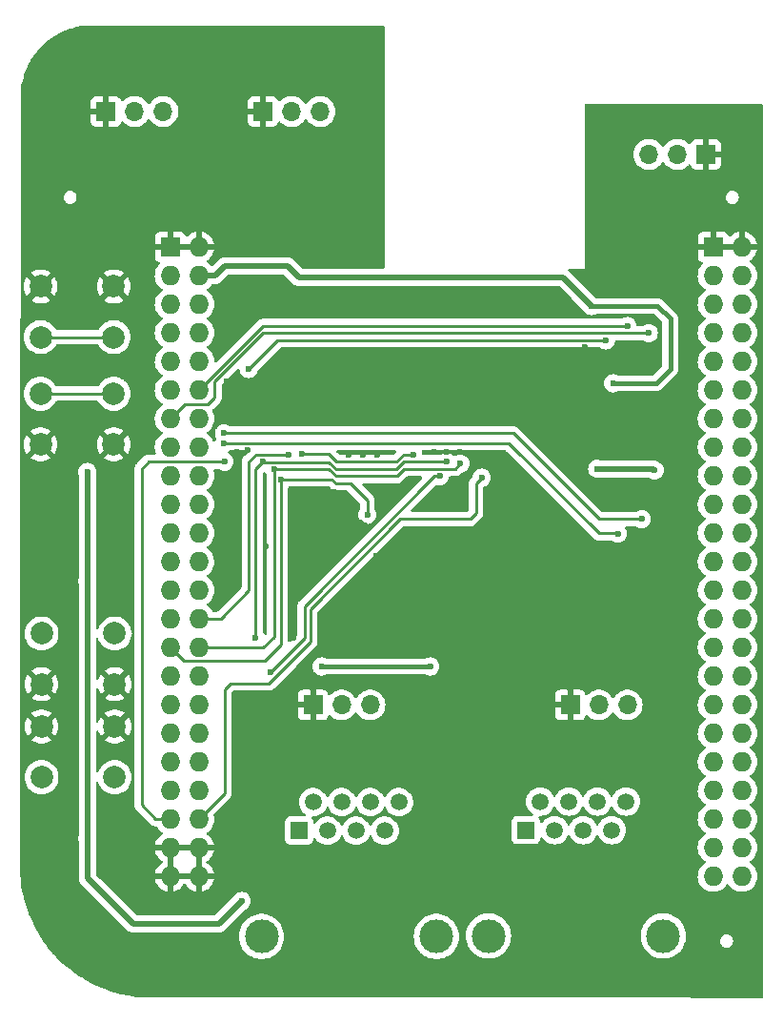
<source format=gbr>
%TF.GenerationSoftware,KiCad,Pcbnew,(7.0.0)*%
%TF.CreationDate,2023-02-19T15:54:43+01:00*%
%TF.ProjectId,bbb-can-bus-cape,6262622d-6361-46e2-9d62-75732d636170,rev?*%
%TF.SameCoordinates,Original*%
%TF.FileFunction,Copper,L2,Bot*%
%TF.FilePolarity,Positive*%
%FSLAX46Y46*%
G04 Gerber Fmt 4.6, Leading zero omitted, Abs format (unit mm)*
G04 Created by KiCad (PCBNEW (7.0.0)) date 2023-02-19 15:54:43*
%MOMM*%
%LPD*%
G01*
G04 APERTURE LIST*
%TA.AperFunction,ComponentPad*%
%ADD10R,1.727200X1.727200*%
%TD*%
%TA.AperFunction,ComponentPad*%
%ADD11O,1.727200X1.727200*%
%TD*%
%TA.AperFunction,ComponentPad*%
%ADD12R,1.500000X1.500000*%
%TD*%
%TA.AperFunction,ComponentPad*%
%ADD13C,1.500000*%
%TD*%
%TA.AperFunction,ComponentPad*%
%ADD14C,3.000000*%
%TD*%
%TA.AperFunction,ComponentPad*%
%ADD15R,1.700000X1.700000*%
%TD*%
%TA.AperFunction,ComponentPad*%
%ADD16O,1.700000X1.700000*%
%TD*%
%TA.AperFunction,ComponentPad*%
%ADD17C,2.000000*%
%TD*%
%TA.AperFunction,ViaPad*%
%ADD18C,0.600000*%
%TD*%
%TA.AperFunction,Conductor*%
%ADD19C,0.381000*%
%TD*%
%TA.AperFunction,Conductor*%
%ADD20C,0.508000*%
%TD*%
%TA.AperFunction,Conductor*%
%ADD21C,0.254000*%
%TD*%
G04 APERTURE END LIST*
D10*
%TO.P,P8,1,Pin_1*%
%TO.N,GND*%
X164630099Y-62382399D03*
D11*
%TO.P,P8,2,Pin_2*%
X167170099Y-62382399D03*
%TO.P,P8,3,Pin_3*%
%TO.N,unconnected-(P8-Pin_3-Pad3)*%
X164630099Y-64922399D03*
%TO.P,P8,4,Pin_4*%
%TO.N,unconnected-(P8-Pin_4-Pad4)*%
X167170099Y-64922399D03*
%TO.P,P8,5,Pin_5*%
%TO.N,unconnected-(P8-Pin_5-Pad5)*%
X164630099Y-67462399D03*
%TO.P,P8,6,Pin_6*%
%TO.N,unconnected-(P8-Pin_6-Pad6)*%
X167170099Y-67462399D03*
%TO.P,P8,7,Pin_7*%
%TO.N,unconnected-(P8-Pin_7-Pad7)*%
X164630099Y-70002399D03*
%TO.P,P8,8,Pin_8*%
%TO.N,unconnected-(P8-Pin_8-Pad8)*%
X167170099Y-70002399D03*
%TO.P,P8,9,Pin_9*%
%TO.N,unconnected-(P8-Pin_9-Pad9)*%
X164630099Y-72542399D03*
%TO.P,P8,10,Pin_10*%
%TO.N,unconnected-(P8-Pin_10-Pad10)*%
X167170099Y-72542399D03*
%TO.P,P8,11,Pin_11*%
%TO.N,unconnected-(P8-Pin_11-Pad11)*%
X164630099Y-75082399D03*
%TO.P,P8,12,Pin_12*%
%TO.N,unconnected-(P8-Pin_12-Pad12)*%
X167170099Y-75082399D03*
%TO.P,P8,13,Pin_13*%
%TO.N,unconnected-(P8-Pin_13-Pad13)*%
X164630099Y-77622399D03*
%TO.P,P8,14,Pin_14*%
%TO.N,unconnected-(P8-Pin_14-Pad14)*%
X167170099Y-77622399D03*
%TO.P,P8,15,Pin_15*%
%TO.N,Net-(P8-Pin_15)*%
X164630099Y-80162399D03*
%TO.P,P8,16,Pin_16*%
%TO.N,unconnected-(P8-Pin_16-Pad16)*%
X167170099Y-80162399D03*
%TO.P,P8,17,Pin_17*%
%TO.N,unconnected-(P8-Pin_17-Pad17)*%
X164630099Y-82702399D03*
%TO.P,P8,18,Pin_18*%
%TO.N,unconnected-(P8-Pin_18-Pad18)*%
X167170099Y-82702399D03*
%TO.P,P8,19,Pin_19*%
%TO.N,unconnected-(P8-Pin_19-Pad19)*%
X164630099Y-85242399D03*
%TO.P,P8,20,Pin_20*%
%TO.N,unconnected-(P8-Pin_20-Pad20)*%
X167170099Y-85242399D03*
%TO.P,P8,21,Pin_21*%
%TO.N,unconnected-(P8-Pin_21-Pad21)*%
X164630099Y-87782399D03*
%TO.P,P8,22,Pin_22*%
%TO.N,unconnected-(P8-Pin_22-Pad22)*%
X167170099Y-87782399D03*
%TO.P,P8,23,Pin_23*%
%TO.N,unconnected-(P8-Pin_23-Pad23)*%
X164630099Y-90322399D03*
%TO.P,P8,24,Pin_24*%
%TO.N,unconnected-(P8-Pin_24-Pad24)*%
X167170099Y-90322399D03*
%TO.P,P8,25,Pin_25*%
%TO.N,unconnected-(P8-Pin_25-Pad25)*%
X164630099Y-92862399D03*
%TO.P,P8,26,Pin_26*%
%TO.N,unconnected-(P8-Pin_26-Pad26)*%
X167170099Y-92862399D03*
%TO.P,P8,27,Pin_27*%
%TO.N,unconnected-(P8-Pin_27-Pad27)*%
X164630099Y-95402399D03*
%TO.P,P8,28,Pin_28*%
%TO.N,unconnected-(P8-Pin_28-Pad28)*%
X167170099Y-95402399D03*
%TO.P,P8,29,Pin_29*%
%TO.N,unconnected-(P8-Pin_29-Pad29)*%
X164630099Y-97942399D03*
%TO.P,P8,30,Pin_30*%
%TO.N,unconnected-(P8-Pin_30-Pad30)*%
X167170099Y-97942399D03*
%TO.P,P8,31,Pin_31*%
%TO.N,unconnected-(P8-Pin_31-Pad31)*%
X164630099Y-100482399D03*
%TO.P,P8,32,Pin_32*%
%TO.N,unconnected-(P8-Pin_32-Pad32)*%
X167170099Y-100482399D03*
%TO.P,P8,33,Pin_33*%
%TO.N,unconnected-(P8-Pin_33-Pad33)*%
X164630099Y-103022399D03*
%TO.P,P8,34,Pin_34*%
%TO.N,unconnected-(P8-Pin_34-Pad34)*%
X167170099Y-103022399D03*
%TO.P,P8,35,Pin_35*%
%TO.N,unconnected-(P8-Pin_35-Pad35)*%
X164630099Y-105562399D03*
%TO.P,P8,36,Pin_36*%
%TO.N,unconnected-(P8-Pin_36-Pad36)*%
X167170099Y-105562399D03*
%TO.P,P8,37,Pin_37*%
%TO.N,unconnected-(P8-Pin_37-Pad37)*%
X164630099Y-108102399D03*
%TO.P,P8,38,Pin_38*%
%TO.N,unconnected-(P8-Pin_38-Pad38)*%
X167170099Y-108102399D03*
%TO.P,P8,39,Pin_39*%
%TO.N,unconnected-(P8-Pin_39-Pad39)*%
X164630099Y-110642399D03*
%TO.P,P8,40,Pin_40*%
%TO.N,unconnected-(P8-Pin_40-Pad40)*%
X167170099Y-110642399D03*
%TO.P,P8,41,Pin_41*%
%TO.N,unconnected-(P8-Pin_41-Pad41)*%
X164630099Y-113182399D03*
%TO.P,P8,42,Pin_42*%
%TO.N,unconnected-(P8-Pin_42-Pad42)*%
X167170099Y-113182399D03*
%TO.P,P8,43,Pin_43*%
%TO.N,unconnected-(P8-Pin_43-Pad43)*%
X164630099Y-115722399D03*
%TO.P,P8,44,Pin_44*%
%TO.N,unconnected-(P8-Pin_44-Pad44)*%
X167170099Y-115722399D03*
%TO.P,P8,45,Pin_45*%
%TO.N,unconnected-(P8-Pin_45-Pad45)*%
X164630099Y-118262399D03*
%TO.P,P8,46,Pin_46*%
%TO.N,unconnected-(P8-Pin_46-Pad46)*%
X167170099Y-118262399D03*
%TD*%
D10*
%TO.P,P9,1,Pin_1*%
%TO.N,GND*%
X116370099Y-62382399D03*
D11*
%TO.P,P9,2,Pin_2*%
X118910099Y-62382399D03*
%TO.P,P9,3,Pin_3*%
%TO.N,3V3*%
X116370099Y-64922399D03*
%TO.P,P9,4,Pin_4*%
X118910099Y-64922399D03*
%TO.P,P9,5,Pin_5*%
%TO.N,5V*%
X116370099Y-67462399D03*
%TO.P,P9,6,Pin_6*%
X118910099Y-67462399D03*
%TO.P,P9,7,Pin_7*%
%TO.N,SYS_5V*%
X116370099Y-70002399D03*
%TO.P,P9,8,Pin_8*%
X118910099Y-70002399D03*
%TO.P,P9,9,Pin_9*%
%TO.N,/PWR_BUT*%
X116370099Y-72542399D03*
%TO.P,P9,10,Pin_10*%
%TO.N,/SYS_RESETN*%
X118910099Y-72542399D03*
%TO.P,P9,11,Pin_11*%
%TO.N,/UART4_RX*%
X116370099Y-75082399D03*
%TO.P,P9,12,Pin_12*%
%TO.N,/GPIO1_28*%
X118910099Y-75082399D03*
%TO.P,P9,13,Pin_13*%
%TO.N,/UART4_TX*%
X116370099Y-77622399D03*
%TO.P,P9,14,Pin_14*%
%TO.N,unconnected-(P9-Pin_14-Pad14)*%
X118910099Y-77622399D03*
%TO.P,P9,15,Pin_15*%
%TO.N,unconnected-(P9-Pin_15-Pad15)*%
X116370099Y-80162399D03*
%TO.P,P9,16,Pin_16*%
%TO.N,unconnected-(P9-Pin_16-Pad16)*%
X118910099Y-80162399D03*
%TO.P,P9,17,Pin_17*%
%TO.N,/I2C1_SCL*%
X116370099Y-82702399D03*
%TO.P,P9,18,Pin_18*%
%TO.N,/I2C1_SDA*%
X118910099Y-82702399D03*
%TO.P,P9,19,Pin_19*%
%TO.N,/DCAN0_RX*%
X116370099Y-85242399D03*
%TO.P,P9,20,Pin_20*%
%TO.N,/DCAN0_TX*%
X118910099Y-85242399D03*
%TO.P,P9,21,Pin_21*%
%TO.N,/GPIO0_3*%
X116370099Y-87782399D03*
%TO.P,P9,22,Pin_22*%
%TO.N,/GPIO0_2*%
X118910099Y-87782399D03*
%TO.P,P9,23,Pin_23*%
%TO.N,/GPIO1_17*%
X116370099Y-90322399D03*
%TO.P,P9,24,Pin_24*%
%TO.N,/DCAN1_RX*%
X118910099Y-90322399D03*
%TO.P,P9,25,Pin_25*%
%TO.N,/GPIO3_21*%
X116370099Y-92862399D03*
%TO.P,P9,26,Pin_26*%
%TO.N,/DCAN1_TX*%
X118910099Y-92862399D03*
%TO.P,P9,27,Pin_27*%
%TO.N,/Standalone Can BUS/CAN_~{INT1}*%
X116370099Y-95402399D03*
%TO.P,P9,28,Pin_28*%
%TO.N,/SPI1_CS0*%
X118910099Y-95402399D03*
%TO.P,P9,29,Pin_29*%
%TO.N,/SPI1_MISO*%
X116370099Y-97942399D03*
%TO.P,P9,30,Pin_30*%
%TO.N,/SPI1_MOSI*%
X118910099Y-97942399D03*
%TO.P,P9,31,Pin_31*%
%TO.N,/SPI1_SCK*%
X116370099Y-100482399D03*
%TO.P,P9,32,Pin_32*%
%TO.N,VCC-RTC*%
X118910099Y-100482399D03*
%TO.P,P9,33,Pin_33*%
%TO.N,unconnected-(P9-Pin_33-Pad33)*%
X116370099Y-103022399D03*
%TO.P,P9,34,Pin_34*%
%TO.N,GNDA*%
X118910099Y-103022399D03*
%TO.P,P9,35,Pin_35*%
%TO.N,unconnected-(P9-Pin_35-Pad35)*%
X116370099Y-105562399D03*
%TO.P,P9,36,Pin_36*%
%TO.N,unconnected-(P9-Pin_36-Pad36)*%
X118910099Y-105562399D03*
%TO.P,P9,37,Pin_37*%
%TO.N,Net-(P9-Pin_37)*%
X116370099Y-108102399D03*
%TO.P,P9,38,Pin_38*%
%TO.N,unconnected-(P9-Pin_38-Pad38)*%
X118910099Y-108102399D03*
%TO.P,P9,39,Pin_39*%
%TO.N,/AN0*%
X116370099Y-110642399D03*
%TO.P,P9,40,Pin_40*%
%TO.N,unconnected-(P9-Pin_40-Pad40)*%
X118910099Y-110642399D03*
%TO.P,P9,41,Pin_41*%
%TO.N,/GPIO0_20*%
X116370099Y-113182399D03*
%TO.P,P9,42,Pin_42*%
%TO.N,/SPI1_CS1*%
X118910099Y-113182399D03*
%TO.P,P9,43,Pin_43*%
%TO.N,GND*%
X116370099Y-115722399D03*
%TO.P,P9,44,Pin_44*%
X118910099Y-115722399D03*
%TO.P,P9,45,Pin_45*%
X116370099Y-118262399D03*
%TO.P,P9,46,Pin_46*%
X118910099Y-118262399D03*
%TD*%
D12*
%TO.P,J2,1*%
%TO.N,unconnected-(J2-Pad1)*%
X147984790Y-114162327D03*
D13*
%TO.P,J2,2*%
%TO.N,unconnected-(J2-Pad2)*%
X149254791Y-111622328D03*
%TO.P,J2,3*%
%TO.N,Net-(JP1-B)*%
X150524791Y-114162328D03*
%TO.P,J2,4*%
%TO.N,unconnected-(J2-Pad4)*%
X151794791Y-111622328D03*
%TO.P,J2,5*%
%TO.N,unconnected-(J2-Pad5)*%
X153064791Y-114162328D03*
%TO.P,J2,6*%
%TO.N,unconnected-(J2-Pad6)*%
X154334791Y-111622328D03*
%TO.P,J2,7*%
%TO.N,/CAN bus0/CAN_H*%
X155604791Y-114162328D03*
%TO.P,J2,8*%
%TO.N,/CAN bus0/CAN_L*%
X156874791Y-111622328D03*
D14*
%TO.P,J2,SH*%
%TO.N,N/C*%
X144659791Y-123562328D03*
X160199791Y-123562328D03*
%TD*%
D15*
%TO.P,J7,1,Pin_1*%
%TO.N,GND*%
X163985099Y-54162399D03*
D16*
%TO.P,J7,2,Pin_2*%
%TO.N,/RS485/RS485_A*%
X161445099Y-54162399D03*
%TO.P,J7,3,Pin_3*%
%TO.N,/RS485/RS485_B*%
X158905099Y-54162399D03*
%TD*%
D15*
%TO.P,J1,1,Pin_1*%
%TO.N,GND*%
X151920099Y-103057399D03*
D16*
%TO.P,J1,2,Pin_2*%
%TO.N,/CAN bus0/CAN_H*%
X154460099Y-103057399D03*
%TO.P,J1,3,Pin_3*%
%TO.N,/CAN bus0/CAN_L*%
X157000099Y-103057399D03*
%TD*%
D12*
%TO.P,J4,1*%
%TO.N,unconnected-(J4-Pad1)*%
X127813540Y-114212002D03*
D13*
%TO.P,J4,2*%
%TO.N,unconnected-(J4-Pad2)*%
X129083541Y-111672003D03*
%TO.P,J4,3*%
%TO.N,unconnected-(J4-Pad3)*%
X130353541Y-114212003D03*
%TO.P,J4,4*%
%TO.N,/CAN bus1/CAN_H*%
X131623541Y-111672003D03*
%TO.P,J4,5*%
%TO.N,/CAN bus1/CAN_L*%
X132893541Y-114212003D03*
%TO.P,J4,6*%
%TO.N,Net-(JP2-B)*%
X134163541Y-111672003D03*
%TO.P,J4,7*%
%TO.N,unconnected-(J4-Pad7)*%
X135433541Y-114212003D03*
%TO.P,J4,8*%
%TO.N,unconnected-(J4-Pad8)*%
X136703541Y-111672003D03*
D14*
%TO.P,J4,SH*%
%TO.N,N/C*%
X124488541Y-123612003D03*
X140028541Y-123612003D03*
%TD*%
D17*
%TO.P,Sw1,1*%
%TO.N,/PWR_BUT*%
X111355100Y-70382400D03*
X104855100Y-70382400D03*
%TO.P,Sw1,2*%
%TO.N,GND*%
X111355100Y-65882400D03*
X104855100Y-65882400D03*
%TD*%
D15*
%TO.P,J5,1,Pin_1*%
%TO.N,GND*%
X110660099Y-50352399D03*
D16*
%TO.P,J5,2,Pin_2*%
%TO.N,/Standalone Can BUS/CAN_H0*%
X113200099Y-50352399D03*
%TO.P,J5,3,Pin_3*%
%TO.N,/Standalone Can BUS/CAN_L0*%
X115740099Y-50352399D03*
%TD*%
D15*
%TO.P,J6,1,Pin_1*%
%TO.N,GND*%
X124615099Y-50352399D03*
D16*
%TO.P,J6,2,Pin_2*%
%TO.N,/Standalone Can BUS/CAN_H1*%
X127155099Y-50352399D03*
%TO.P,J6,3,Pin_3*%
%TO.N,/Standalone Can BUS/CAN_L1*%
X129695099Y-50352399D03*
%TD*%
D17*
%TO.P,Sw3,1*%
%TO.N,Net-(R28-Pad2)*%
X104930100Y-96707400D03*
X111430100Y-96707400D03*
%TO.P,Sw3,2*%
%TO.N,GND*%
X104930100Y-101207400D03*
X111430100Y-101207400D03*
%TD*%
D15*
%TO.P,J3,1,Pin_1*%
%TO.N,GND*%
X129060099Y-103057399D03*
D16*
%TO.P,J3,2,Pin_2*%
%TO.N,/CAN bus1/CAN_H*%
X131600099Y-103057399D03*
%TO.P,J3,3,Pin_3*%
%TO.N,/CAN bus1/CAN_L*%
X134140099Y-103057399D03*
%TD*%
D17*
%TO.P,Sw2,1*%
%TO.N,/SYS_RESETN*%
X104845109Y-75417299D03*
X111345109Y-75417299D03*
%TO.P,Sw2,2*%
%TO.N,GND*%
X104845109Y-79917299D03*
X111345109Y-79917299D03*
%TD*%
%TO.P,Sw4,1*%
%TO.N,Net-(R29-Pad2)*%
X111430100Y-109462400D03*
X104930100Y-109462400D03*
%TO.P,Sw4,2*%
%TO.N,GND*%
X111430100Y-104962400D03*
X104930100Y-104962400D03*
%TD*%
D18*
%TO.N,GND*%
X149781705Y-85640106D03*
X166398100Y-52892400D03*
X142395100Y-88452400D03*
X122334776Y-80600418D03*
X146300766Y-84477340D03*
X162334100Y-66100400D03*
X150650100Y-66227400D03*
X152682100Y-88707941D03*
X121694100Y-50352400D03*
X133505100Y-80832400D03*
X139855100Y-88452400D03*
X153190100Y-71307400D03*
X149380100Y-67497400D03*
X117122100Y-60004400D03*
X121186100Y-82864400D03*
X167414100Y-60004400D03*
X110645100Y-82102400D03*
X148143745Y-86958466D03*
X138458100Y-89976400D03*
X120170309Y-91699729D03*
X138992454Y-73102032D03*
X161318100Y-76768400D03*
X161318100Y-91500400D03*
X140361542Y-73076911D03*
X136680100Y-89087400D03*
X151592087Y-86442268D03*
X144918283Y-89434681D03*
X144905662Y-90741135D03*
X139855100Y-92897400D03*
X139873606Y-80557494D03*
X121694100Y-48828400D03*
X127155100Y-77318268D03*
X120490406Y-89912200D03*
X166398100Y-55940400D03*
X104295100Y-72577400D03*
X121387253Y-74283207D03*
X141125100Y-88452400D03*
X161318100Y-94548400D03*
X142131885Y-80560791D03*
X151158100Y-88707941D03*
X127282100Y-96072400D03*
X105565100Y-63687400D03*
X129695100Y-68132400D03*
X138458100Y-90992400D03*
X161318100Y-86420400D03*
X160302100Y-94548400D03*
X128159935Y-76268773D03*
X161318100Y-78800400D03*
X157762100Y-95056400D03*
X143680451Y-76652564D03*
X156238100Y-95056400D03*
X135447106Y-90364408D03*
X149380100Y-66227400D03*
X144935100Y-88452400D03*
X133724615Y-94069627D03*
X165382100Y-60004400D03*
X149872825Y-88707941D03*
X128193429Y-73010037D03*
X119154100Y-60004400D03*
X104295100Y-111947400D03*
X107978100Y-50352400D03*
X161318100Y-75752400D03*
X130965100Y-66862400D03*
X122297980Y-82543268D03*
X150650099Y-86089022D03*
X142984716Y-73054015D03*
X141615628Y-73079136D03*
X144935100Y-76652564D03*
X130943792Y-84170209D03*
X139855100Y-91627400D03*
X132235100Y-80832400D03*
X123218100Y-80453232D03*
X104295100Y-82102400D03*
X107978100Y-51876400D03*
X130849348Y-98380582D03*
X129695100Y-66862400D03*
X107978100Y-48828400D03*
X136938167Y-76369594D03*
X122369387Y-87125103D03*
X136177708Y-77267426D03*
X131594680Y-73844501D03*
X159794100Y-86420400D03*
X150650100Y-67497400D03*
X134716084Y-89805102D03*
X133701069Y-87089340D03*
X104930100Y-93532400D03*
X137257069Y-77571610D03*
X105565100Y-111947400D03*
X115090100Y-60004400D03*
X124871796Y-88955331D03*
X137315100Y-83276103D03*
X162334100Y-67624400D03*
X121694100Y-51876400D03*
X111915100Y-82102400D03*
X127282100Y-97088400D03*
X137324869Y-84096718D03*
X105565100Y-72577400D03*
X130965100Y-68132400D03*
X166398100Y-54416400D03*
X128155748Y-71766553D03*
X128143187Y-77318268D03*
X132323044Y-98430257D03*
X131588138Y-74779947D03*
X124609517Y-65345378D03*
X129108946Y-77329432D03*
X132976165Y-86790235D03*
X120500218Y-89092867D03*
X153190100Y-72577400D03*
X124234100Y-102168400D03*
X160302100Y-91500400D03*
X104295100Y-63687400D03*
X122369387Y-86168397D03*
X121194717Y-77893740D03*
X124234100Y-103427466D03*
X103914100Y-93532400D03*
X125272597Y-102168400D03*
X162334100Y-69148400D03*
X133724615Y-95056400D03*
X130929074Y-84891419D03*
X134775100Y-80832400D03*
X140985292Y-80556594D03*
%TO.N,3V3*%
X139474100Y-99628400D03*
X153825100Y-67637400D03*
X108994100Y-92008400D03*
X129822100Y-99628400D03*
X159423877Y-82218623D03*
X122710100Y-120456400D03*
X108994100Y-82356400D03*
X155730100Y-74482400D03*
X108994100Y-114868400D03*
X154320100Y-82074713D03*
%TO.N,/I2C1_SCL*%
X158270100Y-86547400D03*
X121151209Y-78927400D03*
%TO.N,/I2C1_SDA*%
X121174935Y-79798257D03*
X156148781Y-87829960D03*
%TO.N,/SPI1_CS0*%
X126880165Y-80832399D03*
%TO.N,/SPI1_MISO*%
X126210149Y-82999773D03*
X133886100Y-86165205D03*
%TO.N,/SPI1_MOSI*%
X125583649Y-82102400D03*
X142156798Y-81626636D03*
%TO.N,/SPI1_SCK*%
X123968956Y-97088400D03*
X124615100Y-81467400D03*
X140957627Y-81459956D03*
%TO.N,/GPIO0_20*%
X121200056Y-81449257D03*
%TO.N,/UART4_RX*%
X123345100Y-73212400D03*
X155095100Y-70672400D03*
%TO.N,/GPIO1_28*%
X157000100Y-69402400D03*
%TO.N,/UART4_TX*%
X158905100Y-70037400D03*
%TO.N,/Standalone Can BUS/CAN_~{INT1}*%
X140331127Y-82737400D03*
X125250100Y-100136400D03*
%TO.N,/SPI1_CS1*%
X144046100Y-82864400D03*
%TO.N,Net-(U1-RXCAN)*%
X137950100Y-80832400D03*
X128113121Y-80771427D03*
%TD*%
D19*
%TO.N,GND*%
X133886100Y-87436400D02*
X137315100Y-84007400D01*
X132976165Y-86790235D02*
X133239935Y-86790235D01*
X137315100Y-84007400D02*
X137315100Y-83276103D01*
X133239935Y-86790235D02*
X133886100Y-87436400D01*
D20*
%TO.N,3V3*%
X118910100Y-64922400D02*
X120332100Y-64922400D01*
X154320100Y-82074713D02*
X159279967Y-82074713D01*
D19*
X159680100Y-67637400D02*
X160810100Y-68767400D01*
D20*
X127790100Y-65084400D02*
X151272100Y-65084400D01*
D19*
X139474100Y-99628400D02*
X129822100Y-99628400D01*
D20*
X108994100Y-92008400D02*
X108994100Y-114868400D01*
D19*
X160810100Y-73212400D02*
X159540100Y-74482400D01*
D20*
X108994100Y-114868400D02*
X108994100Y-118424400D01*
X108994100Y-118424400D02*
X113058100Y-122488400D01*
D19*
X160810100Y-68767400D02*
X160810100Y-73212400D01*
D20*
X120678100Y-122488400D02*
X122710100Y-120456400D01*
X151272100Y-65084400D02*
X153825100Y-67637400D01*
D19*
X153825100Y-67637400D02*
X159680100Y-67637400D01*
D20*
X159279967Y-82074713D02*
X159423877Y-82218623D01*
D19*
X159540100Y-74482400D02*
X155730100Y-74482400D01*
D20*
X121186100Y-64068400D02*
X126774100Y-64068400D01*
X113058100Y-122488400D02*
X120678100Y-122488400D01*
X126774100Y-64068400D02*
X127790100Y-65084400D01*
X120332100Y-64922400D02*
X121186100Y-64068400D01*
X108994100Y-82356400D02*
X108994100Y-92008400D01*
D21*
%TO.N,/PWR_BUT*%
X104855100Y-70382400D02*
X111355100Y-70382400D01*
%TO.N,/SYS_RESETN*%
X104845109Y-75417299D02*
X111345109Y-75417299D01*
%TO.N,/I2C1_SCL*%
X146840100Y-78927400D02*
X154460100Y-86547400D01*
X121151209Y-78927400D02*
X146840100Y-78927400D01*
X154460100Y-86547400D02*
X158270100Y-86547400D01*
%TO.N,/I2C1_SDA*%
X154460100Y-87817400D02*
X156136221Y-87817400D01*
X121174935Y-79798257D02*
X146440957Y-79798257D01*
X156136221Y-87817400D02*
X156148781Y-87829960D01*
X146440957Y-79798257D02*
X154460100Y-87817400D01*
%TO.N,/SPI1_CS0*%
X123345100Y-81467400D02*
X123980101Y-80832399D01*
X123345100Y-92897400D02*
X123345100Y-81467400D01*
X118910100Y-95402400D02*
X120840100Y-95402400D01*
X123980101Y-80832399D02*
X126880165Y-80832399D01*
X120840100Y-95402400D02*
X123345100Y-92897400D01*
%TO.N,/SPI1_MISO*%
X132362100Y-83372400D02*
X131092760Y-83372400D01*
X124765825Y-99155290D02*
X117582990Y-99155290D01*
X117582990Y-99155290D02*
X116370100Y-97942400D01*
X126210149Y-82999773D02*
X126210149Y-97710966D01*
X133886100Y-86165205D02*
X133886100Y-84896400D01*
X131092760Y-83372400D02*
X130720133Y-82999773D01*
X133886100Y-84896400D02*
X132362100Y-83372400D01*
X130720133Y-82999773D02*
X126210149Y-82999773D01*
X126210149Y-97710966D02*
X124765825Y-99155290D01*
%TO.N,/SPI1_MOSI*%
X125583649Y-96994196D02*
X124635445Y-97942400D01*
X125583649Y-82102400D02*
X125583649Y-96994196D01*
X136506095Y-82737400D02*
X131099813Y-82737400D01*
X124635445Y-97942400D02*
X118910100Y-97942400D01*
X130464813Y-82102400D02*
X125583649Y-82102400D01*
X142156798Y-81626636D02*
X141684756Y-82098678D01*
X141684756Y-82098678D02*
X137144817Y-82098678D01*
X137144817Y-82098678D02*
X136506095Y-82737400D01*
X131099813Y-82737400D02*
X130464813Y-82102400D01*
%TO.N,/SPI1_SCK*%
X130479865Y-81475400D02*
X131106865Y-82102400D01*
X136499043Y-82102400D02*
X137141487Y-81459956D01*
X124623100Y-81475400D02*
X130479865Y-81475400D01*
X123968956Y-82113544D02*
X124615100Y-81467400D01*
X124615100Y-81467400D02*
X124623100Y-81475400D01*
X123968956Y-97088400D02*
X123968956Y-82113544D01*
X131106865Y-82102400D02*
X136499043Y-82102400D01*
X137141487Y-81459956D02*
X140957627Y-81459956D01*
%TO.N,/GPIO0_20*%
X113820100Y-111947400D02*
X113820100Y-82102400D01*
X113820100Y-82102400D02*
X114455100Y-81467400D01*
X115055100Y-113182400D02*
X113820100Y-111947400D01*
X114455100Y-81467400D02*
X121181913Y-81467400D01*
X116370100Y-113182400D02*
X115055100Y-113182400D01*
X121181913Y-81467400D02*
X121200056Y-81449257D01*
%TO.N,/UART4_RX*%
X123345100Y-73212400D02*
X125885100Y-70672400D01*
X125885100Y-70672400D02*
X155095100Y-70672400D01*
%TO.N,/GPIO1_28*%
X124590100Y-69402400D02*
X157000100Y-69402400D01*
X118910100Y-75082400D02*
X124590100Y-69402400D01*
%TO.N,/UART4_TX*%
X120317705Y-75731795D02*
X120317705Y-74316847D01*
X124597152Y-70037400D02*
X158905100Y-70037400D01*
X117643622Y-76348878D02*
X119700622Y-76348878D01*
X120317705Y-74316847D02*
X124597152Y-70037400D01*
X116370100Y-77622400D02*
X117643622Y-76348878D01*
X119700622Y-76348878D02*
X120317705Y-75731795D01*
%TO.N,/Standalone Can BUS/CAN_~{INT1}*%
X128298100Y-97088400D02*
X128298100Y-94294400D01*
X125250100Y-100136400D02*
X128298100Y-97088400D01*
X139855100Y-82737400D02*
X140331127Y-82737400D01*
X128298100Y-94294400D02*
X139855100Y-82737400D01*
%TO.N,/SPI1_CS1*%
X136807100Y-86547400D02*
X128806100Y-94548400D01*
X128806100Y-97467112D02*
X125120812Y-101152400D01*
X144046100Y-82864400D02*
X143553451Y-83357049D01*
X143553451Y-86024049D02*
X143030100Y-86547400D01*
X125120812Y-101152400D02*
X121694100Y-101152400D01*
X128806100Y-94548400D02*
X128806100Y-97467112D01*
X121186100Y-101660400D02*
X121186100Y-110906400D01*
X121694100Y-101152400D02*
X121186100Y-101660400D01*
X121186100Y-110906400D02*
X118910100Y-113182400D01*
X143553451Y-83357049D02*
X143553451Y-86024049D01*
X143030100Y-86547400D02*
X136807100Y-86547400D01*
%TO.N,Net-(U1-RXCAN)*%
X128113121Y-80771427D02*
X130417944Y-80771427D01*
X136491991Y-81467400D02*
X137126991Y-80832400D01*
X131113917Y-81467400D02*
X136491991Y-81467400D01*
X137126991Y-80832400D02*
X137950100Y-80832400D01*
X130417944Y-80771427D02*
X131113917Y-81467400D01*
%TD*%
%TA.AperFunction,Conductor*%
%TO.N,GND*%
G36*
X135356330Y-42715783D02*
G01*
X135401717Y-42761170D01*
X135418330Y-42823170D01*
X135418330Y-64197900D01*
X135401717Y-64259900D01*
X135356330Y-64305287D01*
X135294330Y-64321900D01*
X128157299Y-64321900D01*
X128109846Y-64312461D01*
X128069618Y-64285581D01*
X127358938Y-63574900D01*
X127347155Y-63561266D01*
X127336812Y-63547373D01*
X127332498Y-63541578D01*
X127293860Y-63509157D01*
X127285896Y-63501858D01*
X127284417Y-63500379D01*
X127281865Y-63497827D01*
X127279035Y-63495589D01*
X127279028Y-63495583D01*
X127257131Y-63478269D01*
X127254335Y-63475992D01*
X127195953Y-63427004D01*
X127189499Y-63423762D01*
X127186275Y-63421642D01*
X127186175Y-63421570D01*
X127186091Y-63421523D01*
X127182782Y-63419482D01*
X127177120Y-63415005D01*
X127164597Y-63409165D01*
X127108014Y-63382780D01*
X127104801Y-63381225D01*
X127036666Y-63347006D01*
X127029637Y-63345340D01*
X127025994Y-63344014D01*
X127025892Y-63343971D01*
X127025787Y-63343942D01*
X127022112Y-63342724D01*
X127015573Y-63339675D01*
X127008504Y-63338215D01*
X127008503Y-63338215D01*
X126940941Y-63324264D01*
X126937423Y-63323484D01*
X126870254Y-63307566D01*
X126870251Y-63307565D01*
X126863223Y-63305900D01*
X126855999Y-63305900D01*
X126852149Y-63305450D01*
X126852045Y-63305433D01*
X126851924Y-63305428D01*
X126848084Y-63305092D01*
X126841009Y-63303631D01*
X126833790Y-63303841D01*
X126764811Y-63305848D01*
X126761205Y-63305900D01*
X121250683Y-63305900D01*
X121232712Y-63304591D01*
X121215576Y-63302081D01*
X121215574Y-63302080D01*
X121208427Y-63301034D01*
X121201235Y-63301663D01*
X121201228Y-63301663D01*
X121158206Y-63305428D01*
X121147398Y-63305900D01*
X121141688Y-63305900D01*
X121138114Y-63306317D01*
X121138108Y-63306318D01*
X121110354Y-63309561D01*
X121106773Y-63309927D01*
X121038047Y-63315941D01*
X121030859Y-63316570D01*
X121024011Y-63318838D01*
X121020217Y-63319622D01*
X121020107Y-63319639D01*
X121020025Y-63319663D01*
X121016223Y-63320564D01*
X121009058Y-63321402D01*
X121002276Y-63323870D01*
X121002269Y-63323872D01*
X120937414Y-63347477D01*
X120934009Y-63348661D01*
X120868509Y-63370365D01*
X120868507Y-63370365D01*
X120861659Y-63372635D01*
X120855518Y-63376422D01*
X120851995Y-63378065D01*
X120851900Y-63378104D01*
X120851822Y-63378148D01*
X120848331Y-63379901D01*
X120841561Y-63382366D01*
X120835536Y-63386328D01*
X120835533Y-63386330D01*
X120777879Y-63424249D01*
X120774848Y-63426180D01*
X120709950Y-63466212D01*
X120704851Y-63471309D01*
X120701793Y-63473728D01*
X120701721Y-63473779D01*
X120701648Y-63473847D01*
X120698664Y-63476350D01*
X120692638Y-63480315D01*
X120687686Y-63485564D01*
X120640329Y-63535758D01*
X120637817Y-63538343D01*
X120137256Y-64038904D01*
X120080015Y-64071429D01*
X120014193Y-64070068D01*
X119958345Y-64035206D01*
X119846056Y-63913227D01*
X119842583Y-63909454D01*
X119800437Y-63876651D01*
X119667185Y-63772937D01*
X119667184Y-63772936D01*
X119663139Y-63769788D01*
X119658625Y-63767345D01*
X119638810Y-63756621D01*
X119591305Y-63711039D01*
X119573829Y-63647564D01*
X119591309Y-63584090D01*
X119638816Y-63538510D01*
X119653961Y-63530314D01*
X119662520Y-63524722D01*
X119832758Y-63392221D01*
X119840279Y-63385297D01*
X119986384Y-63226586D01*
X119992667Y-63218513D01*
X120110654Y-63037919D01*
X120115520Y-63028929D01*
X120202175Y-62831374D01*
X120205494Y-62821707D01*
X120249958Y-62646124D01*
X120250189Y-62634925D01*
X120239275Y-62632400D01*
X115022826Y-62632400D01*
X115009950Y-62635850D01*
X115006500Y-62648726D01*
X115006500Y-63290518D01*
X115006853Y-63297114D01*
X115012073Y-63345667D01*
X115015611Y-63360641D01*
X115060047Y-63479777D01*
X115068462Y-63495189D01*
X115143998Y-63596092D01*
X115156407Y-63608501D01*
X115257310Y-63684037D01*
X115272722Y-63692452D01*
X115371353Y-63729240D01*
X115420889Y-63763255D01*
X115448615Y-63816565D01*
X115448023Y-63876651D01*
X115419250Y-63929404D01*
X115287085Y-64072974D01*
X115287074Y-64072987D01*
X115283610Y-64076751D01*
X115280815Y-64081028D01*
X115280808Y-64081038D01*
X115204459Y-64197900D01*
X115159239Y-64267115D01*
X115157184Y-64271799D01*
X115157179Y-64271809D01*
X115073631Y-64462280D01*
X115067897Y-64475353D01*
X115066639Y-64480318D01*
X115066638Y-64480323D01*
X115013335Y-64690811D01*
X115013333Y-64690820D01*
X115012076Y-64695786D01*
X115011652Y-64700895D01*
X115011651Y-64700905D01*
X115000880Y-64830900D01*
X114993298Y-64922400D01*
X114993722Y-64927517D01*
X115011651Y-65143894D01*
X115011652Y-65143902D01*
X115012076Y-65149014D01*
X115013333Y-65153981D01*
X115013335Y-65153988D01*
X115017575Y-65170730D01*
X115067897Y-65369447D01*
X115069957Y-65374143D01*
X115157179Y-65572990D01*
X115157182Y-65572995D01*
X115159239Y-65577685D01*
X115202324Y-65643631D01*
X115280808Y-65763761D01*
X115280811Y-65763765D01*
X115283610Y-65768049D01*
X115437617Y-65935346D01*
X115617061Y-66075012D01*
X115621568Y-66077451D01*
X115621573Y-66077454D01*
X115632455Y-66083343D01*
X115679960Y-66128921D01*
X115697440Y-66192393D01*
X115679967Y-66255866D01*
X115632466Y-66301449D01*
X115621579Y-66307341D01*
X115621561Y-66307352D01*
X115617061Y-66309788D01*
X115613021Y-66312932D01*
X115613014Y-66312937D01*
X115441664Y-66446303D01*
X115441656Y-66446310D01*
X115437617Y-66449454D01*
X115434147Y-66453222D01*
X115434143Y-66453227D01*
X115287080Y-66612981D01*
X115287077Y-66612984D01*
X115283610Y-66616751D01*
X115280815Y-66621028D01*
X115280808Y-66621038D01*
X115176970Y-66779975D01*
X115159239Y-66807115D01*
X115157184Y-66811799D01*
X115157179Y-66811809D01*
X115077860Y-66992639D01*
X115067897Y-67015353D01*
X115066639Y-67020318D01*
X115066638Y-67020323D01*
X115013335Y-67230811D01*
X115013333Y-67230820D01*
X115012076Y-67235786D01*
X115011652Y-67240895D01*
X115011651Y-67240905D01*
X114999997Y-67381555D01*
X114993298Y-67462400D01*
X114993722Y-67467517D01*
X115011651Y-67683894D01*
X115011652Y-67683902D01*
X115012076Y-67689014D01*
X115013333Y-67693981D01*
X115013335Y-67693988D01*
X115066638Y-67904476D01*
X115067897Y-67909447D01*
X115069957Y-67914143D01*
X115157179Y-68112990D01*
X115157182Y-68112995D01*
X115159239Y-68117685D01*
X115176970Y-68144824D01*
X115280808Y-68303761D01*
X115280811Y-68303765D01*
X115283610Y-68308049D01*
X115437617Y-68475346D01*
X115617061Y-68615012D01*
X115624658Y-68619123D01*
X115632461Y-68623347D01*
X115679964Y-68668928D01*
X115697440Y-68732400D01*
X115679964Y-68795872D01*
X115632461Y-68841453D01*
X115621574Y-68847345D01*
X115621568Y-68847348D01*
X115617061Y-68849788D01*
X115613021Y-68852932D01*
X115613014Y-68852937D01*
X115441664Y-68986303D01*
X115441656Y-68986310D01*
X115437617Y-68989454D01*
X115434147Y-68993222D01*
X115434143Y-68993227D01*
X115287080Y-69152981D01*
X115287077Y-69152984D01*
X115283610Y-69156751D01*
X115280815Y-69161028D01*
X115280808Y-69161038D01*
X115183964Y-69309270D01*
X115159239Y-69347115D01*
X115157184Y-69351799D01*
X115157179Y-69351809D01*
X115069957Y-69550656D01*
X115067897Y-69555353D01*
X115066639Y-69560318D01*
X115066638Y-69560323D01*
X115013335Y-69770811D01*
X115013333Y-69770820D01*
X115012076Y-69775786D01*
X115011652Y-69780895D01*
X115011651Y-69780905D01*
X115004826Y-69863276D01*
X114993298Y-70002400D01*
X114993722Y-70007517D01*
X115011651Y-70223894D01*
X115011652Y-70223902D01*
X115012076Y-70229014D01*
X115013333Y-70233981D01*
X115013335Y-70233988D01*
X115052948Y-70390415D01*
X115067897Y-70449447D01*
X115069957Y-70454143D01*
X115157179Y-70652990D01*
X115157182Y-70652995D01*
X115159239Y-70657685D01*
X115169579Y-70673511D01*
X115280808Y-70843761D01*
X115280811Y-70843765D01*
X115283610Y-70848049D01*
X115437617Y-71015346D01*
X115617061Y-71155012D01*
X115624658Y-71159123D01*
X115632461Y-71163347D01*
X115679964Y-71208928D01*
X115697440Y-71272400D01*
X115679964Y-71335872D01*
X115632461Y-71381453D01*
X115621574Y-71387345D01*
X115621568Y-71387348D01*
X115617061Y-71389788D01*
X115613021Y-71392932D01*
X115613014Y-71392937D01*
X115441664Y-71526303D01*
X115441656Y-71526310D01*
X115437617Y-71529454D01*
X115434147Y-71533222D01*
X115434143Y-71533227D01*
X115287080Y-71692981D01*
X115287077Y-71692984D01*
X115283610Y-71696751D01*
X115280815Y-71701028D01*
X115280808Y-71701038D01*
X115176970Y-71859975D01*
X115159239Y-71887115D01*
X115157184Y-71891799D01*
X115157179Y-71891809D01*
X115100100Y-72021937D01*
X115067897Y-72095353D01*
X115066639Y-72100318D01*
X115066638Y-72100323D01*
X115013335Y-72310811D01*
X115013333Y-72310820D01*
X115012076Y-72315786D01*
X115011652Y-72320895D01*
X115011651Y-72320905D01*
X115003508Y-72419183D01*
X114993298Y-72542400D01*
X114993722Y-72547517D01*
X115011651Y-72763894D01*
X115011652Y-72763902D01*
X115012076Y-72769014D01*
X115013333Y-72773981D01*
X115013335Y-72773988D01*
X115050046Y-72918956D01*
X115067897Y-72989447D01*
X115069957Y-72994143D01*
X115157179Y-73192990D01*
X115157182Y-73192995D01*
X115159239Y-73197685D01*
X115167206Y-73209879D01*
X115280808Y-73383761D01*
X115280811Y-73383765D01*
X115283610Y-73388049D01*
X115437617Y-73555346D01*
X115617061Y-73695012D01*
X115624658Y-73699123D01*
X115632461Y-73703347D01*
X115679964Y-73748928D01*
X115697440Y-73812400D01*
X115679964Y-73875872D01*
X115632461Y-73921453D01*
X115621574Y-73927345D01*
X115621568Y-73927348D01*
X115617061Y-73929788D01*
X115613021Y-73932932D01*
X115613014Y-73932937D01*
X115441664Y-74066303D01*
X115441656Y-74066310D01*
X115437617Y-74069454D01*
X115434147Y-74073222D01*
X115434143Y-74073227D01*
X115287080Y-74232981D01*
X115287077Y-74232984D01*
X115283610Y-74236751D01*
X115280815Y-74241028D01*
X115280808Y-74241038D01*
X115203909Y-74358742D01*
X115159239Y-74427115D01*
X115157184Y-74431799D01*
X115157179Y-74431809D01*
X115069957Y-74630656D01*
X115067897Y-74635353D01*
X115066639Y-74640318D01*
X115066638Y-74640323D01*
X115013335Y-74850811D01*
X115013333Y-74850820D01*
X115012076Y-74855786D01*
X115011652Y-74860895D01*
X115011651Y-74860905D01*
X114998989Y-75013716D01*
X114993298Y-75082400D01*
X114993722Y-75087517D01*
X115011651Y-75303894D01*
X115011652Y-75303902D01*
X115012076Y-75309014D01*
X115013333Y-75313981D01*
X115013335Y-75313988D01*
X115066638Y-75524476D01*
X115067897Y-75529447D01*
X115069957Y-75534143D01*
X115157179Y-75732990D01*
X115157182Y-75732995D01*
X115159239Y-75737685D01*
X115203909Y-75806058D01*
X115280808Y-75923761D01*
X115280811Y-75923765D01*
X115283610Y-75928049D01*
X115437617Y-76095346D01*
X115617061Y-76235012D01*
X115624658Y-76239123D01*
X115632461Y-76243347D01*
X115679964Y-76288928D01*
X115697440Y-76352400D01*
X115679964Y-76415872D01*
X115632461Y-76461453D01*
X115621574Y-76467345D01*
X115621568Y-76467348D01*
X115617061Y-76469788D01*
X115613021Y-76472932D01*
X115613014Y-76472937D01*
X115441664Y-76606303D01*
X115441656Y-76606310D01*
X115437617Y-76609454D01*
X115434147Y-76613222D01*
X115434143Y-76613227D01*
X115287080Y-76772981D01*
X115287077Y-76772984D01*
X115283610Y-76776751D01*
X115280815Y-76781028D01*
X115280808Y-76781038D01*
X115195107Y-76912215D01*
X115159239Y-76967115D01*
X115157184Y-76971799D01*
X115157179Y-76971809D01*
X115100100Y-77101937D01*
X115067897Y-77175353D01*
X115066639Y-77180318D01*
X115066638Y-77180323D01*
X115013335Y-77390811D01*
X115013333Y-77390820D01*
X115012076Y-77395786D01*
X115011652Y-77400895D01*
X115011651Y-77400905D01*
X114993722Y-77617283D01*
X114993298Y-77622400D01*
X114993722Y-77627517D01*
X115011651Y-77843894D01*
X115011652Y-77843902D01*
X115012076Y-77849014D01*
X115013333Y-77853981D01*
X115013335Y-77853988D01*
X115066638Y-78064476D01*
X115067897Y-78069447D01*
X115069957Y-78074143D01*
X115157179Y-78272990D01*
X115157182Y-78272995D01*
X115159239Y-78277685D01*
X115210448Y-78356066D01*
X115280808Y-78463761D01*
X115280811Y-78463765D01*
X115283610Y-78468049D01*
X115437617Y-78635346D01*
X115441663Y-78638495D01*
X115441664Y-78638496D01*
X115469800Y-78660395D01*
X115617061Y-78775012D01*
X115624658Y-78779123D01*
X115632461Y-78783347D01*
X115679964Y-78828928D01*
X115697440Y-78892400D01*
X115679964Y-78955872D01*
X115632461Y-79001453D01*
X115621574Y-79007345D01*
X115621568Y-79007348D01*
X115617061Y-79009788D01*
X115613021Y-79012932D01*
X115613014Y-79012937D01*
X115441664Y-79146303D01*
X115441656Y-79146310D01*
X115437617Y-79149454D01*
X115434147Y-79153222D01*
X115434143Y-79153227D01*
X115287080Y-79312981D01*
X115287077Y-79312984D01*
X115283610Y-79316751D01*
X115280815Y-79321028D01*
X115280808Y-79321038D01*
X115176971Y-79479974D01*
X115159239Y-79507115D01*
X115157184Y-79511799D01*
X115157179Y-79511809D01*
X115069957Y-79710656D01*
X115067897Y-79715353D01*
X115066639Y-79720318D01*
X115066638Y-79720323D01*
X115013335Y-79930811D01*
X115013333Y-79930820D01*
X115012076Y-79935786D01*
X115011652Y-79940895D01*
X115011651Y-79940905D01*
X114994220Y-80151272D01*
X114993298Y-80162400D01*
X114993722Y-80167517D01*
X115011651Y-80383894D01*
X115011652Y-80383902D01*
X115012076Y-80389014D01*
X115013333Y-80393981D01*
X115013335Y-80393988D01*
X115064511Y-80596075D01*
X115067897Y-80609447D01*
X115089234Y-80658091D01*
X115099255Y-80718140D01*
X115079487Y-80775721D01*
X115034696Y-80816955D01*
X114975678Y-80831900D01*
X114534204Y-80831900D01*
X114522869Y-80831364D01*
X114515381Y-80829691D01*
X114507594Y-80829935D01*
X114507587Y-80829935D01*
X114447038Y-80831839D01*
X114443143Y-80831900D01*
X114415117Y-80831900D01*
X114411264Y-80832386D01*
X114411226Y-80832389D01*
X114410965Y-80832423D01*
X114399347Y-80833337D01*
X114362689Y-80834489D01*
X114362681Y-80834490D01*
X114354895Y-80834735D01*
X114347406Y-80836910D01*
X114347403Y-80836911D01*
X114335192Y-80840458D01*
X114316155Y-80844400D01*
X114303545Y-80845993D01*
X114303533Y-80845995D01*
X114295801Y-80846973D01*
X114288553Y-80849842D01*
X114288547Y-80849844D01*
X114254461Y-80863339D01*
X114243418Y-80867120D01*
X114208202Y-80877352D01*
X114208192Y-80877356D01*
X114200707Y-80879531D01*
X114183044Y-80889975D01*
X114165589Y-80898526D01*
X114153766Y-80903207D01*
X114153755Y-80903212D01*
X114146512Y-80906081D01*
X114140208Y-80910660D01*
X114140197Y-80910667D01*
X114110535Y-80932217D01*
X114100777Y-80938627D01*
X114069219Y-80957290D01*
X114069205Y-80957300D01*
X114062502Y-80961265D01*
X114056986Y-80966780D01*
X114056983Y-80966783D01*
X114047994Y-80975771D01*
X114033211Y-80988397D01*
X114022926Y-80995870D01*
X114022920Y-80995874D01*
X114016613Y-81000458D01*
X114011646Y-81006460D01*
X114011635Y-81006472D01*
X113988262Y-81034725D01*
X113980402Y-81043363D01*
X113426669Y-81597096D01*
X113418276Y-81604734D01*
X113411797Y-81608847D01*
X113406458Y-81614532D01*
X113406456Y-81614534D01*
X113364996Y-81658683D01*
X113362292Y-81661474D01*
X113345212Y-81678554D01*
X113345205Y-81678561D01*
X113342461Y-81681306D01*
X113340080Y-81684374D01*
X113340058Y-81684400D01*
X113339876Y-81684636D01*
X113332322Y-81693478D01*
X113307222Y-81720208D01*
X113301883Y-81725894D01*
X113298126Y-81732727D01*
X113298125Y-81732729D01*
X113292002Y-81743867D01*
X113281324Y-81760122D01*
X113273531Y-81770168D01*
X113273527Y-81770173D01*
X113268750Y-81776333D01*
X113265653Y-81783488D01*
X113265649Y-81783496D01*
X113251086Y-81817148D01*
X113245950Y-81827633D01*
X113228289Y-81859758D01*
X113228284Y-81859768D01*
X113224531Y-81866597D01*
X113222591Y-81874152D01*
X113222590Y-81874155D01*
X113219429Y-81886465D01*
X113213130Y-81904862D01*
X113208083Y-81916524D01*
X113208079Y-81916536D01*
X113204983Y-81923692D01*
X113203762Y-81931398D01*
X113203762Y-81931400D01*
X113198026Y-81967613D01*
X113195658Y-81979048D01*
X113187723Y-82009953D01*
X113184600Y-82022118D01*
X113184600Y-82029920D01*
X113184600Y-82042627D01*
X113183073Y-82062025D01*
X113181085Y-82074570D01*
X113181084Y-82074577D01*
X113179865Y-82082279D01*
X113180599Y-82090044D01*
X113180599Y-82090046D01*
X113184050Y-82126551D01*
X113184600Y-82138221D01*
X113184600Y-96617840D01*
X113168790Y-96678429D01*
X113140934Y-96707400D01*
X113168790Y-96736371D01*
X113184600Y-96796960D01*
X113184600Y-109372840D01*
X113168790Y-109433429D01*
X113140934Y-109462400D01*
X113168790Y-109491371D01*
X113184600Y-109551960D01*
X113184600Y-111868300D01*
X113184065Y-111879630D01*
X113182392Y-111887119D01*
X113182637Y-111894916D01*
X113182637Y-111894917D01*
X113184539Y-111955444D01*
X113184600Y-111959339D01*
X113184600Y-111987383D01*
X113185085Y-111991228D01*
X113185087Y-111991252D01*
X113185122Y-111991522D01*
X113186037Y-112003148D01*
X113187189Y-112039811D01*
X113187190Y-112039818D01*
X113187435Y-112047605D01*
X113189610Y-112055091D01*
X113189611Y-112055098D01*
X113193157Y-112067306D01*
X113197100Y-112086345D01*
X113198694Y-112098957D01*
X113198695Y-112098963D01*
X113199673Y-112106699D01*
X113202543Y-112113948D01*
X113216041Y-112148043D01*
X113219822Y-112159088D01*
X113230052Y-112194297D01*
X113230055Y-112194304D01*
X113232231Y-112201793D01*
X113236202Y-112208508D01*
X113236204Y-112208512D01*
X113242669Y-112219444D01*
X113251228Y-112236914D01*
X113255908Y-112248735D01*
X113255912Y-112248743D01*
X113258781Y-112255988D01*
X113263363Y-112262295D01*
X113263365Y-112262298D01*
X113284925Y-112291974D01*
X113291334Y-112301730D01*
X113313966Y-112339998D01*
X113319485Y-112345517D01*
X113328464Y-112354496D01*
X113341101Y-112369292D01*
X113348570Y-112379573D01*
X113348572Y-112379575D01*
X113353158Y-112385887D01*
X113359167Y-112390858D01*
X113359170Y-112390861D01*
X113387424Y-112414234D01*
X113396065Y-112422097D01*
X114549797Y-113575830D01*
X114557434Y-113584223D01*
X114561547Y-113590703D01*
X114567229Y-113596039D01*
X114567231Y-113596041D01*
X114611381Y-113637500D01*
X114614177Y-113640210D01*
X114634006Y-113660039D01*
X114637086Y-113662428D01*
X114637287Y-113662584D01*
X114646179Y-113670177D01*
X114672908Y-113695278D01*
X114672910Y-113695279D01*
X114678594Y-113700617D01*
X114685429Y-113704374D01*
X114685430Y-113704375D01*
X114696560Y-113710494D01*
X114712827Y-113721179D01*
X114729033Y-113733750D01*
X114769846Y-113751411D01*
X114780327Y-113756545D01*
X114819297Y-113777969D01*
X114839159Y-113783068D01*
X114857566Y-113789370D01*
X114876392Y-113797517D01*
X114884094Y-113798736D01*
X114884095Y-113798737D01*
X114892785Y-113800113D01*
X114920315Y-113804473D01*
X114931742Y-113806839D01*
X114974818Y-113817900D01*
X114995327Y-113817900D01*
X115014724Y-113819426D01*
X115034979Y-113822635D01*
X115068215Y-113819493D01*
X115133701Y-113831227D01*
X115183697Y-113875121D01*
X115280804Y-114023756D01*
X115280811Y-114023765D01*
X115283610Y-114028049D01*
X115437617Y-114195346D01*
X115441663Y-114198495D01*
X115441664Y-114198496D01*
X115527338Y-114265178D01*
X115617061Y-114335012D01*
X115632117Y-114343160D01*
X115641387Y-114348177D01*
X115688892Y-114393757D01*
X115706370Y-114457231D01*
X115688894Y-114520704D01*
X115641389Y-114566286D01*
X115626239Y-114574484D01*
X115617679Y-114580077D01*
X115447441Y-114712578D01*
X115439920Y-114719502D01*
X115293815Y-114878213D01*
X115287532Y-114886286D01*
X115169545Y-115066880D01*
X115164679Y-115075870D01*
X115078024Y-115273425D01*
X115074705Y-115283092D01*
X115030241Y-115458675D01*
X115030010Y-115469874D01*
X115040925Y-115472400D01*
X120239275Y-115472400D01*
X120250189Y-115469874D01*
X120249958Y-115458675D01*
X120205494Y-115283092D01*
X120202175Y-115273425D01*
X120115520Y-115075870D01*
X120110654Y-115066880D01*
X120073912Y-115010641D01*
X126555041Y-115010641D01*
X126555393Y-115013921D01*
X126555394Y-115013927D01*
X126558468Y-115042525D01*
X126561552Y-115071204D01*
X126564258Y-115078461D01*
X126564260Y-115078466D01*
X126609552Y-115199897D01*
X126612652Y-115208207D01*
X126617966Y-115215306D01*
X126617967Y-115215307D01*
X126683576Y-115302951D01*
X126700280Y-115325264D01*
X126817337Y-115412892D01*
X126954340Y-115463992D01*
X127014903Y-115470503D01*
X128608869Y-115470503D01*
X128612179Y-115470503D01*
X128672742Y-115463992D01*
X128809745Y-115412892D01*
X128926802Y-115325264D01*
X129014430Y-115208207D01*
X129065530Y-115071204D01*
X129072041Y-115010641D01*
X129072041Y-114969237D01*
X129087588Y-114909121D01*
X129130331Y-114864079D01*
X129189551Y-114845407D01*
X129250399Y-114857786D01*
X129297616Y-114898113D01*
X129382686Y-115019606D01*
X129382689Y-115019610D01*
X129385792Y-115024041D01*
X129541503Y-115179752D01*
X129721887Y-115306059D01*
X129921465Y-115399123D01*
X129926685Y-115400521D01*
X129926686Y-115400522D01*
X130128937Y-115454716D01*
X130128939Y-115454716D01*
X130134170Y-115456118D01*
X130353541Y-115475310D01*
X130572912Y-115456118D01*
X130785617Y-115399123D01*
X130985195Y-115306059D01*
X131165579Y-115179752D01*
X131321290Y-115024041D01*
X131447597Y-114843657D01*
X131511159Y-114707345D01*
X131556916Y-114655170D01*
X131623541Y-114635750D01*
X131690166Y-114655170D01*
X131735922Y-114707345D01*
X131799485Y-114843657D01*
X131802592Y-114848094D01*
X131922686Y-115019606D01*
X131922689Y-115019610D01*
X131925792Y-115024041D01*
X132081503Y-115179752D01*
X132261887Y-115306059D01*
X132461465Y-115399123D01*
X132466685Y-115400521D01*
X132466686Y-115400522D01*
X132668937Y-115454716D01*
X132668939Y-115454716D01*
X132674170Y-115456118D01*
X132893541Y-115475310D01*
X133112912Y-115456118D01*
X133325617Y-115399123D01*
X133525195Y-115306059D01*
X133705579Y-115179752D01*
X133861290Y-115024041D01*
X133987597Y-114843657D01*
X134051159Y-114707345D01*
X134096916Y-114655170D01*
X134163541Y-114635750D01*
X134230166Y-114655170D01*
X134275922Y-114707345D01*
X134339485Y-114843657D01*
X134342592Y-114848094D01*
X134462686Y-115019606D01*
X134462689Y-115019610D01*
X134465792Y-115024041D01*
X134621503Y-115179752D01*
X134801887Y-115306059D01*
X135001465Y-115399123D01*
X135006685Y-115400521D01*
X135006686Y-115400522D01*
X135208937Y-115454716D01*
X135208939Y-115454716D01*
X135214170Y-115456118D01*
X135433541Y-115475310D01*
X135652912Y-115456118D01*
X135865617Y-115399123D01*
X136065195Y-115306059D01*
X136245579Y-115179752D01*
X136401290Y-115024041D01*
X136445456Y-114960966D01*
X146726291Y-114960966D01*
X146726643Y-114964246D01*
X146726644Y-114964252D01*
X146731275Y-115007331D01*
X146732802Y-115021529D01*
X146735508Y-115028786D01*
X146735510Y-115028791D01*
X146775957Y-115137231D01*
X146783902Y-115158532D01*
X146789216Y-115165631D01*
X146789217Y-115165632D01*
X146854826Y-115253276D01*
X146871530Y-115275589D01*
X146988587Y-115363217D01*
X147125590Y-115414317D01*
X147186153Y-115420828D01*
X148780119Y-115420828D01*
X148783429Y-115420828D01*
X148843992Y-115414317D01*
X148980995Y-115363217D01*
X149098052Y-115275589D01*
X149185680Y-115158532D01*
X149236780Y-115021529D01*
X149243291Y-114960966D01*
X149243291Y-114919562D01*
X149258838Y-114859446D01*
X149301581Y-114814404D01*
X149360801Y-114795732D01*
X149421649Y-114808111D01*
X149468865Y-114848437D01*
X149476574Y-114859446D01*
X149553936Y-114969931D01*
X149553939Y-114969935D01*
X149557042Y-114974366D01*
X149712753Y-115130077D01*
X149893137Y-115256384D01*
X150092715Y-115349448D01*
X150097935Y-115350846D01*
X150097936Y-115350847D01*
X150300187Y-115405041D01*
X150300189Y-115405041D01*
X150305420Y-115406443D01*
X150524791Y-115425635D01*
X150744162Y-115406443D01*
X150956867Y-115349448D01*
X151156445Y-115256384D01*
X151336829Y-115130077D01*
X151492540Y-114974366D01*
X151618847Y-114793982D01*
X151682409Y-114657670D01*
X151728166Y-114605495D01*
X151794791Y-114586075D01*
X151861416Y-114605495D01*
X151907172Y-114657670D01*
X151970735Y-114793982D01*
X151973842Y-114798419D01*
X152093936Y-114969931D01*
X152093939Y-114969935D01*
X152097042Y-114974366D01*
X152252753Y-115130077D01*
X152433137Y-115256384D01*
X152632715Y-115349448D01*
X152637935Y-115350846D01*
X152637936Y-115350847D01*
X152840187Y-115405041D01*
X152840189Y-115405041D01*
X152845420Y-115406443D01*
X153064791Y-115425635D01*
X153284162Y-115406443D01*
X153496867Y-115349448D01*
X153696445Y-115256384D01*
X153876829Y-115130077D01*
X154032540Y-114974366D01*
X154158847Y-114793982D01*
X154222409Y-114657670D01*
X154268166Y-114605495D01*
X154334791Y-114586075D01*
X154401416Y-114605495D01*
X154447172Y-114657670D01*
X154510735Y-114793982D01*
X154513842Y-114798419D01*
X154633936Y-114969931D01*
X154633939Y-114969935D01*
X154637042Y-114974366D01*
X154792753Y-115130077D01*
X154973137Y-115256384D01*
X155172715Y-115349448D01*
X155177935Y-115350846D01*
X155177936Y-115350847D01*
X155380187Y-115405041D01*
X155380189Y-115405041D01*
X155385420Y-115406443D01*
X155604791Y-115425635D01*
X155824162Y-115406443D01*
X156036867Y-115349448D01*
X156236445Y-115256384D01*
X156416829Y-115130077D01*
X156572540Y-114974366D01*
X156698847Y-114793982D01*
X156791911Y-114594404D01*
X156848906Y-114381699D01*
X156868098Y-114162328D01*
X156848906Y-113942957D01*
X156791911Y-113730252D01*
X156786739Y-113719160D01*
X156701133Y-113535577D01*
X156701132Y-113535575D01*
X156698847Y-113530675D01*
X156604640Y-113396133D01*
X156575645Y-113354724D01*
X156575643Y-113354721D01*
X156572540Y-113350290D01*
X156416829Y-113194579D01*
X156412398Y-113191476D01*
X156412394Y-113191473D01*
X156240882Y-113071379D01*
X156240883Y-113071379D01*
X156236445Y-113068272D01*
X156210477Y-113056163D01*
X156041770Y-112977494D01*
X156041767Y-112977492D01*
X156036867Y-112975208D01*
X156031652Y-112973810D01*
X156031645Y-112973808D01*
X155829394Y-112919614D01*
X155829383Y-112919612D01*
X155824162Y-112918213D01*
X155818770Y-112917741D01*
X155818763Y-112917740D01*
X155610186Y-112899493D01*
X155604791Y-112899021D01*
X155599396Y-112899493D01*
X155390818Y-112917740D01*
X155390809Y-112917741D01*
X155385420Y-112918213D01*
X155380200Y-112919611D01*
X155380187Y-112919614D01*
X155177942Y-112973807D01*
X155177937Y-112973808D01*
X155172715Y-112975208D01*
X155167819Y-112977490D01*
X155167808Y-112977495D01*
X154978040Y-113065985D01*
X154978029Y-113065991D01*
X154973138Y-113068272D01*
X154968715Y-113071368D01*
X154968708Y-113071373D01*
X154797187Y-113191473D01*
X154797177Y-113191480D01*
X154792753Y-113194579D01*
X154788927Y-113198404D01*
X154788921Y-113198410D01*
X154640873Y-113346458D01*
X154640867Y-113346464D01*
X154637042Y-113350290D01*
X154633943Y-113354714D01*
X154633936Y-113354724D01*
X154513836Y-113526245D01*
X154513831Y-113526252D01*
X154510735Y-113530675D01*
X154508454Y-113535566D01*
X154508448Y-113535577D01*
X154447173Y-113666984D01*
X154401416Y-113719160D01*
X154334791Y-113738579D01*
X154268166Y-113719160D01*
X154222409Y-113666984D01*
X154161133Y-113535577D01*
X154161132Y-113535575D01*
X154158847Y-113530675D01*
X154064640Y-113396133D01*
X154035645Y-113354724D01*
X154035643Y-113354721D01*
X154032540Y-113350290D01*
X153876829Y-113194579D01*
X153872398Y-113191476D01*
X153872394Y-113191473D01*
X153700882Y-113071379D01*
X153700883Y-113071379D01*
X153696445Y-113068272D01*
X153670477Y-113056163D01*
X153501770Y-112977494D01*
X153501767Y-112977492D01*
X153496867Y-112975208D01*
X153491652Y-112973810D01*
X153491645Y-112973808D01*
X153289394Y-112919614D01*
X153289383Y-112919612D01*
X153284162Y-112918213D01*
X153278770Y-112917741D01*
X153278763Y-112917740D01*
X153070186Y-112899493D01*
X153064791Y-112899021D01*
X153059396Y-112899493D01*
X152850818Y-112917740D01*
X152850809Y-112917741D01*
X152845420Y-112918213D01*
X152840200Y-112919611D01*
X152840187Y-112919614D01*
X152637942Y-112973807D01*
X152637937Y-112973808D01*
X152632715Y-112975208D01*
X152627819Y-112977490D01*
X152627808Y-112977495D01*
X152438040Y-113065985D01*
X152438029Y-113065991D01*
X152433138Y-113068272D01*
X152428715Y-113071368D01*
X152428708Y-113071373D01*
X152257187Y-113191473D01*
X152257177Y-113191480D01*
X152252753Y-113194579D01*
X152248927Y-113198404D01*
X152248921Y-113198410D01*
X152100873Y-113346458D01*
X152100867Y-113346464D01*
X152097042Y-113350290D01*
X152093943Y-113354714D01*
X152093936Y-113354724D01*
X151973836Y-113526245D01*
X151973831Y-113526252D01*
X151970735Y-113530675D01*
X151968454Y-113535566D01*
X151968448Y-113535577D01*
X151907173Y-113666984D01*
X151861416Y-113719160D01*
X151794791Y-113738579D01*
X151728166Y-113719160D01*
X151682409Y-113666984D01*
X151621133Y-113535577D01*
X151621132Y-113535575D01*
X151618847Y-113530675D01*
X151524640Y-113396133D01*
X151495645Y-113354724D01*
X151495643Y-113354721D01*
X151492540Y-113350290D01*
X151336829Y-113194579D01*
X151332398Y-113191476D01*
X151332394Y-113191473D01*
X151160882Y-113071379D01*
X151160883Y-113071379D01*
X151156445Y-113068272D01*
X151130477Y-113056163D01*
X150961770Y-112977494D01*
X150961767Y-112977492D01*
X150956867Y-112975208D01*
X150951652Y-112973810D01*
X150951645Y-112973808D01*
X150749394Y-112919614D01*
X150749383Y-112919612D01*
X150744162Y-112918213D01*
X150738770Y-112917741D01*
X150738763Y-112917740D01*
X150530186Y-112899493D01*
X150524791Y-112899021D01*
X150519396Y-112899493D01*
X150310818Y-112917740D01*
X150310809Y-112917741D01*
X150305420Y-112918213D01*
X150300200Y-112919611D01*
X150300187Y-112919614D01*
X150097942Y-112973807D01*
X150097937Y-112973808D01*
X150092715Y-112975208D01*
X150087819Y-112977490D01*
X150087808Y-112977495D01*
X149898040Y-113065985D01*
X149898029Y-113065991D01*
X149893138Y-113068272D01*
X149888715Y-113071368D01*
X149888708Y-113071373D01*
X149717187Y-113191473D01*
X149717177Y-113191480D01*
X149712753Y-113194579D01*
X149708927Y-113198404D01*
X149708921Y-113198410D01*
X149560873Y-113346458D01*
X149560867Y-113346464D01*
X149557042Y-113350290D01*
X149553943Y-113354714D01*
X149553936Y-113354724D01*
X149468866Y-113476218D01*
X149421649Y-113516545D01*
X149360801Y-113528924D01*
X149301581Y-113510252D01*
X149258838Y-113465210D01*
X149243291Y-113405094D01*
X149243291Y-113367000D01*
X149243291Y-113363690D01*
X149236780Y-113303127D01*
X149185680Y-113166124D01*
X149122342Y-113081515D01*
X149099668Y-113029705D01*
X149102360Y-112973214D01*
X149129857Y-112923794D01*
X149176441Y-112891725D01*
X149232416Y-112883677D01*
X149254791Y-112885635D01*
X149474162Y-112866443D01*
X149686867Y-112809448D01*
X149886445Y-112716384D01*
X150066829Y-112590077D01*
X150222540Y-112434366D01*
X150348847Y-112253982D01*
X150412409Y-112117670D01*
X150458166Y-112065495D01*
X150524791Y-112046075D01*
X150591416Y-112065495D01*
X150637172Y-112117670D01*
X150700735Y-112253982D01*
X150703842Y-112258419D01*
X150823936Y-112429931D01*
X150823939Y-112429935D01*
X150827042Y-112434366D01*
X150982753Y-112590077D01*
X151163137Y-112716384D01*
X151362715Y-112809448D01*
X151367935Y-112810846D01*
X151367936Y-112810847D01*
X151570187Y-112865041D01*
X151570189Y-112865041D01*
X151575420Y-112866443D01*
X151794791Y-112885635D01*
X152014162Y-112866443D01*
X152226867Y-112809448D01*
X152426445Y-112716384D01*
X152606829Y-112590077D01*
X152762540Y-112434366D01*
X152888847Y-112253982D01*
X152952409Y-112117670D01*
X152998166Y-112065495D01*
X153064791Y-112046075D01*
X153131416Y-112065495D01*
X153177172Y-112117670D01*
X153240735Y-112253982D01*
X153243842Y-112258419D01*
X153363936Y-112429931D01*
X153363939Y-112429935D01*
X153367042Y-112434366D01*
X153522753Y-112590077D01*
X153703137Y-112716384D01*
X153902715Y-112809448D01*
X153907935Y-112810846D01*
X153907936Y-112810847D01*
X154110187Y-112865041D01*
X154110189Y-112865041D01*
X154115420Y-112866443D01*
X154334791Y-112885635D01*
X154554162Y-112866443D01*
X154766867Y-112809448D01*
X154966445Y-112716384D01*
X155146829Y-112590077D01*
X155302540Y-112434366D01*
X155428847Y-112253982D01*
X155492409Y-112117670D01*
X155538166Y-112065495D01*
X155604791Y-112046075D01*
X155671416Y-112065495D01*
X155717172Y-112117670D01*
X155780735Y-112253982D01*
X155783842Y-112258419D01*
X155903936Y-112429931D01*
X155903939Y-112429935D01*
X155907042Y-112434366D01*
X156062753Y-112590077D01*
X156243137Y-112716384D01*
X156442715Y-112809448D01*
X156447935Y-112810846D01*
X156447936Y-112810847D01*
X156650187Y-112865041D01*
X156650189Y-112865041D01*
X156655420Y-112866443D01*
X156874791Y-112885635D01*
X157094162Y-112866443D01*
X157306867Y-112809448D01*
X157506445Y-112716384D01*
X157686829Y-112590077D01*
X157842540Y-112434366D01*
X157968847Y-112253982D01*
X158061911Y-112054404D01*
X158118906Y-111841699D01*
X158138098Y-111622328D01*
X158118906Y-111402957D01*
X158061911Y-111190252D01*
X158056739Y-111179160D01*
X157971133Y-110995577D01*
X157971132Y-110995575D01*
X157968847Y-110990675D01*
X157907205Y-110902641D01*
X157845645Y-110814724D01*
X157845643Y-110814721D01*
X157842540Y-110810290D01*
X157686829Y-110654579D01*
X157682398Y-110651476D01*
X157682394Y-110651473D01*
X157510882Y-110531379D01*
X157510883Y-110531379D01*
X157506445Y-110528272D01*
X157418299Y-110487169D01*
X157311770Y-110437494D01*
X157311767Y-110437492D01*
X157306867Y-110435208D01*
X157301652Y-110433810D01*
X157301645Y-110433808D01*
X157099394Y-110379614D01*
X157099383Y-110379612D01*
X157094162Y-110378213D01*
X157088770Y-110377741D01*
X157088763Y-110377740D01*
X156880186Y-110359493D01*
X156874791Y-110359021D01*
X156869396Y-110359493D01*
X156660818Y-110377740D01*
X156660809Y-110377741D01*
X156655420Y-110378213D01*
X156650200Y-110379611D01*
X156650187Y-110379614D01*
X156447942Y-110433807D01*
X156447937Y-110433808D01*
X156442715Y-110435208D01*
X156437819Y-110437490D01*
X156437808Y-110437495D01*
X156248040Y-110525985D01*
X156248029Y-110525991D01*
X156243138Y-110528272D01*
X156238715Y-110531368D01*
X156238708Y-110531373D01*
X156067187Y-110651473D01*
X156067177Y-110651480D01*
X156062753Y-110654579D01*
X156058927Y-110658404D01*
X156058921Y-110658410D01*
X155910873Y-110806458D01*
X155910867Y-110806464D01*
X155907042Y-110810290D01*
X155903943Y-110814714D01*
X155903936Y-110814724D01*
X155783836Y-110986245D01*
X155783831Y-110986252D01*
X155780735Y-110990675D01*
X155778454Y-110995566D01*
X155778448Y-110995577D01*
X155717173Y-111126984D01*
X155671416Y-111179160D01*
X155604791Y-111198579D01*
X155538166Y-111179160D01*
X155492409Y-111126984D01*
X155431133Y-110995577D01*
X155431132Y-110995575D01*
X155428847Y-110990675D01*
X155367205Y-110902641D01*
X155305645Y-110814724D01*
X155305643Y-110814721D01*
X155302540Y-110810290D01*
X155146829Y-110654579D01*
X155142398Y-110651476D01*
X155142394Y-110651473D01*
X154970882Y-110531379D01*
X154970883Y-110531379D01*
X154966445Y-110528272D01*
X154878299Y-110487169D01*
X154771770Y-110437494D01*
X154771767Y-110437492D01*
X154766867Y-110435208D01*
X154761652Y-110433810D01*
X154761645Y-110433808D01*
X154559394Y-110379614D01*
X154559383Y-110379612D01*
X154554162Y-110378213D01*
X154548770Y-110377741D01*
X154548763Y-110377740D01*
X154340186Y-110359493D01*
X154334791Y-110359021D01*
X154329396Y-110359493D01*
X154120818Y-110377740D01*
X154120809Y-110377741D01*
X154115420Y-110378213D01*
X154110200Y-110379611D01*
X154110187Y-110379614D01*
X153907942Y-110433807D01*
X153907937Y-110433808D01*
X153902715Y-110435208D01*
X153897819Y-110437490D01*
X153897808Y-110437495D01*
X153708040Y-110525985D01*
X153708029Y-110525991D01*
X153703138Y-110528272D01*
X153698715Y-110531368D01*
X153698708Y-110531373D01*
X153527187Y-110651473D01*
X153527177Y-110651480D01*
X153522753Y-110654579D01*
X153518927Y-110658404D01*
X153518921Y-110658410D01*
X153370873Y-110806458D01*
X153370867Y-110806464D01*
X153367042Y-110810290D01*
X153363943Y-110814714D01*
X153363936Y-110814724D01*
X153243836Y-110986245D01*
X153243831Y-110986252D01*
X153240735Y-110990675D01*
X153238454Y-110995566D01*
X153238448Y-110995577D01*
X153177173Y-111126984D01*
X153131416Y-111179160D01*
X153064791Y-111198579D01*
X152998166Y-111179160D01*
X152952409Y-111126984D01*
X152891133Y-110995577D01*
X152891132Y-110995575D01*
X152888847Y-110990675D01*
X152827205Y-110902641D01*
X152765645Y-110814724D01*
X152765643Y-110814721D01*
X152762540Y-110810290D01*
X152606829Y-110654579D01*
X152602398Y-110651476D01*
X152602394Y-110651473D01*
X152430882Y-110531379D01*
X152430883Y-110531379D01*
X152426445Y-110528272D01*
X152338299Y-110487169D01*
X152231770Y-110437494D01*
X152231767Y-110437492D01*
X152226867Y-110435208D01*
X152221652Y-110433810D01*
X152221645Y-110433808D01*
X152019394Y-110379614D01*
X152019383Y-110379612D01*
X152014162Y-110378213D01*
X152008770Y-110377741D01*
X152008763Y-110377740D01*
X151800186Y-110359493D01*
X151794791Y-110359021D01*
X151789396Y-110359493D01*
X151580818Y-110377740D01*
X151580809Y-110377741D01*
X151575420Y-110378213D01*
X151570200Y-110379611D01*
X151570187Y-110379614D01*
X151367942Y-110433807D01*
X151367937Y-110433808D01*
X151362715Y-110435208D01*
X151357819Y-110437490D01*
X151357808Y-110437495D01*
X151168040Y-110525985D01*
X151168029Y-110525991D01*
X151163138Y-110528272D01*
X151158715Y-110531368D01*
X151158708Y-110531373D01*
X150987187Y-110651473D01*
X150987177Y-110651480D01*
X150982753Y-110654579D01*
X150978927Y-110658404D01*
X150978921Y-110658410D01*
X150830873Y-110806458D01*
X150830867Y-110806464D01*
X150827042Y-110810290D01*
X150823943Y-110814714D01*
X150823936Y-110814724D01*
X150703836Y-110986245D01*
X150703831Y-110986252D01*
X150700735Y-110990675D01*
X150698454Y-110995566D01*
X150698448Y-110995577D01*
X150637173Y-111126984D01*
X150591416Y-111179160D01*
X150524791Y-111198579D01*
X150458166Y-111179160D01*
X150412409Y-111126984D01*
X150351133Y-110995577D01*
X150351132Y-110995575D01*
X150348847Y-110990675D01*
X150287205Y-110902641D01*
X150225645Y-110814724D01*
X150225643Y-110814721D01*
X150222540Y-110810290D01*
X150066829Y-110654579D01*
X150062398Y-110651476D01*
X150062394Y-110651473D01*
X149890882Y-110531379D01*
X149890883Y-110531379D01*
X149886445Y-110528272D01*
X149798299Y-110487169D01*
X149691770Y-110437494D01*
X149691767Y-110437492D01*
X149686867Y-110435208D01*
X149681652Y-110433810D01*
X149681645Y-110433808D01*
X149479394Y-110379614D01*
X149479383Y-110379612D01*
X149474162Y-110378213D01*
X149468770Y-110377741D01*
X149468763Y-110377740D01*
X149260186Y-110359493D01*
X149254791Y-110359021D01*
X149249396Y-110359493D01*
X149040818Y-110377740D01*
X149040809Y-110377741D01*
X149035420Y-110378213D01*
X149030200Y-110379611D01*
X149030187Y-110379614D01*
X148827942Y-110433807D01*
X148827937Y-110433808D01*
X148822715Y-110435208D01*
X148817819Y-110437490D01*
X148817808Y-110437495D01*
X148628040Y-110525985D01*
X148628029Y-110525991D01*
X148623138Y-110528272D01*
X148618715Y-110531368D01*
X148618708Y-110531373D01*
X148447187Y-110651473D01*
X148447177Y-110651480D01*
X148442753Y-110654579D01*
X148438927Y-110658404D01*
X148438921Y-110658410D01*
X148290873Y-110806458D01*
X148290867Y-110806464D01*
X148287042Y-110810290D01*
X148283943Y-110814714D01*
X148283936Y-110814724D01*
X148163836Y-110986245D01*
X148163831Y-110986252D01*
X148160735Y-110990675D01*
X148158454Y-110995566D01*
X148158448Y-110995577D01*
X148069958Y-111185345D01*
X148069953Y-111185356D01*
X148067671Y-111190252D01*
X148066271Y-111195474D01*
X148066270Y-111195479D01*
X148012077Y-111397724D01*
X148012074Y-111397737D01*
X148010676Y-111402957D01*
X148010204Y-111408346D01*
X148010203Y-111408355D01*
X147992205Y-111614084D01*
X147991484Y-111622328D01*
X147991956Y-111627723D01*
X148010203Y-111836300D01*
X148010204Y-111836307D01*
X148010676Y-111841699D01*
X148012075Y-111846920D01*
X148012077Y-111846931D01*
X148066271Y-112049182D01*
X148066273Y-112049189D01*
X148067671Y-112054404D01*
X148069955Y-112059304D01*
X148069957Y-112059307D01*
X148136399Y-112201793D01*
X148160735Y-112253982D01*
X148163842Y-112258419D01*
X148283936Y-112429931D01*
X148283939Y-112429935D01*
X148287042Y-112434366D01*
X148442753Y-112590077D01*
X148447185Y-112593180D01*
X148447187Y-112593182D01*
X148568681Y-112678253D01*
X148609008Y-112725470D01*
X148621387Y-112786318D01*
X148602715Y-112845538D01*
X148557673Y-112888281D01*
X148497557Y-112903828D01*
X147186153Y-112903828D01*
X147182873Y-112904180D01*
X147182866Y-112904181D01*
X147133296Y-112909510D01*
X147133291Y-112909510D01*
X147125590Y-112910339D01*
X147118334Y-112913045D01*
X147118327Y-112913047D01*
X146996896Y-112958339D01*
X146996890Y-112958341D01*
X146988587Y-112961439D01*
X146981489Y-112966751D01*
X146981486Y-112966754D01*
X146878626Y-113043754D01*
X146878622Y-113043757D01*
X146871530Y-113049067D01*
X146866220Y-113056159D01*
X146866217Y-113056163D01*
X146789217Y-113159023D01*
X146789214Y-113159026D01*
X146783902Y-113166124D01*
X146780804Y-113174427D01*
X146780802Y-113174433D01*
X146735510Y-113295864D01*
X146735508Y-113295871D01*
X146732802Y-113303127D01*
X146731973Y-113310828D01*
X146731973Y-113310833D01*
X146727255Y-113354724D01*
X146726291Y-113363690D01*
X146726291Y-114960966D01*
X136445456Y-114960966D01*
X136527597Y-114843657D01*
X136620661Y-114644079D01*
X136677656Y-114431374D01*
X136696848Y-114212003D01*
X136677656Y-113992632D01*
X136620661Y-113779927D01*
X136608447Y-113753733D01*
X136529883Y-113585252D01*
X136529882Y-113585250D01*
X136527597Y-113580350D01*
X136439664Y-113454769D01*
X136404395Y-113404399D01*
X136404393Y-113404396D01*
X136401290Y-113399965D01*
X136245579Y-113244254D01*
X136241148Y-113241151D01*
X136241144Y-113241148D01*
X136069632Y-113121054D01*
X136069633Y-113121054D01*
X136065195Y-113117947D01*
X136039227Y-113105838D01*
X135870520Y-113027169D01*
X135870517Y-113027167D01*
X135865617Y-113024883D01*
X135860402Y-113023485D01*
X135860395Y-113023483D01*
X135658144Y-112969289D01*
X135658133Y-112969287D01*
X135652912Y-112967888D01*
X135647520Y-112967416D01*
X135647513Y-112967415D01*
X135438936Y-112949168D01*
X135433541Y-112948696D01*
X135428146Y-112949168D01*
X135219568Y-112967415D01*
X135219559Y-112967416D01*
X135214170Y-112967888D01*
X135208950Y-112969286D01*
X135208937Y-112969289D01*
X135006692Y-113023482D01*
X135006687Y-113023483D01*
X135001465Y-113024883D01*
X134996569Y-113027165D01*
X134996558Y-113027170D01*
X134806790Y-113115660D01*
X134806779Y-113115666D01*
X134801888Y-113117947D01*
X134797465Y-113121043D01*
X134797458Y-113121048D01*
X134625937Y-113241148D01*
X134625927Y-113241155D01*
X134621503Y-113244254D01*
X134617677Y-113248079D01*
X134617671Y-113248085D01*
X134469623Y-113396133D01*
X134469617Y-113396139D01*
X134465792Y-113399965D01*
X134462693Y-113404389D01*
X134462686Y-113404399D01*
X134342586Y-113575920D01*
X134342581Y-113575927D01*
X134339485Y-113580350D01*
X134337204Y-113585241D01*
X134337198Y-113585252D01*
X134275923Y-113716659D01*
X134230166Y-113768835D01*
X134163541Y-113788254D01*
X134096916Y-113768835D01*
X134051159Y-113716659D01*
X133989883Y-113585252D01*
X133989882Y-113585250D01*
X133987597Y-113580350D01*
X133899664Y-113454769D01*
X133864395Y-113404399D01*
X133864393Y-113404396D01*
X133861290Y-113399965D01*
X133705579Y-113244254D01*
X133701148Y-113241151D01*
X133701144Y-113241148D01*
X133529632Y-113121054D01*
X133529633Y-113121054D01*
X133525195Y-113117947D01*
X133499227Y-113105838D01*
X133330520Y-113027169D01*
X133330517Y-113027167D01*
X133325617Y-113024883D01*
X133320402Y-113023485D01*
X133320395Y-113023483D01*
X133118144Y-112969289D01*
X133118133Y-112969287D01*
X133112912Y-112967888D01*
X133107520Y-112967416D01*
X133107513Y-112967415D01*
X132898936Y-112949168D01*
X132893541Y-112948696D01*
X132888146Y-112949168D01*
X132679568Y-112967415D01*
X132679559Y-112967416D01*
X132674170Y-112967888D01*
X132668950Y-112969286D01*
X132668937Y-112969289D01*
X132466692Y-113023482D01*
X132466687Y-113023483D01*
X132461465Y-113024883D01*
X132456569Y-113027165D01*
X132456558Y-113027170D01*
X132266790Y-113115660D01*
X132266779Y-113115666D01*
X132261888Y-113117947D01*
X132257465Y-113121043D01*
X132257458Y-113121048D01*
X132085937Y-113241148D01*
X132085927Y-113241155D01*
X132081503Y-113244254D01*
X132077677Y-113248079D01*
X132077671Y-113248085D01*
X131929623Y-113396133D01*
X131929617Y-113396139D01*
X131925792Y-113399965D01*
X131922693Y-113404389D01*
X131922686Y-113404399D01*
X131802586Y-113575920D01*
X131802581Y-113575927D01*
X131799485Y-113580350D01*
X131797204Y-113585241D01*
X131797198Y-113585252D01*
X131735923Y-113716659D01*
X131690166Y-113768835D01*
X131623541Y-113788254D01*
X131556916Y-113768835D01*
X131511159Y-113716659D01*
X131449883Y-113585252D01*
X131449882Y-113585250D01*
X131447597Y-113580350D01*
X131359664Y-113454769D01*
X131324395Y-113404399D01*
X131324393Y-113404396D01*
X131321290Y-113399965D01*
X131165579Y-113244254D01*
X131161148Y-113241151D01*
X131161144Y-113241148D01*
X130989632Y-113121054D01*
X130989633Y-113121054D01*
X130985195Y-113117947D01*
X130959227Y-113105838D01*
X130790520Y-113027169D01*
X130790517Y-113027167D01*
X130785617Y-113024883D01*
X130780402Y-113023485D01*
X130780395Y-113023483D01*
X130578144Y-112969289D01*
X130578133Y-112969287D01*
X130572912Y-112967888D01*
X130567520Y-112967416D01*
X130567513Y-112967415D01*
X130358936Y-112949168D01*
X130353541Y-112948696D01*
X130348146Y-112949168D01*
X130139568Y-112967415D01*
X130139559Y-112967416D01*
X130134170Y-112967888D01*
X130128950Y-112969286D01*
X130128937Y-112969289D01*
X129926692Y-113023482D01*
X129926687Y-113023483D01*
X129921465Y-113024883D01*
X129916569Y-113027165D01*
X129916558Y-113027170D01*
X129726790Y-113115660D01*
X129726779Y-113115666D01*
X129721888Y-113117947D01*
X129717465Y-113121043D01*
X129717458Y-113121048D01*
X129545937Y-113241148D01*
X129545927Y-113241155D01*
X129541503Y-113244254D01*
X129537677Y-113248079D01*
X129537671Y-113248085D01*
X129389623Y-113396133D01*
X129389617Y-113396139D01*
X129385792Y-113399965D01*
X129382693Y-113404389D01*
X129382686Y-113404399D01*
X129297616Y-113525893D01*
X129250399Y-113566220D01*
X129189551Y-113578599D01*
X129130331Y-113559927D01*
X129087588Y-113514885D01*
X129072041Y-113454769D01*
X129072041Y-113416675D01*
X129072041Y-113413365D01*
X129065530Y-113352802D01*
X129014430Y-113215799D01*
X128951092Y-113131190D01*
X128928418Y-113079380D01*
X128931110Y-113022889D01*
X128958607Y-112973469D01*
X129005191Y-112941400D01*
X129061166Y-112933352D01*
X129083541Y-112935310D01*
X129302912Y-112916118D01*
X129515617Y-112859123D01*
X129715195Y-112766059D01*
X129895579Y-112639752D01*
X130051290Y-112484041D01*
X130177597Y-112303657D01*
X130241159Y-112167345D01*
X130286916Y-112115170D01*
X130353541Y-112095750D01*
X130420166Y-112115170D01*
X130465922Y-112167345D01*
X130506321Y-112253982D01*
X130526238Y-112296695D01*
X130529485Y-112303657D01*
X130532592Y-112308094D01*
X130652686Y-112479606D01*
X130652689Y-112479610D01*
X130655792Y-112484041D01*
X130811503Y-112639752D01*
X130991887Y-112766059D01*
X131191465Y-112859123D01*
X131196685Y-112860521D01*
X131196686Y-112860522D01*
X131398937Y-112914716D01*
X131398939Y-112914716D01*
X131404170Y-112916118D01*
X131623541Y-112935310D01*
X131842912Y-112916118D01*
X132055617Y-112859123D01*
X132255195Y-112766059D01*
X132435579Y-112639752D01*
X132591290Y-112484041D01*
X132717597Y-112303657D01*
X132781159Y-112167345D01*
X132826916Y-112115170D01*
X132893541Y-112095750D01*
X132960166Y-112115170D01*
X133005922Y-112167345D01*
X133046321Y-112253982D01*
X133066238Y-112296695D01*
X133069485Y-112303657D01*
X133072592Y-112308094D01*
X133192686Y-112479606D01*
X133192689Y-112479610D01*
X133195792Y-112484041D01*
X133351503Y-112639752D01*
X133531887Y-112766059D01*
X133731465Y-112859123D01*
X133736685Y-112860521D01*
X133736686Y-112860522D01*
X133938937Y-112914716D01*
X133938939Y-112914716D01*
X133944170Y-112916118D01*
X134163541Y-112935310D01*
X134382912Y-112916118D01*
X134595617Y-112859123D01*
X134795195Y-112766059D01*
X134975579Y-112639752D01*
X135131290Y-112484041D01*
X135257597Y-112303657D01*
X135321159Y-112167345D01*
X135366916Y-112115170D01*
X135433541Y-112095750D01*
X135500166Y-112115170D01*
X135545922Y-112167345D01*
X135586321Y-112253982D01*
X135606238Y-112296695D01*
X135609485Y-112303657D01*
X135612592Y-112308094D01*
X135732686Y-112479606D01*
X135732689Y-112479610D01*
X135735792Y-112484041D01*
X135891503Y-112639752D01*
X136071887Y-112766059D01*
X136271465Y-112859123D01*
X136276685Y-112860521D01*
X136276686Y-112860522D01*
X136478937Y-112914716D01*
X136478939Y-112914716D01*
X136484170Y-112916118D01*
X136703541Y-112935310D01*
X136922912Y-112916118D01*
X137135617Y-112859123D01*
X137335195Y-112766059D01*
X137515579Y-112639752D01*
X137671290Y-112484041D01*
X137797597Y-112303657D01*
X137890661Y-112104079D01*
X137947656Y-111891374D01*
X137966848Y-111672003D01*
X137947656Y-111452632D01*
X137933540Y-111399953D01*
X137913249Y-111324225D01*
X137890661Y-111239927D01*
X137888373Y-111235020D01*
X137799883Y-111045252D01*
X137799882Y-111045250D01*
X137797597Y-111040350D01*
X137700377Y-110901505D01*
X137674395Y-110864399D01*
X137674393Y-110864396D01*
X137671290Y-110859965D01*
X137515579Y-110704254D01*
X137511148Y-110701151D01*
X137511144Y-110701148D01*
X137377772Y-110607760D01*
X137335195Y-110577947D01*
X137228666Y-110528272D01*
X137140520Y-110487169D01*
X137140517Y-110487167D01*
X137135617Y-110484883D01*
X137130402Y-110483485D01*
X137130395Y-110483483D01*
X136928144Y-110429289D01*
X136928133Y-110429287D01*
X136922912Y-110427888D01*
X136917520Y-110427416D01*
X136917513Y-110427415D01*
X136708936Y-110409168D01*
X136703541Y-110408696D01*
X136698146Y-110409168D01*
X136489568Y-110427415D01*
X136489559Y-110427416D01*
X136484170Y-110427888D01*
X136478950Y-110429286D01*
X136478937Y-110429289D01*
X136276692Y-110483482D01*
X136276687Y-110483483D01*
X136271465Y-110484883D01*
X136266569Y-110487165D01*
X136266558Y-110487170D01*
X136076790Y-110575660D01*
X136076779Y-110575666D01*
X136071888Y-110577947D01*
X136067465Y-110581043D01*
X136067458Y-110581048D01*
X135895937Y-110701148D01*
X135895927Y-110701155D01*
X135891503Y-110704254D01*
X135887677Y-110708079D01*
X135887671Y-110708085D01*
X135739623Y-110856133D01*
X135739617Y-110856139D01*
X135735792Y-110859965D01*
X135732693Y-110864389D01*
X135732686Y-110864399D01*
X135612586Y-111035920D01*
X135612581Y-111035927D01*
X135609485Y-111040350D01*
X135607204Y-111045241D01*
X135607198Y-111045252D01*
X135545923Y-111176659D01*
X135500166Y-111228835D01*
X135433541Y-111248254D01*
X135366916Y-111228835D01*
X135321159Y-111176659D01*
X135259883Y-111045252D01*
X135259882Y-111045250D01*
X135257597Y-111040350D01*
X135160377Y-110901505D01*
X135134395Y-110864399D01*
X135134393Y-110864396D01*
X135131290Y-110859965D01*
X134975579Y-110704254D01*
X134971148Y-110701151D01*
X134971144Y-110701148D01*
X134837772Y-110607760D01*
X134795195Y-110577947D01*
X134688666Y-110528272D01*
X134600520Y-110487169D01*
X134600517Y-110487167D01*
X134595617Y-110484883D01*
X134590402Y-110483485D01*
X134590395Y-110483483D01*
X134388144Y-110429289D01*
X134388133Y-110429287D01*
X134382912Y-110427888D01*
X134377520Y-110427416D01*
X134377513Y-110427415D01*
X134168936Y-110409168D01*
X134163541Y-110408696D01*
X134158146Y-110409168D01*
X133949568Y-110427415D01*
X133949559Y-110427416D01*
X133944170Y-110427888D01*
X133938950Y-110429286D01*
X133938937Y-110429289D01*
X133736692Y-110483482D01*
X133736687Y-110483483D01*
X133731465Y-110484883D01*
X133726569Y-110487165D01*
X133726558Y-110487170D01*
X133536790Y-110575660D01*
X133536779Y-110575666D01*
X133531888Y-110577947D01*
X133527465Y-110581043D01*
X133527458Y-110581048D01*
X133355937Y-110701148D01*
X133355927Y-110701155D01*
X133351503Y-110704254D01*
X133347677Y-110708079D01*
X133347671Y-110708085D01*
X133199623Y-110856133D01*
X133199617Y-110856139D01*
X133195792Y-110859965D01*
X133192693Y-110864389D01*
X133192686Y-110864399D01*
X133072586Y-111035920D01*
X133072581Y-111035927D01*
X133069485Y-111040350D01*
X133067204Y-111045241D01*
X133067198Y-111045252D01*
X133005923Y-111176659D01*
X132960166Y-111228835D01*
X132893541Y-111248254D01*
X132826916Y-111228835D01*
X132781159Y-111176659D01*
X132719883Y-111045252D01*
X132719882Y-111045250D01*
X132717597Y-111040350D01*
X132620377Y-110901505D01*
X132594395Y-110864399D01*
X132594393Y-110864396D01*
X132591290Y-110859965D01*
X132435579Y-110704254D01*
X132431148Y-110701151D01*
X132431144Y-110701148D01*
X132297772Y-110607760D01*
X132255195Y-110577947D01*
X132148666Y-110528272D01*
X132060520Y-110487169D01*
X132060517Y-110487167D01*
X132055617Y-110484883D01*
X132050402Y-110483485D01*
X132050395Y-110483483D01*
X131848144Y-110429289D01*
X131848133Y-110429287D01*
X131842912Y-110427888D01*
X131837520Y-110427416D01*
X131837513Y-110427415D01*
X131628936Y-110409168D01*
X131623541Y-110408696D01*
X131618146Y-110409168D01*
X131409568Y-110427415D01*
X131409559Y-110427416D01*
X131404170Y-110427888D01*
X131398950Y-110429286D01*
X131398937Y-110429289D01*
X131196692Y-110483482D01*
X131196687Y-110483483D01*
X131191465Y-110484883D01*
X131186569Y-110487165D01*
X131186558Y-110487170D01*
X130996790Y-110575660D01*
X130996779Y-110575666D01*
X130991888Y-110577947D01*
X130987465Y-110581043D01*
X130987458Y-110581048D01*
X130815937Y-110701148D01*
X130815927Y-110701155D01*
X130811503Y-110704254D01*
X130807677Y-110708079D01*
X130807671Y-110708085D01*
X130659623Y-110856133D01*
X130659617Y-110856139D01*
X130655792Y-110859965D01*
X130652693Y-110864389D01*
X130652686Y-110864399D01*
X130532586Y-111035920D01*
X130532581Y-111035927D01*
X130529485Y-111040350D01*
X130527204Y-111045241D01*
X130527198Y-111045252D01*
X130465923Y-111176659D01*
X130420166Y-111228835D01*
X130353541Y-111248254D01*
X130286916Y-111228835D01*
X130241159Y-111176659D01*
X130179883Y-111045252D01*
X130179882Y-111045250D01*
X130177597Y-111040350D01*
X130080377Y-110901505D01*
X130054395Y-110864399D01*
X130054393Y-110864396D01*
X130051290Y-110859965D01*
X129895579Y-110704254D01*
X129891148Y-110701151D01*
X129891144Y-110701148D01*
X129757772Y-110607760D01*
X129715195Y-110577947D01*
X129608666Y-110528272D01*
X129520520Y-110487169D01*
X129520517Y-110487167D01*
X129515617Y-110484883D01*
X129510402Y-110483485D01*
X129510395Y-110483483D01*
X129308144Y-110429289D01*
X129308133Y-110429287D01*
X129302912Y-110427888D01*
X129297520Y-110427416D01*
X129297513Y-110427415D01*
X129088936Y-110409168D01*
X129083541Y-110408696D01*
X129078146Y-110409168D01*
X128869568Y-110427415D01*
X128869559Y-110427416D01*
X128864170Y-110427888D01*
X128858950Y-110429286D01*
X128858937Y-110429289D01*
X128656692Y-110483482D01*
X128656687Y-110483483D01*
X128651465Y-110484883D01*
X128646569Y-110487165D01*
X128646558Y-110487170D01*
X128456790Y-110575660D01*
X128456779Y-110575666D01*
X128451888Y-110577947D01*
X128447465Y-110581043D01*
X128447458Y-110581048D01*
X128275937Y-110701148D01*
X128275927Y-110701155D01*
X128271503Y-110704254D01*
X128267677Y-110708079D01*
X128267671Y-110708085D01*
X128119623Y-110856133D01*
X128119617Y-110856139D01*
X128115792Y-110859965D01*
X128112693Y-110864389D01*
X128112686Y-110864399D01*
X127992586Y-111035920D01*
X127992581Y-111035927D01*
X127989485Y-111040350D01*
X127987204Y-111045241D01*
X127987198Y-111045252D01*
X127898708Y-111235020D01*
X127898703Y-111235031D01*
X127896421Y-111239927D01*
X127895021Y-111245149D01*
X127895020Y-111245154D01*
X127840827Y-111447399D01*
X127840824Y-111447412D01*
X127839426Y-111452632D01*
X127838954Y-111458021D01*
X127838953Y-111458030D01*
X127825052Y-111616933D01*
X127820234Y-111672003D01*
X127820706Y-111677398D01*
X127838953Y-111885975D01*
X127838954Y-111885982D01*
X127839426Y-111891374D01*
X127840825Y-111896595D01*
X127840827Y-111896606D01*
X127895021Y-112098857D01*
X127895023Y-112098864D01*
X127896421Y-112104079D01*
X127898705Y-112108979D01*
X127898707Y-112108982D01*
X127987193Y-112298742D01*
X127989485Y-112303657D01*
X127992592Y-112308094D01*
X128112686Y-112479606D01*
X128112689Y-112479610D01*
X128115792Y-112484041D01*
X128271503Y-112639752D01*
X128393920Y-112725470D01*
X128397431Y-112727928D01*
X128437758Y-112775145D01*
X128450137Y-112835993D01*
X128431465Y-112895213D01*
X128386423Y-112937956D01*
X128326307Y-112953503D01*
X127014903Y-112953503D01*
X127011623Y-112953855D01*
X127011616Y-112953856D01*
X126962046Y-112959185D01*
X126962041Y-112959185D01*
X126954340Y-112960014D01*
X126947084Y-112962720D01*
X126947077Y-112962722D01*
X126825646Y-113008014D01*
X126825640Y-113008016D01*
X126817337Y-113011114D01*
X126810239Y-113016426D01*
X126810236Y-113016429D01*
X126707376Y-113093429D01*
X126707372Y-113093432D01*
X126700280Y-113098742D01*
X126694970Y-113105834D01*
X126694967Y-113105838D01*
X126617967Y-113208698D01*
X126617964Y-113208701D01*
X126612652Y-113215799D01*
X126609554Y-113224102D01*
X126609552Y-113224108D01*
X126564260Y-113345539D01*
X126564258Y-113345546D01*
X126561552Y-113352802D01*
X126560723Y-113360503D01*
X126560723Y-113360508D01*
X126555394Y-113410078D01*
X126555041Y-113413365D01*
X126555041Y-115010641D01*
X120073912Y-115010641D01*
X119992667Y-114886286D01*
X119986384Y-114878213D01*
X119840279Y-114719502D01*
X119832758Y-114712578D01*
X119662520Y-114580077D01*
X119653960Y-114574485D01*
X119638812Y-114566287D01*
X119591306Y-114520705D01*
X119573829Y-114457231D01*
X119591307Y-114393757D01*
X119638814Y-114348176D01*
X119647737Y-114343347D01*
X119663139Y-114335012D01*
X119842583Y-114195346D01*
X119996590Y-114028049D01*
X120120961Y-113837685D01*
X120212303Y-113629447D01*
X120268124Y-113409014D01*
X120286902Y-113182400D01*
X120268124Y-112955786D01*
X120238404Y-112838424D01*
X120239058Y-112775066D01*
X120270926Y-112720305D01*
X121579541Y-111411690D01*
X121587920Y-111404066D01*
X121594403Y-111399953D01*
X121641233Y-111350082D01*
X121643851Y-111347380D01*
X121663739Y-111327494D01*
X121666287Y-111324208D01*
X121673863Y-111315334D01*
X121704317Y-111282906D01*
X121714199Y-111264929D01*
X121724876Y-111248674D01*
X121737449Y-111232467D01*
X121755107Y-111191659D01*
X121760248Y-111181167D01*
X121777912Y-111149037D01*
X121777912Y-111149036D01*
X121781669Y-111142203D01*
X121786769Y-111122335D01*
X121793069Y-111103935D01*
X121801217Y-111085108D01*
X121808171Y-111041191D01*
X121810542Y-111029746D01*
X121821600Y-110986682D01*
X121821600Y-110966173D01*
X121823127Y-110946775D01*
X121825114Y-110934229D01*
X121826335Y-110926521D01*
X121822150Y-110882249D01*
X121821600Y-110870579D01*
X121821600Y-103951918D01*
X127710100Y-103951918D01*
X127710453Y-103958514D01*
X127715673Y-104007067D01*
X127719211Y-104022041D01*
X127763647Y-104141177D01*
X127772062Y-104156589D01*
X127847598Y-104257492D01*
X127860007Y-104269901D01*
X127960910Y-104345437D01*
X127976322Y-104353852D01*
X128095458Y-104398288D01*
X128110432Y-104401826D01*
X128158985Y-104407046D01*
X128165582Y-104407400D01*
X128793774Y-104407400D01*
X128806649Y-104403949D01*
X128810100Y-104391074D01*
X129310100Y-104391074D01*
X129313550Y-104403949D01*
X129326426Y-104407400D01*
X129954618Y-104407400D01*
X129961214Y-104407046D01*
X130009767Y-104401826D01*
X130024741Y-104398288D01*
X130143877Y-104353852D01*
X130159289Y-104345437D01*
X130260192Y-104269901D01*
X130272601Y-104257492D01*
X130348137Y-104156589D01*
X130356552Y-104141177D01*
X130399781Y-104025277D01*
X130435733Y-103974063D01*
X130492114Y-103946925D01*
X130554569Y-103950773D01*
X130607192Y-103984627D01*
X130673388Y-104056535D01*
X130673391Y-104056538D01*
X130676860Y-104060306D01*
X130680901Y-104063451D01*
X130850476Y-104195439D01*
X130850481Y-104195442D01*
X130854524Y-104198589D01*
X130859031Y-104201028D01*
X130859034Y-104201030D01*
X130986297Y-104269901D01*
X131052526Y-104305742D01*
X131265465Y-104378844D01*
X131487531Y-104415900D01*
X131707536Y-104415900D01*
X131712669Y-104415900D01*
X131934735Y-104378844D01*
X132147674Y-104305742D01*
X132345676Y-104198589D01*
X132523340Y-104060306D01*
X132675822Y-103894668D01*
X132766290Y-103756195D01*
X132811082Y-103714961D01*
X132870100Y-103700016D01*
X132929118Y-103714961D01*
X132973909Y-103756195D01*
X133061570Y-103890372D01*
X133061578Y-103890382D01*
X133064378Y-103894668D01*
X133067852Y-103898441D01*
X133067853Y-103898443D01*
X133213388Y-104056535D01*
X133213391Y-104056538D01*
X133216860Y-104060306D01*
X133220901Y-104063451D01*
X133390476Y-104195439D01*
X133390481Y-104195442D01*
X133394524Y-104198589D01*
X133399031Y-104201028D01*
X133399034Y-104201030D01*
X133526297Y-104269901D01*
X133592526Y-104305742D01*
X133805465Y-104378844D01*
X134027531Y-104415900D01*
X134247536Y-104415900D01*
X134252669Y-104415900D01*
X134474735Y-104378844D01*
X134687674Y-104305742D01*
X134885676Y-104198589D01*
X135063340Y-104060306D01*
X135163119Y-103951918D01*
X150570100Y-103951918D01*
X150570453Y-103958514D01*
X150575673Y-104007067D01*
X150579211Y-104022041D01*
X150623647Y-104141177D01*
X150632062Y-104156589D01*
X150707598Y-104257492D01*
X150720007Y-104269901D01*
X150820910Y-104345437D01*
X150836322Y-104353852D01*
X150955458Y-104398288D01*
X150970432Y-104401826D01*
X151018985Y-104407046D01*
X151025582Y-104407400D01*
X151653774Y-104407400D01*
X151666649Y-104403949D01*
X151670100Y-104391074D01*
X152170100Y-104391074D01*
X152173550Y-104403949D01*
X152186426Y-104407400D01*
X152814618Y-104407400D01*
X152821214Y-104407046D01*
X152869767Y-104401826D01*
X152884741Y-104398288D01*
X153003877Y-104353852D01*
X153019289Y-104345437D01*
X153120192Y-104269901D01*
X153132601Y-104257492D01*
X153208137Y-104156589D01*
X153216552Y-104141177D01*
X153259781Y-104025277D01*
X153295733Y-103974063D01*
X153352114Y-103946925D01*
X153414569Y-103950773D01*
X153467192Y-103984627D01*
X153533388Y-104056535D01*
X153533391Y-104056538D01*
X153536860Y-104060306D01*
X153540901Y-104063451D01*
X153710476Y-104195439D01*
X153710481Y-104195442D01*
X153714524Y-104198589D01*
X153719031Y-104201028D01*
X153719034Y-104201030D01*
X153846297Y-104269901D01*
X153912526Y-104305742D01*
X154125465Y-104378844D01*
X154347531Y-104415900D01*
X154567536Y-104415900D01*
X154572669Y-104415900D01*
X154794735Y-104378844D01*
X155007674Y-104305742D01*
X155205676Y-104198589D01*
X155383340Y-104060306D01*
X155535822Y-103894668D01*
X155626290Y-103756195D01*
X155671082Y-103714961D01*
X155730100Y-103700016D01*
X155789118Y-103714961D01*
X155833909Y-103756195D01*
X155921570Y-103890372D01*
X155921578Y-103890382D01*
X155924378Y-103894668D01*
X155927852Y-103898441D01*
X155927853Y-103898443D01*
X156073388Y-104056535D01*
X156073391Y-104056538D01*
X156076860Y-104060306D01*
X156080901Y-104063451D01*
X156250476Y-104195439D01*
X156250481Y-104195442D01*
X156254524Y-104198589D01*
X156259031Y-104201028D01*
X156259034Y-104201030D01*
X156386297Y-104269901D01*
X156452526Y-104305742D01*
X156665465Y-104378844D01*
X156887531Y-104415900D01*
X157107536Y-104415900D01*
X157112669Y-104415900D01*
X157334735Y-104378844D01*
X157547674Y-104305742D01*
X157745676Y-104198589D01*
X157923340Y-104060306D01*
X158075822Y-103894668D01*
X158198960Y-103706191D01*
X158289396Y-103500016D01*
X158344664Y-103281768D01*
X158363256Y-103057400D01*
X158344664Y-102833032D01*
X158289396Y-102614784D01*
X158198960Y-102408609D01*
X158075822Y-102220132D01*
X157955586Y-102089522D01*
X157926811Y-102058264D01*
X157926806Y-102058259D01*
X157923340Y-102054494D01*
X157870321Y-102013227D01*
X157749723Y-101919360D01*
X157749715Y-101919355D01*
X157745676Y-101916211D01*
X157741171Y-101913773D01*
X157741165Y-101913769D01*
X157552180Y-101811496D01*
X157552174Y-101811493D01*
X157547674Y-101809058D01*
X157542833Y-101807396D01*
X157542826Y-101807393D01*
X157339588Y-101737622D01*
X157339587Y-101737621D01*
X157334735Y-101735956D01*
X157329685Y-101735113D01*
X157329676Y-101735111D01*
X157117731Y-101699744D01*
X157117722Y-101699743D01*
X157112669Y-101698900D01*
X156887531Y-101698900D01*
X156882478Y-101699743D01*
X156882468Y-101699744D01*
X156670523Y-101735111D01*
X156670511Y-101735113D01*
X156665465Y-101735956D01*
X156660615Y-101737620D01*
X156660611Y-101737622D01*
X156457373Y-101807393D01*
X156457362Y-101807397D01*
X156452526Y-101809058D01*
X156448029Y-101811491D01*
X156448019Y-101811496D01*
X156259034Y-101913769D01*
X156259022Y-101913776D01*
X156254524Y-101916211D01*
X156250489Y-101919351D01*
X156250476Y-101919360D01*
X156080901Y-102051348D01*
X156080895Y-102051352D01*
X156076860Y-102054494D01*
X156073397Y-102058255D01*
X156073388Y-102058264D01*
X155927853Y-102216356D01*
X155927847Y-102216363D01*
X155924378Y-102220132D01*
X155921581Y-102224412D01*
X155921574Y-102224422D01*
X155833909Y-102358605D01*
X155789117Y-102399838D01*
X155730100Y-102414783D01*
X155671083Y-102399838D01*
X155626291Y-102358605D01*
X155538625Y-102224422D01*
X155538623Y-102224420D01*
X155535822Y-102220132D01*
X155415586Y-102089522D01*
X155386811Y-102058264D01*
X155386806Y-102058259D01*
X155383340Y-102054494D01*
X155330321Y-102013227D01*
X155209723Y-101919360D01*
X155209715Y-101919355D01*
X155205676Y-101916211D01*
X155201171Y-101913773D01*
X155201165Y-101913769D01*
X155012180Y-101811496D01*
X155012174Y-101811493D01*
X155007674Y-101809058D01*
X155002833Y-101807396D01*
X155002826Y-101807393D01*
X154799588Y-101737622D01*
X154799587Y-101737621D01*
X154794735Y-101735956D01*
X154789685Y-101735113D01*
X154789676Y-101735111D01*
X154577731Y-101699744D01*
X154577722Y-101699743D01*
X154572669Y-101698900D01*
X154347531Y-101698900D01*
X154342478Y-101699743D01*
X154342468Y-101699744D01*
X154130523Y-101735111D01*
X154130511Y-101735113D01*
X154125465Y-101735956D01*
X154120615Y-101737620D01*
X154120611Y-101737622D01*
X153917373Y-101807393D01*
X153917362Y-101807397D01*
X153912526Y-101809058D01*
X153908029Y-101811491D01*
X153908019Y-101811496D01*
X153719034Y-101913769D01*
X153719022Y-101913776D01*
X153714524Y-101916211D01*
X153710489Y-101919351D01*
X153710476Y-101919360D01*
X153540901Y-102051348D01*
X153540895Y-102051352D01*
X153536860Y-102054494D01*
X153487851Y-102107732D01*
X153467192Y-102130173D01*
X153414568Y-102164026D01*
X153352114Y-102167874D01*
X153295733Y-102140736D01*
X153259781Y-102089522D01*
X153216552Y-101973622D01*
X153208137Y-101958210D01*
X153132601Y-101857307D01*
X153120192Y-101844898D01*
X153019289Y-101769362D01*
X153003877Y-101760947D01*
X152884741Y-101716511D01*
X152869767Y-101712973D01*
X152821214Y-101707753D01*
X152814618Y-101707400D01*
X152186426Y-101707400D01*
X152173550Y-101710850D01*
X152170100Y-101723726D01*
X152170100Y-104391074D01*
X151670100Y-104391074D01*
X151670100Y-103323726D01*
X151666649Y-103310850D01*
X151653774Y-103307400D01*
X150586426Y-103307400D01*
X150573550Y-103310850D01*
X150570100Y-103323726D01*
X150570100Y-103951918D01*
X135163119Y-103951918D01*
X135215822Y-103894668D01*
X135338960Y-103706191D01*
X135429396Y-103500016D01*
X135484664Y-103281768D01*
X135503256Y-103057400D01*
X135484664Y-102833032D01*
X135474039Y-102791074D01*
X150570100Y-102791074D01*
X150573550Y-102803949D01*
X150586426Y-102807400D01*
X151653774Y-102807400D01*
X151666649Y-102803949D01*
X151670100Y-102791074D01*
X151670100Y-101723726D01*
X151666649Y-101710850D01*
X151653774Y-101707400D01*
X151025582Y-101707400D01*
X151018985Y-101707753D01*
X150970432Y-101712973D01*
X150955458Y-101716511D01*
X150836322Y-101760947D01*
X150820910Y-101769362D01*
X150720007Y-101844898D01*
X150707598Y-101857307D01*
X150632062Y-101958210D01*
X150623647Y-101973622D01*
X150579211Y-102092758D01*
X150575673Y-102107732D01*
X150570453Y-102156285D01*
X150570100Y-102162882D01*
X150570100Y-102791074D01*
X135474039Y-102791074D01*
X135429396Y-102614784D01*
X135338960Y-102408609D01*
X135215822Y-102220132D01*
X135095586Y-102089522D01*
X135066811Y-102058264D01*
X135066806Y-102058259D01*
X135063340Y-102054494D01*
X135010321Y-102013227D01*
X134889723Y-101919360D01*
X134889715Y-101919355D01*
X134885676Y-101916211D01*
X134881171Y-101913773D01*
X134881165Y-101913769D01*
X134692180Y-101811496D01*
X134692174Y-101811493D01*
X134687674Y-101809058D01*
X134682833Y-101807396D01*
X134682826Y-101807393D01*
X134479588Y-101737622D01*
X134479587Y-101737621D01*
X134474735Y-101735956D01*
X134469685Y-101735113D01*
X134469676Y-101735111D01*
X134257731Y-101699744D01*
X134257722Y-101699743D01*
X134252669Y-101698900D01*
X134027531Y-101698900D01*
X134022478Y-101699743D01*
X134022468Y-101699744D01*
X133810523Y-101735111D01*
X133810511Y-101735113D01*
X133805465Y-101735956D01*
X133800615Y-101737620D01*
X133800611Y-101737622D01*
X133597373Y-101807393D01*
X133597362Y-101807397D01*
X133592526Y-101809058D01*
X133588029Y-101811491D01*
X133588019Y-101811496D01*
X133399034Y-101913769D01*
X133399022Y-101913776D01*
X133394524Y-101916211D01*
X133390489Y-101919351D01*
X133390476Y-101919360D01*
X133220901Y-102051348D01*
X133220895Y-102051352D01*
X133216860Y-102054494D01*
X133213397Y-102058255D01*
X133213388Y-102058264D01*
X133067853Y-102216356D01*
X133067847Y-102216363D01*
X133064378Y-102220132D01*
X133061581Y-102224412D01*
X133061574Y-102224422D01*
X132973909Y-102358605D01*
X132929117Y-102399838D01*
X132870100Y-102414783D01*
X132811083Y-102399838D01*
X132766291Y-102358605D01*
X132678625Y-102224422D01*
X132678623Y-102224420D01*
X132675822Y-102220132D01*
X132555586Y-102089522D01*
X132526811Y-102058264D01*
X132526806Y-102058259D01*
X132523340Y-102054494D01*
X132470321Y-102013227D01*
X132349723Y-101919360D01*
X132349715Y-101919355D01*
X132345676Y-101916211D01*
X132341171Y-101913773D01*
X132341165Y-101913769D01*
X132152180Y-101811496D01*
X132152174Y-101811493D01*
X132147674Y-101809058D01*
X132142833Y-101807396D01*
X132142826Y-101807393D01*
X131939588Y-101737622D01*
X131939587Y-101737621D01*
X131934735Y-101735956D01*
X131929685Y-101735113D01*
X131929676Y-101735111D01*
X131717731Y-101699744D01*
X131717722Y-101699743D01*
X131712669Y-101698900D01*
X131487531Y-101698900D01*
X131482478Y-101699743D01*
X131482468Y-101699744D01*
X131270523Y-101735111D01*
X131270511Y-101735113D01*
X131265465Y-101735956D01*
X131260615Y-101737620D01*
X131260611Y-101737622D01*
X131057373Y-101807393D01*
X131057362Y-101807397D01*
X131052526Y-101809058D01*
X131048029Y-101811491D01*
X131048019Y-101811496D01*
X130859034Y-101913769D01*
X130859022Y-101913776D01*
X130854524Y-101916211D01*
X130850489Y-101919351D01*
X130850476Y-101919360D01*
X130680901Y-102051348D01*
X130680895Y-102051352D01*
X130676860Y-102054494D01*
X130627851Y-102107732D01*
X130607192Y-102130173D01*
X130554568Y-102164026D01*
X130492114Y-102167874D01*
X130435733Y-102140736D01*
X130399781Y-102089522D01*
X130356552Y-101973622D01*
X130348137Y-101958210D01*
X130272601Y-101857307D01*
X130260192Y-101844898D01*
X130159289Y-101769362D01*
X130143877Y-101760947D01*
X130024741Y-101716511D01*
X130009767Y-101712973D01*
X129961214Y-101707753D01*
X129954618Y-101707400D01*
X129326426Y-101707400D01*
X129313550Y-101710850D01*
X129310100Y-101723726D01*
X129310100Y-104391074D01*
X128810100Y-104391074D01*
X128810100Y-103323726D01*
X128806649Y-103310850D01*
X128793774Y-103307400D01*
X127726426Y-103307400D01*
X127713550Y-103310850D01*
X127710100Y-103323726D01*
X127710100Y-103951918D01*
X121821600Y-103951918D01*
X121821600Y-102791074D01*
X127710100Y-102791074D01*
X127713550Y-102803949D01*
X127726426Y-102807400D01*
X128793774Y-102807400D01*
X128806649Y-102803949D01*
X128810100Y-102791074D01*
X128810100Y-101723726D01*
X128806649Y-101710850D01*
X128793774Y-101707400D01*
X128165582Y-101707400D01*
X128158985Y-101707753D01*
X128110432Y-101712973D01*
X128095458Y-101716511D01*
X127976322Y-101760947D01*
X127960910Y-101769362D01*
X127860007Y-101844898D01*
X127847598Y-101857307D01*
X127772062Y-101958210D01*
X127763647Y-101973622D01*
X127719211Y-102092758D01*
X127715673Y-102107732D01*
X127710453Y-102156285D01*
X127710100Y-102162882D01*
X127710100Y-102791074D01*
X121821600Y-102791074D01*
X121821600Y-101974994D01*
X121831039Y-101927541D01*
X121857919Y-101887313D01*
X121921013Y-101824219D01*
X121961241Y-101797339D01*
X122008694Y-101787900D01*
X125041712Y-101787900D01*
X125053042Y-101788434D01*
X125060531Y-101790108D01*
X125128855Y-101787961D01*
X125132751Y-101787900D01*
X125156903Y-101787900D01*
X125160795Y-101787900D01*
X125164656Y-101787412D01*
X125164658Y-101787412D01*
X125164912Y-101787380D01*
X125176569Y-101786461D01*
X125221017Y-101785065D01*
X125240710Y-101779343D01*
X125259760Y-101775397D01*
X125280111Y-101772827D01*
X125321464Y-101756453D01*
X125332484Y-101752680D01*
X125375205Y-101740269D01*
X125392856Y-101729829D01*
X125410324Y-101721271D01*
X125429400Y-101713719D01*
X125465389Y-101687570D01*
X125475127Y-101681174D01*
X125513410Y-101658534D01*
X125527905Y-101644038D01*
X125542700Y-101631400D01*
X125559299Y-101619342D01*
X125587657Y-101585060D01*
X125595500Y-101576442D01*
X127543542Y-99628400D01*
X129008484Y-99628400D01*
X129009264Y-99635323D01*
X129028102Y-99802523D01*
X129028103Y-99802530D01*
X129028883Y-99809447D01*
X129031182Y-99816018D01*
X129031183Y-99816021D01*
X129082357Y-99962270D01*
X129089057Y-99981415D01*
X129092758Y-99987305D01*
X129092759Y-99987307D01*
X129126071Y-100040323D01*
X129185989Y-100135681D01*
X129314819Y-100264511D01*
X129469085Y-100361443D01*
X129641053Y-100421617D01*
X129822100Y-100442016D01*
X130003147Y-100421617D01*
X130175115Y-100361443D01*
X130181656Y-100357332D01*
X130199046Y-100346407D01*
X130265018Y-100327400D01*
X139031182Y-100327400D01*
X139097154Y-100346407D01*
X139115186Y-100357737D01*
X139115190Y-100357738D01*
X139121085Y-100361443D01*
X139293053Y-100421617D01*
X139474100Y-100442016D01*
X139655147Y-100421617D01*
X139827115Y-100361443D01*
X139981381Y-100264511D01*
X140110211Y-100135681D01*
X140207143Y-99981415D01*
X140267317Y-99809447D01*
X140287716Y-99628400D01*
X140267317Y-99447353D01*
X140207143Y-99275385D01*
X140110211Y-99121119D01*
X139981381Y-98992289D01*
X139922587Y-98955346D01*
X139833007Y-98899059D01*
X139833005Y-98899058D01*
X139827115Y-98895357D01*
X139820549Y-98893059D01*
X139820546Y-98893058D01*
X139661721Y-98837483D01*
X139661718Y-98837482D01*
X139655147Y-98835183D01*
X139648230Y-98834403D01*
X139648223Y-98834402D01*
X139481023Y-98815564D01*
X139474100Y-98814784D01*
X139467177Y-98815564D01*
X139299976Y-98834402D01*
X139299967Y-98834403D01*
X139293053Y-98835183D01*
X139286483Y-98837481D01*
X139286478Y-98837483D01*
X139127653Y-98893058D01*
X139127647Y-98893060D01*
X139121085Y-98895357D01*
X139115196Y-98899056D01*
X139115186Y-98899062D01*
X139097154Y-98910393D01*
X139031182Y-98929400D01*
X130265018Y-98929400D01*
X130199046Y-98910393D01*
X130181013Y-98899062D01*
X130181006Y-98899058D01*
X130175115Y-98895357D01*
X130168549Y-98893059D01*
X130168546Y-98893058D01*
X130009721Y-98837483D01*
X130009718Y-98837482D01*
X130003147Y-98835183D01*
X129996230Y-98834403D01*
X129996223Y-98834402D01*
X129829023Y-98815564D01*
X129822100Y-98814784D01*
X129815177Y-98815564D01*
X129647976Y-98834402D01*
X129647967Y-98834403D01*
X129641053Y-98835183D01*
X129634483Y-98837481D01*
X129634478Y-98837483D01*
X129475653Y-98893058D01*
X129475647Y-98893060D01*
X129469085Y-98895357D01*
X129463197Y-98899056D01*
X129463192Y-98899059D01*
X129320719Y-98988581D01*
X129320714Y-98988584D01*
X129314819Y-98992289D01*
X129309894Y-98997213D01*
X129309890Y-98997217D01*
X129190917Y-99116190D01*
X129190913Y-99116194D01*
X129185989Y-99121119D01*
X129182284Y-99127014D01*
X129182281Y-99127019D01*
X129092759Y-99269492D01*
X129092756Y-99269497D01*
X129089057Y-99275385D01*
X129086760Y-99281947D01*
X129086758Y-99281953D01*
X129031183Y-99440778D01*
X129031181Y-99440783D01*
X129028883Y-99447353D01*
X129028103Y-99454267D01*
X129028102Y-99454276D01*
X129009264Y-99621477D01*
X129008484Y-99628400D01*
X127543542Y-99628400D01*
X129199538Y-97972404D01*
X129207918Y-97964779D01*
X129214403Y-97960665D01*
X129261248Y-97910778D01*
X129263866Y-97908076D01*
X129283738Y-97888206D01*
X129286279Y-97884929D01*
X129293863Y-97876047D01*
X129324317Y-97843618D01*
X129334202Y-97825636D01*
X129344878Y-97809384D01*
X129357449Y-97793179D01*
X129375107Y-97752371D01*
X129380248Y-97741879D01*
X129397912Y-97709749D01*
X129397912Y-97709748D01*
X129401669Y-97702915D01*
X129406769Y-97683047D01*
X129413069Y-97664647D01*
X129421217Y-97645820D01*
X129428171Y-97601903D01*
X129430542Y-97590458D01*
X129441600Y-97547394D01*
X129441600Y-97526885D01*
X129443127Y-97507487D01*
X129445114Y-97494941D01*
X129446335Y-97487233D01*
X129442150Y-97442961D01*
X129441600Y-97431291D01*
X129441600Y-94862994D01*
X129451039Y-94815541D01*
X129477919Y-94775313D01*
X137034014Y-87219219D01*
X137074242Y-87192339D01*
X137121695Y-87182900D01*
X142951000Y-87182900D01*
X142962330Y-87183434D01*
X142969819Y-87185108D01*
X143038143Y-87182961D01*
X143042039Y-87182900D01*
X143066191Y-87182900D01*
X143070083Y-87182900D01*
X143073944Y-87182412D01*
X143073946Y-87182412D01*
X143074200Y-87182380D01*
X143085857Y-87181461D01*
X143130305Y-87180065D01*
X143149998Y-87174343D01*
X143169048Y-87170397D01*
X143189399Y-87167827D01*
X143230752Y-87151453D01*
X143241772Y-87147680D01*
X143284493Y-87135269D01*
X143302144Y-87124829D01*
X143319612Y-87116271D01*
X143338688Y-87108719D01*
X143374677Y-87082570D01*
X143384415Y-87076174D01*
X143422698Y-87053534D01*
X143437193Y-87039038D01*
X143451988Y-87026400D01*
X143468587Y-87014342D01*
X143496936Y-86980072D01*
X143504787Y-86971443D01*
X143946891Y-86529340D01*
X143955271Y-86521715D01*
X143961754Y-86517602D01*
X144008584Y-86467731D01*
X144011202Y-86465029D01*
X144031090Y-86445143D01*
X144033638Y-86441857D01*
X144041214Y-86432983D01*
X144071668Y-86400555D01*
X144081550Y-86382578D01*
X144092227Y-86366323D01*
X144104800Y-86350116D01*
X144122458Y-86309308D01*
X144127599Y-86298816D01*
X144145263Y-86266686D01*
X144145263Y-86266685D01*
X144149020Y-86259852D01*
X144154120Y-86239984D01*
X144160420Y-86221584D01*
X144168568Y-86202757D01*
X144175522Y-86158840D01*
X144177893Y-86147395D01*
X144188951Y-86104331D01*
X144188951Y-86083822D01*
X144190478Y-86064424D01*
X144192465Y-86051878D01*
X144193686Y-86044170D01*
X144189501Y-85999898D01*
X144188951Y-85988228D01*
X144188951Y-83758965D01*
X144199297Y-83709378D01*
X144228610Y-83668066D01*
X144271995Y-83641923D01*
X144399115Y-83597443D01*
X144553381Y-83500511D01*
X144682211Y-83371681D01*
X144779143Y-83217415D01*
X144839317Y-83045447D01*
X144859716Y-82864400D01*
X144839317Y-82683353D01*
X144779143Y-82511385D01*
X144682211Y-82357119D01*
X144553381Y-82228289D01*
X144510672Y-82201453D01*
X144405007Y-82135059D01*
X144405005Y-82135058D01*
X144399115Y-82131357D01*
X144392549Y-82129059D01*
X144392546Y-82129058D01*
X144233721Y-82073483D01*
X144233718Y-82073482D01*
X144227147Y-82071183D01*
X144220230Y-82070403D01*
X144220223Y-82070402D01*
X144053023Y-82051564D01*
X144046100Y-82050784D01*
X144039177Y-82051564D01*
X143871976Y-82070402D01*
X143871967Y-82070403D01*
X143865053Y-82071183D01*
X143858483Y-82073481D01*
X143858478Y-82073483D01*
X143699653Y-82129058D01*
X143699647Y-82129060D01*
X143693085Y-82131357D01*
X143687197Y-82135056D01*
X143687192Y-82135059D01*
X143544719Y-82224581D01*
X143544714Y-82224584D01*
X143538819Y-82228289D01*
X143533894Y-82233213D01*
X143533890Y-82233217D01*
X143414917Y-82352190D01*
X143414913Y-82352194D01*
X143409989Y-82357119D01*
X143406284Y-82363014D01*
X143406281Y-82363019D01*
X143316759Y-82505492D01*
X143316756Y-82505497D01*
X143313057Y-82511385D01*
X143310760Y-82517947D01*
X143310758Y-82517953D01*
X143255183Y-82676778D01*
X143255181Y-82676783D01*
X143252883Y-82683353D01*
X143252103Y-82690269D01*
X143252102Y-82690277D01*
X143248150Y-82725357D01*
X143236650Y-82765275D01*
X143212610Y-82799155D01*
X143160013Y-82851751D01*
X143151625Y-82859384D01*
X143145148Y-82863496D01*
X143139809Y-82869181D01*
X143139807Y-82869183D01*
X143098347Y-82913332D01*
X143095643Y-82916123D01*
X143078563Y-82933203D01*
X143078556Y-82933210D01*
X143075812Y-82935955D01*
X143073431Y-82939023D01*
X143073409Y-82939049D01*
X143073227Y-82939285D01*
X143065673Y-82948127D01*
X143040573Y-82974857D01*
X143035234Y-82980543D01*
X143031477Y-82987376D01*
X143031476Y-82987378D01*
X143025353Y-82998516D01*
X143014675Y-83014771D01*
X143006882Y-83024817D01*
X143006878Y-83024822D01*
X143002101Y-83030982D01*
X142999004Y-83038137D01*
X142999000Y-83038145D01*
X142984437Y-83071797D01*
X142979301Y-83082282D01*
X142961640Y-83114407D01*
X142961635Y-83114417D01*
X142957882Y-83121246D01*
X142955942Y-83128801D01*
X142955941Y-83128804D01*
X142952780Y-83141114D01*
X142946481Y-83159511D01*
X142941434Y-83171173D01*
X142941430Y-83171185D01*
X142938334Y-83178341D01*
X142937113Y-83186047D01*
X142937113Y-83186049D01*
X142931377Y-83222262D01*
X142929009Y-83233697D01*
X142919908Y-83269143D01*
X142917951Y-83276767D01*
X142917951Y-83284569D01*
X142917951Y-83297276D01*
X142916424Y-83316674D01*
X142914436Y-83329219D01*
X142914435Y-83329226D01*
X142913216Y-83336928D01*
X142913950Y-83344693D01*
X142913950Y-83344695D01*
X142917401Y-83381200D01*
X142917951Y-83392870D01*
X142917951Y-85709454D01*
X142908512Y-85756907D01*
X142881632Y-85797136D01*
X142803185Y-85875582D01*
X142762956Y-85902461D01*
X142715504Y-85911900D01*
X137878695Y-85911900D01*
X137822400Y-85898385D01*
X137778377Y-85860785D01*
X137756222Y-85807298D01*
X137760764Y-85749582D01*
X137791014Y-85700219D01*
X138331601Y-85159632D01*
X139954635Y-83536596D01*
X140014722Y-83503388D01*
X140083266Y-83507237D01*
X140150080Y-83530617D01*
X140331127Y-83551016D01*
X140512174Y-83530617D01*
X140684142Y-83470443D01*
X140838408Y-83373511D01*
X140967238Y-83244681D01*
X141064170Y-83090415D01*
X141124344Y-82918447D01*
X141132698Y-82844294D01*
X141153465Y-82788326D01*
X141197978Y-82748548D01*
X141255919Y-82734178D01*
X141605656Y-82734178D01*
X141616986Y-82734712D01*
X141624475Y-82736386D01*
X141692799Y-82734239D01*
X141696695Y-82734178D01*
X141720847Y-82734178D01*
X141724739Y-82734178D01*
X141728600Y-82733690D01*
X141728602Y-82733690D01*
X141728856Y-82733658D01*
X141740513Y-82732739D01*
X141784961Y-82731343D01*
X141804654Y-82725621D01*
X141823704Y-82721675D01*
X141844055Y-82719105D01*
X141885408Y-82702731D01*
X141896428Y-82698958D01*
X141939149Y-82686547D01*
X141956800Y-82676107D01*
X141974268Y-82667549D01*
X141993344Y-82659997D01*
X142029333Y-82633848D01*
X142039071Y-82627452D01*
X142077354Y-82604812D01*
X142091849Y-82590316D01*
X142106644Y-82577678D01*
X142123243Y-82565620D01*
X142151601Y-82531338D01*
X142159444Y-82522720D01*
X142222043Y-82460121D01*
X142255921Y-82436084D01*
X142295830Y-82424586D01*
X142337845Y-82419853D01*
X142509813Y-82359679D01*
X142664079Y-82262747D01*
X142792909Y-82133917D01*
X142889841Y-81979651D01*
X142950015Y-81807683D01*
X142970414Y-81626636D01*
X142950015Y-81445589D01*
X142889841Y-81273621D01*
X142792909Y-81119355D01*
X142664079Y-80990525D01*
X142631341Y-80969954D01*
X142515705Y-80897295D01*
X142515703Y-80897294D01*
X142509813Y-80893593D01*
X142503247Y-80891295D01*
X142503244Y-80891294D01*
X142344419Y-80835719D01*
X142344416Y-80835718D01*
X142337845Y-80833419D01*
X142330928Y-80832639D01*
X142330921Y-80832638D01*
X142163721Y-80813800D01*
X142156798Y-80813020D01*
X142149875Y-80813800D01*
X141982674Y-80832638D01*
X141982665Y-80832639D01*
X141975751Y-80833419D01*
X141969181Y-80835717D01*
X141969176Y-80835719D01*
X141810351Y-80891294D01*
X141810345Y-80891296D01*
X141803783Y-80893593D01*
X141797895Y-80897292D01*
X141797886Y-80897297D01*
X141722234Y-80944832D01*
X141670146Y-80963058D01*
X141615308Y-80956879D01*
X141568582Y-80927519D01*
X141469836Y-80828773D01*
X141469835Y-80828772D01*
X141464908Y-80823845D01*
X141455724Y-80818074D01*
X141316534Y-80730615D01*
X141316532Y-80730614D01*
X141310642Y-80726913D01*
X141304076Y-80724615D01*
X141304073Y-80724614D01*
X141184751Y-80682862D01*
X141161707Y-80674798D01*
X141105715Y-80635070D01*
X141079442Y-80571641D01*
X141090942Y-80503955D01*
X141136690Y-80452763D01*
X141202662Y-80433757D01*
X146126363Y-80433757D01*
X146173816Y-80443196D01*
X146214044Y-80470076D01*
X153954797Y-88210830D01*
X153962434Y-88219223D01*
X153966547Y-88225703D01*
X153972229Y-88231039D01*
X153972231Y-88231041D01*
X154016381Y-88272500D01*
X154019177Y-88275210D01*
X154039006Y-88295039D01*
X154042086Y-88297428D01*
X154042287Y-88297584D01*
X154051179Y-88305177D01*
X154077908Y-88330278D01*
X154077910Y-88330279D01*
X154083594Y-88335617D01*
X154090429Y-88339374D01*
X154090430Y-88339375D01*
X154101560Y-88345494D01*
X154117827Y-88356179D01*
X154134033Y-88368750D01*
X154174846Y-88386411D01*
X154185327Y-88391545D01*
X154224297Y-88412969D01*
X154244159Y-88418068D01*
X154262566Y-88424370D01*
X154281392Y-88432517D01*
X154289094Y-88433736D01*
X154289095Y-88433737D01*
X154297785Y-88435113D01*
X154325315Y-88439473D01*
X154336742Y-88441839D01*
X154379818Y-88452900D01*
X154400327Y-88452900D01*
X154419724Y-88454426D01*
X154439979Y-88457635D01*
X154484250Y-88453450D01*
X154495921Y-88452900D01*
X155584814Y-88452900D01*
X155650786Y-88471906D01*
X155795766Y-88563003D01*
X155967734Y-88623177D01*
X156148781Y-88643576D01*
X156329828Y-88623177D01*
X156501796Y-88563003D01*
X156656062Y-88466071D01*
X156784892Y-88337241D01*
X156881824Y-88182975D01*
X156941998Y-88011007D01*
X156962397Y-87829960D01*
X156941998Y-87648913D01*
X156881824Y-87476945D01*
X156816429Y-87372870D01*
X156797473Y-87310378D01*
X156812896Y-87246919D01*
X156858423Y-87200097D01*
X156921424Y-87182900D01*
X157726122Y-87182900D01*
X157792094Y-87201906D01*
X157917085Y-87280443D01*
X158089053Y-87340617D01*
X158270100Y-87361016D01*
X158451147Y-87340617D01*
X158623115Y-87280443D01*
X158777381Y-87183511D01*
X158906211Y-87054681D01*
X159003143Y-86900415D01*
X159063317Y-86728447D01*
X159083716Y-86547400D01*
X159063317Y-86366353D01*
X159003143Y-86194385D01*
X158906211Y-86040119D01*
X158777381Y-85911289D01*
X158771480Y-85907581D01*
X158629007Y-85818059D01*
X158629005Y-85818058D01*
X158623115Y-85814357D01*
X158616549Y-85812059D01*
X158616546Y-85812058D01*
X158457721Y-85756483D01*
X158457718Y-85756482D01*
X158451147Y-85754183D01*
X158444230Y-85753403D01*
X158444223Y-85753402D01*
X158277023Y-85734564D01*
X158270100Y-85733784D01*
X158263177Y-85734564D01*
X158095976Y-85753402D01*
X158095967Y-85753403D01*
X158089053Y-85754183D01*
X158082483Y-85756481D01*
X158082478Y-85756483D01*
X157923653Y-85812058D01*
X157923647Y-85812060D01*
X157917085Y-85814357D01*
X157911197Y-85818056D01*
X157911192Y-85818059D01*
X157792094Y-85892894D01*
X157726122Y-85911900D01*
X154774695Y-85911900D01*
X154727242Y-85902461D01*
X154687014Y-85875581D01*
X150886146Y-82074713D01*
X153506484Y-82074713D01*
X153507264Y-82081636D01*
X153526102Y-82248836D01*
X153526103Y-82248843D01*
X153526883Y-82255760D01*
X153529182Y-82262331D01*
X153529183Y-82262334D01*
X153584573Y-82420631D01*
X153587057Y-82427728D01*
X153590758Y-82433618D01*
X153590759Y-82433620D01*
X153676580Y-82570203D01*
X153683989Y-82581994D01*
X153812819Y-82710824D01*
X153967085Y-82807756D01*
X154139053Y-82867930D01*
X154320100Y-82888329D01*
X154501147Y-82867930D01*
X154507726Y-82865628D01*
X154569046Y-82844172D01*
X154610001Y-82837213D01*
X158852987Y-82837213D01*
X158918959Y-82856219D01*
X158970062Y-82888329D01*
X159070862Y-82951666D01*
X159242830Y-83011840D01*
X159423877Y-83032239D01*
X159604924Y-83011840D01*
X159776892Y-82951666D01*
X159931158Y-82854734D01*
X160059988Y-82725904D01*
X160156920Y-82571638D01*
X160217094Y-82399670D01*
X160237493Y-82218623D01*
X160217094Y-82037576D01*
X160156920Y-81865608D01*
X160059988Y-81711342D01*
X159931158Y-81582512D01*
X159916548Y-81573332D01*
X159782784Y-81489282D01*
X159782782Y-81489281D01*
X159776892Y-81485580D01*
X159770324Y-81483281D01*
X159764045Y-81480258D01*
X159764748Y-81478797D01*
X159737599Y-81463338D01*
X159707357Y-81437962D01*
X159707351Y-81437958D01*
X159701820Y-81433317D01*
X159695361Y-81430073D01*
X159692145Y-81427958D01*
X159692037Y-81427880D01*
X159691958Y-81427836D01*
X159688649Y-81425795D01*
X159682987Y-81421318D01*
X159670464Y-81415478D01*
X159613881Y-81389093D01*
X159610668Y-81387538D01*
X159542533Y-81353319D01*
X159535504Y-81351653D01*
X159531861Y-81350327D01*
X159531759Y-81350284D01*
X159531654Y-81350255D01*
X159527979Y-81349037D01*
X159521440Y-81345988D01*
X159514371Y-81344528D01*
X159514370Y-81344528D01*
X159446808Y-81330577D01*
X159443290Y-81329797D01*
X159376121Y-81313879D01*
X159376118Y-81313878D01*
X159369090Y-81312213D01*
X159361866Y-81312213D01*
X159358016Y-81311763D01*
X159357912Y-81311746D01*
X159357791Y-81311741D01*
X159353951Y-81311405D01*
X159346876Y-81309944D01*
X159339657Y-81310154D01*
X159270678Y-81312161D01*
X159267072Y-81312213D01*
X154610001Y-81312213D01*
X154569046Y-81305254D01*
X154507726Y-81283797D01*
X154507716Y-81283794D01*
X154501147Y-81281496D01*
X154494225Y-81280716D01*
X154327023Y-81261877D01*
X154320100Y-81261097D01*
X154313177Y-81261877D01*
X154145976Y-81280715D01*
X154145967Y-81280716D01*
X154139053Y-81281496D01*
X154132483Y-81283794D01*
X154132478Y-81283796D01*
X153973653Y-81339371D01*
X153973647Y-81339373D01*
X153967085Y-81341670D01*
X153961197Y-81345369D01*
X153961192Y-81345372D01*
X153818719Y-81434894D01*
X153818714Y-81434897D01*
X153812819Y-81438602D01*
X153807894Y-81443526D01*
X153807890Y-81443530D01*
X153688917Y-81562503D01*
X153688913Y-81562507D01*
X153683989Y-81567432D01*
X153680284Y-81573327D01*
X153680281Y-81573332D01*
X153590759Y-81715805D01*
X153590756Y-81715810D01*
X153587057Y-81721698D01*
X153584760Y-81728260D01*
X153584758Y-81728266D01*
X153529183Y-81887091D01*
X153529181Y-81887096D01*
X153526883Y-81893666D01*
X153526103Y-81900580D01*
X153526102Y-81900589D01*
X153509180Y-82050784D01*
X153506484Y-82074713D01*
X150886146Y-82074713D01*
X147345400Y-78533967D01*
X147337764Y-78525576D01*
X147333653Y-78519097D01*
X147283817Y-78472298D01*
X147281020Y-78469587D01*
X147263953Y-78452520D01*
X147261194Y-78449761D01*
X147258118Y-78447375D01*
X147258109Y-78447367D01*
X147257902Y-78447207D01*
X147249017Y-78439619D01*
X147216606Y-78409183D01*
X147209770Y-78405425D01*
X147209769Y-78405424D01*
X147203987Y-78402246D01*
X147198638Y-78399305D01*
X147182373Y-78388621D01*
X147172328Y-78380829D01*
X147172327Y-78380828D01*
X147166167Y-78376050D01*
X147125337Y-78358381D01*
X147114877Y-78353257D01*
X147075903Y-78331831D01*
X147056029Y-78326728D01*
X147037632Y-78320429D01*
X147025967Y-78315380D01*
X147025960Y-78315378D01*
X147018808Y-78312283D01*
X147011103Y-78311062D01*
X147011101Y-78311062D01*
X146974890Y-78305327D01*
X146963450Y-78302958D01*
X146927938Y-78293840D01*
X146927937Y-78293839D01*
X146920382Y-78291900D01*
X146912581Y-78291900D01*
X146899873Y-78291900D01*
X146880475Y-78290373D01*
X146867929Y-78288385D01*
X146867922Y-78288384D01*
X146860221Y-78287165D01*
X146852455Y-78287899D01*
X146852453Y-78287899D01*
X146815949Y-78291350D01*
X146804279Y-78291900D01*
X121695187Y-78291900D01*
X121629215Y-78272894D01*
X121510116Y-78198059D01*
X121510114Y-78198058D01*
X121504224Y-78194357D01*
X121497658Y-78192059D01*
X121497655Y-78192058D01*
X121338830Y-78136483D01*
X121338827Y-78136482D01*
X121332256Y-78134183D01*
X121325339Y-78133403D01*
X121325332Y-78133402D01*
X121158132Y-78114564D01*
X121151209Y-78113784D01*
X121144286Y-78114564D01*
X120977085Y-78133402D01*
X120977076Y-78133403D01*
X120970162Y-78134183D01*
X120963592Y-78136481D01*
X120963587Y-78136483D01*
X120804762Y-78192058D01*
X120804756Y-78192060D01*
X120798194Y-78194357D01*
X120792306Y-78198056D01*
X120792301Y-78198059D01*
X120649828Y-78287581D01*
X120649823Y-78287584D01*
X120643928Y-78291289D01*
X120639003Y-78296213D01*
X120638999Y-78296217D01*
X120520026Y-78415190D01*
X120520022Y-78415194D01*
X120515098Y-78420119D01*
X120511393Y-78426014D01*
X120511390Y-78426019D01*
X120421868Y-78568492D01*
X120421865Y-78568497D01*
X120418166Y-78574385D01*
X120415869Y-78580947D01*
X120415867Y-78580953D01*
X120360292Y-78739778D01*
X120360290Y-78739783D01*
X120357992Y-78746353D01*
X120357212Y-78753267D01*
X120357211Y-78753276D01*
X120340504Y-78901561D01*
X120337593Y-78927400D01*
X120338373Y-78934323D01*
X120357211Y-79101523D01*
X120357212Y-79101530D01*
X120357992Y-79108447D01*
X120360291Y-79115018D01*
X120360292Y-79115021D01*
X120391996Y-79205627D01*
X120418166Y-79280415D01*
X120438628Y-79312981D01*
X120440562Y-79316058D01*
X120459373Y-79375075D01*
X120447290Y-79435828D01*
X120445593Y-79439350D01*
X120441892Y-79445242D01*
X120424509Y-79494920D01*
X120391488Y-79589289D01*
X120359500Y-79638566D01*
X120308422Y-79667589D01*
X120249716Y-79669843D01*
X120196562Y-79644823D01*
X120160890Y-79598144D01*
X120140738Y-79552203D01*
X120120961Y-79507115D01*
X119996590Y-79316751D01*
X119842583Y-79149454D01*
X119798343Y-79115021D01*
X119667185Y-79012937D01*
X119667184Y-79012936D01*
X119663139Y-79009788D01*
X119647740Y-79001454D01*
X119600236Y-78955874D01*
X119582759Y-78892400D01*
X119600236Y-78828926D01*
X119647741Y-78783345D01*
X119663139Y-78775012D01*
X119842583Y-78635346D01*
X119996590Y-78468049D01*
X120120961Y-78277685D01*
X120212303Y-78069447D01*
X120268124Y-77849014D01*
X120286902Y-77622400D01*
X120268124Y-77395786D01*
X120212303Y-77175353D01*
X120120961Y-76967115D01*
X120118154Y-76962818D01*
X120117453Y-76961523D01*
X120102720Y-76909744D01*
X120111319Y-76856602D01*
X120139095Y-76815829D01*
X120139109Y-76815820D01*
X120167458Y-76781550D01*
X120175309Y-76772921D01*
X120711145Y-76237086D01*
X120719525Y-76229461D01*
X120726008Y-76225348D01*
X120772838Y-76175477D01*
X120775456Y-76172775D01*
X120795344Y-76152889D01*
X120797892Y-76149603D01*
X120805468Y-76140729D01*
X120835922Y-76108301D01*
X120845804Y-76090324D01*
X120856481Y-76074069D01*
X120869054Y-76057862D01*
X120886712Y-76017054D01*
X120891853Y-76006562D01*
X120909517Y-75974432D01*
X120909517Y-75974431D01*
X120913274Y-75967598D01*
X120918374Y-75947730D01*
X120924674Y-75929330D01*
X120932822Y-75910503D01*
X120939776Y-75866586D01*
X120942147Y-75855141D01*
X120953205Y-75812077D01*
X120953205Y-75791568D01*
X120954732Y-75772170D01*
X120957940Y-75751916D01*
X120953755Y-75707644D01*
X120953205Y-75695974D01*
X120953205Y-74631441D01*
X120962644Y-74583988D01*
X120989524Y-74543760D01*
X121300303Y-74232981D01*
X122328088Y-73205194D01*
X122388174Y-73171986D01*
X122456721Y-73175835D01*
X122512714Y-73215564D01*
X122538987Y-73278993D01*
X122551102Y-73386523D01*
X122551103Y-73386530D01*
X122551883Y-73393447D01*
X122554182Y-73400018D01*
X122554183Y-73400021D01*
X122609183Y-73557204D01*
X122612057Y-73565415D01*
X122615758Y-73571305D01*
X122615759Y-73571307D01*
X122705281Y-73713780D01*
X122708989Y-73719681D01*
X122837819Y-73848511D01*
X122992085Y-73945443D01*
X123164053Y-74005617D01*
X123345100Y-74026016D01*
X123526147Y-74005617D01*
X123698115Y-73945443D01*
X123852381Y-73848511D01*
X123981211Y-73719681D01*
X124078143Y-73565415D01*
X124138317Y-73393447D01*
X124143050Y-73351432D01*
X124154548Y-73311523D01*
X124178585Y-73277645D01*
X126112012Y-71344219D01*
X126152241Y-71317339D01*
X126199694Y-71307900D01*
X154551122Y-71307900D01*
X154617094Y-71326906D01*
X154631367Y-71335874D01*
X154742085Y-71405443D01*
X154914053Y-71465617D01*
X155095100Y-71486016D01*
X155276147Y-71465617D01*
X155448115Y-71405443D01*
X155602381Y-71308511D01*
X155731211Y-71179681D01*
X155828143Y-71025415D01*
X155888317Y-70853447D01*
X155896252Y-70783016D01*
X155917020Y-70727048D01*
X155961532Y-70687270D01*
X156019473Y-70672900D01*
X158361122Y-70672900D01*
X158427094Y-70691906D01*
X158552085Y-70770443D01*
X158724053Y-70830617D01*
X158905100Y-70851016D01*
X159086147Y-70830617D01*
X159258115Y-70770443D01*
X159412381Y-70673511D01*
X159541211Y-70544681D01*
X159638143Y-70390415D01*
X159698317Y-70218447D01*
X159718716Y-70037400D01*
X159698317Y-69856353D01*
X159638143Y-69684385D01*
X159541211Y-69530119D01*
X159412381Y-69401289D01*
X159383106Y-69382894D01*
X159264007Y-69308059D01*
X159264005Y-69308058D01*
X159258115Y-69304357D01*
X159251549Y-69302059D01*
X159251546Y-69302058D01*
X159092721Y-69246483D01*
X159092718Y-69246482D01*
X159086147Y-69244183D01*
X159079230Y-69243403D01*
X159079223Y-69243402D01*
X158912023Y-69224564D01*
X158905100Y-69223784D01*
X158898177Y-69224564D01*
X158730976Y-69243402D01*
X158730967Y-69243403D01*
X158724053Y-69244183D01*
X158717483Y-69246481D01*
X158717478Y-69246483D01*
X158558653Y-69302058D01*
X158558647Y-69302060D01*
X158552085Y-69304357D01*
X158546197Y-69308056D01*
X158546192Y-69308059D01*
X158427094Y-69382894D01*
X158361122Y-69401900D01*
X157924473Y-69401900D01*
X157866532Y-69387530D01*
X157822020Y-69347752D01*
X157801253Y-69291784D01*
X157794097Y-69228276D01*
X157793317Y-69221353D01*
X157733143Y-69049385D01*
X157636211Y-68895119D01*
X157507381Y-68766289D01*
X157441487Y-68724885D01*
X157359007Y-68673059D01*
X157359005Y-68673058D01*
X157353115Y-68669357D01*
X157346549Y-68667059D01*
X157346546Y-68667058D01*
X157187721Y-68611483D01*
X157187718Y-68611482D01*
X157181147Y-68609183D01*
X157174230Y-68608403D01*
X157174223Y-68608402D01*
X157007023Y-68589564D01*
X157000100Y-68588784D01*
X156993177Y-68589564D01*
X156825976Y-68608402D01*
X156825967Y-68608403D01*
X156819053Y-68609183D01*
X156812483Y-68611481D01*
X156812478Y-68611483D01*
X156653653Y-68667058D01*
X156653647Y-68667060D01*
X156647085Y-68669357D01*
X156641197Y-68673056D01*
X156641192Y-68673059D01*
X156522094Y-68747894D01*
X156456122Y-68766900D01*
X124669200Y-68766900D01*
X124657869Y-68766365D01*
X124650381Y-68764692D01*
X124642582Y-68764937D01*
X124582056Y-68766839D01*
X124578161Y-68766900D01*
X124550117Y-68766900D01*
X124546271Y-68767385D01*
X124546231Y-68767388D01*
X124545953Y-68767424D01*
X124534343Y-68768337D01*
X124497690Y-68769489D01*
X124497682Y-68769490D01*
X124489895Y-68769735D01*
X124482406Y-68771910D01*
X124482403Y-68771911D01*
X124470192Y-68775458D01*
X124451155Y-68779400D01*
X124438545Y-68780993D01*
X124438533Y-68780995D01*
X124430801Y-68781973D01*
X124423553Y-68784842D01*
X124423547Y-68784844D01*
X124389461Y-68798339D01*
X124378418Y-68802120D01*
X124343195Y-68812354D01*
X124343185Y-68812358D01*
X124335707Y-68814531D01*
X124328996Y-68818499D01*
X124328995Y-68818500D01*
X124318045Y-68824975D01*
X124300588Y-68833527D01*
X124288764Y-68838209D01*
X124288760Y-68838210D01*
X124281512Y-68841081D01*
X124275207Y-68845661D01*
X124275199Y-68845666D01*
X124245531Y-68867220D01*
X124235776Y-68873628D01*
X124204218Y-68892293D01*
X124204212Y-68892297D01*
X124197502Y-68896266D01*
X124191989Y-68901777D01*
X124191982Y-68901784D01*
X124182998Y-68910768D01*
X124168215Y-68923395D01*
X124157922Y-68930874D01*
X124151613Y-68935458D01*
X124146646Y-68941460D01*
X124146635Y-68941472D01*
X124123257Y-68969731D01*
X124115397Y-68978369D01*
X120496304Y-72597461D01*
X120435322Y-72630871D01*
X120365945Y-72626204D01*
X120309988Y-72584927D01*
X120285047Y-72520021D01*
X120268124Y-72315786D01*
X120212303Y-72095353D01*
X120120961Y-71887115D01*
X119996590Y-71696751D01*
X119842583Y-71529454D01*
X119785771Y-71485236D01*
X119667185Y-71392937D01*
X119667184Y-71392936D01*
X119663139Y-71389788D01*
X119647740Y-71381454D01*
X119600236Y-71335874D01*
X119582759Y-71272400D01*
X119600236Y-71208926D01*
X119647741Y-71163345D01*
X119663139Y-71155012D01*
X119842583Y-71015346D01*
X119996590Y-70848049D01*
X120120961Y-70657685D01*
X120212303Y-70449447D01*
X120268124Y-70229014D01*
X120286902Y-70002400D01*
X120268124Y-69775786D01*
X120212303Y-69555353D01*
X120120961Y-69347115D01*
X119996590Y-69156751D01*
X119842583Y-68989454D01*
X119780935Y-68941472D01*
X119667185Y-68852937D01*
X119667184Y-68852936D01*
X119663139Y-68849788D01*
X119647740Y-68841454D01*
X119600236Y-68795874D01*
X119582759Y-68732400D01*
X119600236Y-68668926D01*
X119647741Y-68623345D01*
X119647745Y-68623343D01*
X119663139Y-68615012D01*
X119842583Y-68475346D01*
X119996590Y-68308049D01*
X120120961Y-68117685D01*
X120212303Y-67909447D01*
X120268124Y-67689014D01*
X120286902Y-67462400D01*
X120268124Y-67235786D01*
X120212303Y-67015353D01*
X120120961Y-66807115D01*
X119996590Y-66616751D01*
X119842583Y-66449454D01*
X119735549Y-66366147D01*
X119667185Y-66312937D01*
X119667184Y-66312936D01*
X119663139Y-66309788D01*
X119658634Y-66307350D01*
X119658625Y-66307344D01*
X119647736Y-66301451D01*
X119600233Y-66255867D01*
X119582759Y-66192393D01*
X119600239Y-66128920D01*
X119647745Y-66083342D01*
X119663139Y-66075012D01*
X119842583Y-65935346D01*
X119996590Y-65768049D01*
X119999395Y-65763756D01*
X120014211Y-65741079D01*
X120059002Y-65699845D01*
X120118020Y-65684900D01*
X120267517Y-65684900D01*
X120285489Y-65686209D01*
X120309772Y-65689766D01*
X120359995Y-65685372D01*
X120370803Y-65684900D01*
X120372902Y-65684900D01*
X120376512Y-65684900D01*
X120407845Y-65681237D01*
X120411380Y-65680876D01*
X120487340Y-65674231D01*
X120494204Y-65671956D01*
X120497973Y-65671178D01*
X120498102Y-65671157D01*
X120498202Y-65671129D01*
X120501968Y-65670236D01*
X120509142Y-65669398D01*
X120580818Y-65643309D01*
X120584113Y-65642164D01*
X120656540Y-65618165D01*
X120662696Y-65614367D01*
X120666186Y-65612740D01*
X120666299Y-65612692D01*
X120666407Y-65612633D01*
X120669843Y-65610907D01*
X120676639Y-65608434D01*
X120740375Y-65566513D01*
X120743323Y-65564634D01*
X120808249Y-65524588D01*
X120813357Y-65519478D01*
X120816380Y-65517089D01*
X120816477Y-65517018D01*
X120816572Y-65516932D01*
X120819519Y-65514458D01*
X120825562Y-65510485D01*
X120877920Y-65454988D01*
X120880364Y-65452472D01*
X121465618Y-64867219D01*
X121505847Y-64840339D01*
X121553300Y-64830900D01*
X126406901Y-64830900D01*
X126454354Y-64840339D01*
X126494582Y-64867219D01*
X127205261Y-65577899D01*
X127217042Y-65591531D01*
X127224213Y-65601162D01*
X127231702Y-65611222D01*
X127242684Y-65620437D01*
X127270326Y-65643631D01*
X127278301Y-65650939D01*
X127282335Y-65654973D01*
X127297453Y-65666927D01*
X127307072Y-65674533D01*
X127309867Y-65676810D01*
X127320071Y-65685372D01*
X127368247Y-65725796D01*
X127374699Y-65729036D01*
X127377928Y-65731160D01*
X127378027Y-65731231D01*
X127378121Y-65731284D01*
X127381417Y-65733317D01*
X127387080Y-65737795D01*
X127442765Y-65763761D01*
X127456184Y-65770018D01*
X127459424Y-65771587D01*
X127527534Y-65805794D01*
X127534562Y-65807459D01*
X127538197Y-65808782D01*
X127538299Y-65808824D01*
X127538432Y-65808862D01*
X127542073Y-65810068D01*
X127548627Y-65813125D01*
X127623306Y-65828544D01*
X127626756Y-65829310D01*
X127693945Y-65845234D01*
X127693950Y-65845234D01*
X127700977Y-65846900D01*
X127708202Y-65846900D01*
X127712045Y-65847349D01*
X127712153Y-65847366D01*
X127712276Y-65847372D01*
X127716113Y-65847707D01*
X127723191Y-65849169D01*
X127799388Y-65846952D01*
X127802995Y-65846900D01*
X150904901Y-65846900D01*
X150952354Y-65856339D01*
X150992581Y-65883218D01*
X152043913Y-66934551D01*
X153071656Y-67962294D01*
X153091747Y-67990609D01*
X153092057Y-67990415D01*
X153095758Y-67996305D01*
X153095760Y-67996309D01*
X153179688Y-68129879D01*
X153188989Y-68144681D01*
X153317819Y-68273511D01*
X153472085Y-68370443D01*
X153644053Y-68430617D01*
X153825100Y-68451016D01*
X154006147Y-68430617D01*
X154178115Y-68370443D01*
X154184656Y-68366332D01*
X154202046Y-68355407D01*
X154268018Y-68336400D01*
X159339202Y-68336400D01*
X159386655Y-68345839D01*
X159426883Y-68372719D01*
X160074781Y-69020616D01*
X160101661Y-69060844D01*
X160111100Y-69108297D01*
X160111100Y-72871503D01*
X160101661Y-72918956D01*
X160074781Y-72959184D01*
X159286883Y-73747081D01*
X159246655Y-73773961D01*
X159199202Y-73783400D01*
X156173018Y-73783400D01*
X156107046Y-73764393D01*
X156089013Y-73753062D01*
X156089006Y-73753058D01*
X156083115Y-73749357D01*
X156076549Y-73747059D01*
X156076546Y-73747058D01*
X155917721Y-73691483D01*
X155917718Y-73691482D01*
X155911147Y-73689183D01*
X155904230Y-73688403D01*
X155904223Y-73688402D01*
X155737023Y-73669564D01*
X155730100Y-73668784D01*
X155723177Y-73669564D01*
X155555976Y-73688402D01*
X155555967Y-73688403D01*
X155549053Y-73689183D01*
X155542483Y-73691481D01*
X155542478Y-73691483D01*
X155383653Y-73747058D01*
X155383647Y-73747060D01*
X155377085Y-73749357D01*
X155371197Y-73753056D01*
X155371192Y-73753059D01*
X155228719Y-73842581D01*
X155228714Y-73842584D01*
X155222819Y-73846289D01*
X155217894Y-73851213D01*
X155217890Y-73851217D01*
X155098917Y-73970190D01*
X155098913Y-73970194D01*
X155093989Y-73975119D01*
X155090284Y-73981014D01*
X155090281Y-73981019D01*
X155000759Y-74123492D01*
X155000756Y-74123497D01*
X154997057Y-74129385D01*
X154994760Y-74135947D01*
X154994758Y-74135953D01*
X154939183Y-74294778D01*
X154939181Y-74294783D01*
X154936883Y-74301353D01*
X154936103Y-74308267D01*
X154936102Y-74308276D01*
X154925771Y-74399975D01*
X154916484Y-74482400D01*
X154917264Y-74489323D01*
X154936102Y-74656523D01*
X154936103Y-74656530D01*
X154936883Y-74663447D01*
X154939182Y-74670018D01*
X154939183Y-74670021D01*
X154972763Y-74765989D01*
X154997057Y-74835415D01*
X155000758Y-74841305D01*
X155000759Y-74841307D01*
X155078193Y-74964542D01*
X155093989Y-74989681D01*
X155222819Y-75118511D01*
X155377085Y-75215443D01*
X155549053Y-75275617D01*
X155730100Y-75296016D01*
X155911147Y-75275617D01*
X156083115Y-75215443D01*
X156089656Y-75211332D01*
X156107046Y-75200407D01*
X156173018Y-75181400D01*
X159515231Y-75181400D01*
X159522718Y-75181626D01*
X159582615Y-75185249D01*
X159602384Y-75181626D01*
X159641639Y-75174432D01*
X159649040Y-75173305D01*
X159708610Y-75166073D01*
X159718035Y-75162498D01*
X159739662Y-75156468D01*
X159749583Y-75154651D01*
X159804321Y-75130014D01*
X159811186Y-75127170D01*
X159867327Y-75105880D01*
X159875629Y-75100148D01*
X159895182Y-75089120D01*
X159904375Y-75084984D01*
X159951616Y-75047972D01*
X159957641Y-75043540D01*
X160000849Y-75013716D01*
X160007027Y-75009452D01*
X160046829Y-74964523D01*
X160051931Y-74959103D01*
X161286794Y-73724239D01*
X161292214Y-73719137D01*
X161337152Y-73679327D01*
X161371256Y-73629916D01*
X161375657Y-73623934D01*
X161412684Y-73576675D01*
X161416820Y-73567482D01*
X161427848Y-73547929D01*
X161433580Y-73539627D01*
X161454870Y-73483486D01*
X161457714Y-73476621D01*
X161482351Y-73421883D01*
X161484168Y-73411962D01*
X161490198Y-73390336D01*
X161490244Y-73390213D01*
X161493773Y-73380910D01*
X161501005Y-73321340D01*
X161502132Y-73313939D01*
X161511596Y-73262298D01*
X161511596Y-73262297D01*
X161512949Y-73254915D01*
X161509326Y-73195019D01*
X161509100Y-73187532D01*
X161509100Y-68792268D01*
X161509326Y-68784781D01*
X161512496Y-68732372D01*
X161512949Y-68724885D01*
X161502129Y-68665850D01*
X161501004Y-68658450D01*
X161496742Y-68623345D01*
X161493773Y-68598890D01*
X161491113Y-68591876D01*
X161490196Y-68589457D01*
X161484168Y-68567837D01*
X161482351Y-68557917D01*
X161457724Y-68503199D01*
X161454860Y-68496284D01*
X161436241Y-68447190D01*
X161433580Y-68440173D01*
X161427847Y-68431868D01*
X161416819Y-68412314D01*
X161415761Y-68409963D01*
X161412684Y-68403125D01*
X161375672Y-68355884D01*
X161371256Y-68349882D01*
X161337152Y-68300473D01*
X161292233Y-68260678D01*
X161286779Y-68255544D01*
X160191948Y-67160713D01*
X160186813Y-67155258D01*
X160152003Y-67115965D01*
X160147027Y-67110348D01*
X160097641Y-67076259D01*
X160091613Y-67071823D01*
X160050279Y-67039441D01*
X160050276Y-67039439D01*
X160044375Y-67034816D01*
X160037543Y-67031741D01*
X160037541Y-67031740D01*
X160036386Y-67031220D01*
X160035178Y-67030677D01*
X160015632Y-67019652D01*
X160013503Y-67018182D01*
X160013496Y-67018178D01*
X160007327Y-67013920D01*
X160000315Y-67011260D01*
X160000314Y-67011260D01*
X159951215Y-66992639D01*
X159944296Y-66989773D01*
X159896422Y-66968227D01*
X159889583Y-66965149D01*
X159882206Y-66963797D01*
X159882200Y-66963795D01*
X159879655Y-66963329D01*
X159858050Y-66957306D01*
X159855626Y-66956387D01*
X159855621Y-66956385D01*
X159848610Y-66953727D01*
X159841166Y-66952823D01*
X159789036Y-66946493D01*
X159781632Y-66945366D01*
X159729993Y-66935903D01*
X159729992Y-66935902D01*
X159722615Y-66934551D01*
X159715134Y-66935003D01*
X159715127Y-66935003D01*
X159662718Y-66938174D01*
X159655231Y-66938400D01*
X154268018Y-66938400D01*
X154202046Y-66919393D01*
X154184015Y-66908063D01*
X154184006Y-66908059D01*
X154183622Y-66907817D01*
X154183609Y-66907808D01*
X154178115Y-66904356D01*
X154178308Y-66904047D01*
X154149994Y-66883956D01*
X151856938Y-64590900D01*
X151845155Y-64577266D01*
X151834812Y-64563373D01*
X151830498Y-64557578D01*
X151791860Y-64525157D01*
X151783896Y-64517858D01*
X151782417Y-64516379D01*
X151779865Y-64513827D01*
X151777035Y-64511589D01*
X151777028Y-64511583D01*
X151775575Y-64510434D01*
X151775226Y-64509979D01*
X151774337Y-64509188D01*
X151774488Y-64509017D01*
X151738628Y-64462280D01*
X151728960Y-64402360D01*
X151748889Y-64345029D01*
X151793638Y-64304025D01*
X151852488Y-64289170D01*
X153199747Y-64289170D01*
X153200100Y-64289316D01*
X153201455Y-64288755D01*
X153201870Y-64287753D01*
X153202016Y-64287400D01*
X153201870Y-64287047D01*
X153201870Y-62116074D01*
X163266500Y-62116074D01*
X163269950Y-62128949D01*
X163282826Y-62132400D01*
X164363774Y-62132400D01*
X164376649Y-62128949D01*
X164380100Y-62116074D01*
X164880100Y-62116074D01*
X164883550Y-62128949D01*
X164896426Y-62132400D01*
X166903774Y-62132400D01*
X166916649Y-62128949D01*
X166920100Y-62116074D01*
X167420100Y-62116074D01*
X167423550Y-62128949D01*
X167436426Y-62132400D01*
X168499275Y-62132400D01*
X168510189Y-62129874D01*
X168509958Y-62118675D01*
X168465494Y-61943092D01*
X168462175Y-61933425D01*
X168375520Y-61735870D01*
X168370654Y-61726880D01*
X168252667Y-61546286D01*
X168246384Y-61538213D01*
X168100279Y-61379502D01*
X168092758Y-61372578D01*
X167922520Y-61240077D01*
X167913965Y-61234488D01*
X167724233Y-61131809D01*
X167714881Y-61127707D01*
X167510844Y-61057662D01*
X167500932Y-61055151D01*
X167433420Y-61043885D01*
X167422463Y-61044452D01*
X167420100Y-61055170D01*
X167420100Y-62116074D01*
X166920100Y-62116074D01*
X166920100Y-61055170D01*
X166917736Y-61044452D01*
X166906779Y-61043885D01*
X166839267Y-61055151D01*
X166829355Y-61057662D01*
X166625318Y-61127707D01*
X166615966Y-61131809D01*
X166426234Y-61234488D01*
X166417679Y-61240077D01*
X166247441Y-61372578D01*
X166239919Y-61379503D01*
X166188481Y-61435379D01*
X166135857Y-61469232D01*
X166073403Y-61473080D01*
X166017021Y-61445941D01*
X165981070Y-61394728D01*
X165940152Y-61285021D01*
X165931737Y-61269610D01*
X165856201Y-61168707D01*
X165843792Y-61156298D01*
X165742889Y-61080762D01*
X165727477Y-61072347D01*
X165608341Y-61027911D01*
X165593367Y-61024373D01*
X165544814Y-61019153D01*
X165538218Y-61018800D01*
X164896426Y-61018800D01*
X164883550Y-61022250D01*
X164880100Y-61035126D01*
X164880100Y-62116074D01*
X164380100Y-62116074D01*
X164380100Y-61035126D01*
X164376649Y-61022250D01*
X164363774Y-61018800D01*
X163721982Y-61018800D01*
X163715385Y-61019153D01*
X163666832Y-61024373D01*
X163651858Y-61027911D01*
X163532722Y-61072347D01*
X163517310Y-61080762D01*
X163416407Y-61156298D01*
X163403998Y-61168707D01*
X163328462Y-61269610D01*
X163320047Y-61285022D01*
X163275611Y-61404158D01*
X163272073Y-61419132D01*
X163266853Y-61467685D01*
X163266500Y-61474282D01*
X163266500Y-62116074D01*
X153201870Y-62116074D01*
X153201870Y-57972400D01*
X165747344Y-57972400D01*
X165748405Y-57980459D01*
X165766139Y-58115166D01*
X165766140Y-58115170D01*
X165767201Y-58123228D01*
X165770311Y-58130736D01*
X165770312Y-58130740D01*
X165822306Y-58256265D01*
X165825418Y-58263778D01*
X165918029Y-58384471D01*
X166038722Y-58477082D01*
X166179272Y-58535299D01*
X166330100Y-58555156D01*
X166480928Y-58535299D01*
X166621478Y-58477082D01*
X166742171Y-58384471D01*
X166834782Y-58263778D01*
X166892999Y-58123228D01*
X166912856Y-57972400D01*
X166892999Y-57821572D01*
X166834782Y-57681022D01*
X166742171Y-57560329D01*
X166621478Y-57467718D01*
X166613965Y-57464606D01*
X166488440Y-57412612D01*
X166488436Y-57412611D01*
X166480928Y-57409501D01*
X166472870Y-57408440D01*
X166472866Y-57408439D01*
X166338159Y-57390705D01*
X166330100Y-57389644D01*
X166322041Y-57390705D01*
X166187333Y-57408439D01*
X166187327Y-57408440D01*
X166179272Y-57409501D01*
X166171765Y-57412610D01*
X166171759Y-57412612D01*
X166046234Y-57464606D01*
X166046231Y-57464607D01*
X166038722Y-57467718D01*
X166032276Y-57472663D01*
X166032271Y-57472667D01*
X165924475Y-57555382D01*
X165924471Y-57555385D01*
X165918029Y-57560329D01*
X165913085Y-57566771D01*
X165913082Y-57566775D01*
X165830367Y-57674571D01*
X165830363Y-57674576D01*
X165825418Y-57681022D01*
X165822307Y-57688531D01*
X165822306Y-57688534D01*
X165770312Y-57814059D01*
X165770310Y-57814065D01*
X165767201Y-57821572D01*
X165766140Y-57829627D01*
X165766139Y-57829633D01*
X165748553Y-57963214D01*
X165747344Y-57972400D01*
X153201870Y-57972400D01*
X153201870Y-54162400D01*
X157541944Y-54162400D01*
X157542368Y-54167517D01*
X157560111Y-54381648D01*
X157560112Y-54381656D01*
X157560536Y-54386768D01*
X157561793Y-54391735D01*
X157561795Y-54391742D01*
X157571161Y-54428726D01*
X157615804Y-54605016D01*
X157617864Y-54609712D01*
X157704180Y-54806496D01*
X157704183Y-54806501D01*
X157706240Y-54811191D01*
X157711970Y-54819961D01*
X157826574Y-54995377D01*
X157826577Y-54995381D01*
X157829378Y-54999668D01*
X157832852Y-55003441D01*
X157832853Y-55003443D01*
X157978388Y-55161535D01*
X157978391Y-55161538D01*
X157981860Y-55165306D01*
X157985901Y-55168451D01*
X158155476Y-55300439D01*
X158155481Y-55300442D01*
X158159524Y-55303589D01*
X158164031Y-55306028D01*
X158164034Y-55306030D01*
X158291297Y-55374901D01*
X158357526Y-55410742D01*
X158570465Y-55483844D01*
X158792531Y-55520900D01*
X159012536Y-55520900D01*
X159017669Y-55520900D01*
X159239735Y-55483844D01*
X159452674Y-55410742D01*
X159650676Y-55303589D01*
X159828340Y-55165306D01*
X159980822Y-54999668D01*
X160071290Y-54861195D01*
X160116082Y-54819961D01*
X160175100Y-54805016D01*
X160234118Y-54819961D01*
X160278909Y-54861195D01*
X160366570Y-54995372D01*
X160366578Y-54995382D01*
X160369378Y-54999668D01*
X160372852Y-55003441D01*
X160372853Y-55003443D01*
X160518388Y-55161535D01*
X160518391Y-55161538D01*
X160521860Y-55165306D01*
X160525901Y-55168451D01*
X160695476Y-55300439D01*
X160695481Y-55300442D01*
X160699524Y-55303589D01*
X160704031Y-55306028D01*
X160704034Y-55306030D01*
X160831297Y-55374901D01*
X160897526Y-55410742D01*
X161110465Y-55483844D01*
X161332531Y-55520900D01*
X161552536Y-55520900D01*
X161557669Y-55520900D01*
X161779735Y-55483844D01*
X161992674Y-55410742D01*
X162190676Y-55303589D01*
X162368340Y-55165306D01*
X162438011Y-55089623D01*
X162490630Y-55055773D01*
X162553084Y-55051925D01*
X162609466Y-55079063D01*
X162645418Y-55130276D01*
X162688648Y-55246179D01*
X162697062Y-55261589D01*
X162772598Y-55362492D01*
X162785007Y-55374901D01*
X162885910Y-55450437D01*
X162901322Y-55458852D01*
X163020458Y-55503288D01*
X163035432Y-55506826D01*
X163083985Y-55512046D01*
X163090582Y-55512400D01*
X163718774Y-55512400D01*
X163731649Y-55508949D01*
X163735100Y-55496074D01*
X164235100Y-55496074D01*
X164238550Y-55508949D01*
X164251426Y-55512400D01*
X164879618Y-55512400D01*
X164886214Y-55512046D01*
X164934767Y-55506826D01*
X164949741Y-55503288D01*
X165068877Y-55458852D01*
X165084289Y-55450437D01*
X165185192Y-55374901D01*
X165197601Y-55362492D01*
X165273137Y-55261589D01*
X165281552Y-55246177D01*
X165325988Y-55127041D01*
X165329526Y-55112067D01*
X165334746Y-55063514D01*
X165335100Y-55056918D01*
X165335100Y-54428726D01*
X165331649Y-54415850D01*
X165318774Y-54412400D01*
X164251426Y-54412400D01*
X164238550Y-54415850D01*
X164235100Y-54428726D01*
X164235100Y-55496074D01*
X163735100Y-55496074D01*
X163735100Y-53896074D01*
X164235100Y-53896074D01*
X164238550Y-53908949D01*
X164251426Y-53912400D01*
X165318774Y-53912400D01*
X165331649Y-53908949D01*
X165335100Y-53896074D01*
X165335100Y-53267882D01*
X165334746Y-53261285D01*
X165329526Y-53212732D01*
X165325988Y-53197758D01*
X165281552Y-53078622D01*
X165273137Y-53063210D01*
X165197601Y-52962307D01*
X165185192Y-52949898D01*
X165084289Y-52874362D01*
X165068877Y-52865947D01*
X164949741Y-52821511D01*
X164934767Y-52817973D01*
X164886214Y-52812753D01*
X164879618Y-52812400D01*
X164251426Y-52812400D01*
X164238550Y-52815850D01*
X164235100Y-52828726D01*
X164235100Y-53896074D01*
X163735100Y-53896074D01*
X163735100Y-52828726D01*
X163731649Y-52815850D01*
X163718774Y-52812400D01*
X163090582Y-52812400D01*
X163083985Y-52812753D01*
X163035432Y-52817973D01*
X163020458Y-52821511D01*
X162901322Y-52865947D01*
X162885910Y-52874362D01*
X162785007Y-52949898D01*
X162772598Y-52962307D01*
X162697062Y-53063210D01*
X162688648Y-53078620D01*
X162645418Y-53194523D01*
X162609466Y-53245736D01*
X162553084Y-53272874D01*
X162490630Y-53269026D01*
X162438007Y-53235172D01*
X162371811Y-53163264D01*
X162371808Y-53163261D01*
X162368340Y-53159494D01*
X162355697Y-53149653D01*
X162194723Y-53024360D01*
X162194715Y-53024355D01*
X162190676Y-53021211D01*
X162186171Y-53018773D01*
X162186165Y-53018769D01*
X161997180Y-52916496D01*
X161997174Y-52916493D01*
X161992674Y-52914058D01*
X161987833Y-52912396D01*
X161987826Y-52912393D01*
X161784588Y-52842622D01*
X161784587Y-52842621D01*
X161779735Y-52840956D01*
X161774685Y-52840113D01*
X161774676Y-52840111D01*
X161562731Y-52804744D01*
X161562722Y-52804743D01*
X161557669Y-52803900D01*
X161332531Y-52803900D01*
X161327478Y-52804743D01*
X161327468Y-52804744D01*
X161115523Y-52840111D01*
X161115511Y-52840113D01*
X161110465Y-52840956D01*
X161105615Y-52842620D01*
X161105611Y-52842622D01*
X160902373Y-52912393D01*
X160902362Y-52912397D01*
X160897526Y-52914058D01*
X160893029Y-52916491D01*
X160893019Y-52916496D01*
X160704034Y-53018769D01*
X160704022Y-53018776D01*
X160699524Y-53021211D01*
X160695489Y-53024351D01*
X160695476Y-53024360D01*
X160525901Y-53156348D01*
X160525895Y-53156352D01*
X160521860Y-53159494D01*
X160518397Y-53163255D01*
X160518388Y-53163264D01*
X160372853Y-53321356D01*
X160372847Y-53321363D01*
X160369378Y-53325132D01*
X160366581Y-53329412D01*
X160366574Y-53329422D01*
X160278909Y-53463605D01*
X160234117Y-53504838D01*
X160175100Y-53519783D01*
X160116083Y-53504838D01*
X160071291Y-53463605D01*
X159983625Y-53329422D01*
X159983623Y-53329420D01*
X159980822Y-53325132D01*
X159828340Y-53159494D01*
X159815697Y-53149653D01*
X159654723Y-53024360D01*
X159654715Y-53024355D01*
X159650676Y-53021211D01*
X159646171Y-53018773D01*
X159646165Y-53018769D01*
X159457180Y-52916496D01*
X159457174Y-52916493D01*
X159452674Y-52914058D01*
X159447833Y-52912396D01*
X159447826Y-52912393D01*
X159244588Y-52842622D01*
X159244587Y-52842621D01*
X159239735Y-52840956D01*
X159234685Y-52840113D01*
X159234676Y-52840111D01*
X159022731Y-52804744D01*
X159022722Y-52804743D01*
X159017669Y-52803900D01*
X158792531Y-52803900D01*
X158787478Y-52804743D01*
X158787468Y-52804744D01*
X158575523Y-52840111D01*
X158575511Y-52840113D01*
X158570465Y-52840956D01*
X158565615Y-52842620D01*
X158565611Y-52842622D01*
X158362373Y-52912393D01*
X158362362Y-52912397D01*
X158357526Y-52914058D01*
X158353029Y-52916491D01*
X158353019Y-52916496D01*
X158164034Y-53018769D01*
X158164022Y-53018776D01*
X158159524Y-53021211D01*
X158155489Y-53024351D01*
X158155476Y-53024360D01*
X157985901Y-53156348D01*
X157985895Y-53156352D01*
X157981860Y-53159494D01*
X157978397Y-53163255D01*
X157978388Y-53163264D01*
X157832853Y-53321356D01*
X157832847Y-53321363D01*
X157829378Y-53325132D01*
X157826581Y-53329412D01*
X157826574Y-53329422D01*
X157738909Y-53463605D01*
X157706240Y-53513609D01*
X157704185Y-53518292D01*
X157704180Y-53518303D01*
X157635100Y-53675793D01*
X157615804Y-53719784D01*
X157614546Y-53724749D01*
X157614545Y-53724754D01*
X157561795Y-53933057D01*
X157561793Y-53933066D01*
X157560536Y-53938032D01*
X157560112Y-53943141D01*
X157560111Y-53943151D01*
X157542368Y-54157283D01*
X157541944Y-54162400D01*
X153201870Y-54162400D01*
X153201870Y-49808170D01*
X153218483Y-49746170D01*
X153263870Y-49700783D01*
X153325870Y-49684170D01*
X168949330Y-49684170D01*
X169011330Y-49700783D01*
X169056717Y-49746170D01*
X169073330Y-49808170D01*
X169073330Y-116357046D01*
X169063428Y-128966379D01*
X169046726Y-129028437D01*
X169001202Y-129073799D01*
X168939086Y-129090282D01*
X156375455Y-129055630D01*
X156375453Y-129055630D01*
X156375115Y-129055630D01*
X156374752Y-129055629D01*
X156374760Y-129052579D01*
X156374750Y-129052579D01*
X156374750Y-129055630D01*
X127165454Y-129055630D01*
X114664870Y-129050923D01*
X114664870Y-129050922D01*
X114664778Y-129050922D01*
X114662221Y-129050894D01*
X114662175Y-129050893D01*
X114662175Y-129050883D01*
X114661319Y-129050871D01*
X114000272Y-129031936D01*
X113993183Y-129031530D01*
X113336045Y-128974940D01*
X113328991Y-128974128D01*
X112709482Y-128884821D01*
X112708831Y-128884726D01*
X112672175Y-128879243D01*
X112665830Y-128878124D01*
X112118212Y-128766864D01*
X112117311Y-128766678D01*
X112007927Y-128743608D01*
X112001914Y-128742182D01*
X111501185Y-128610205D01*
X111500041Y-128609898D01*
X111352808Y-128569584D01*
X111347140Y-128567886D01*
X110879100Y-128415386D01*
X110877728Y-128414929D01*
X110709078Y-128357794D01*
X110703765Y-128355859D01*
X110261183Y-128183053D01*
X110259630Y-128182434D01*
X110182317Y-128151012D01*
X110078848Y-128108959D01*
X110073900Y-128106821D01*
X109652992Y-127914030D01*
X109651205Y-127913194D01*
X109464337Y-127823979D01*
X109459755Y-127821674D01*
X109058308Y-127609201D01*
X109056375Y-127608156D01*
X108867602Y-127503845D01*
X108863390Y-127501408D01*
X108480223Y-127269609D01*
X108478099Y-127268295D01*
X108290663Y-127149682D01*
X108286820Y-127147149D01*
X107921341Y-126896401D01*
X107919140Y-126894854D01*
X107735473Y-126762733D01*
X107732023Y-126760159D01*
X107384008Y-126490846D01*
X107381739Y-126489046D01*
X107203940Y-126344386D01*
X107200853Y-126341789D01*
X106870336Y-126054314D01*
X106868006Y-126052232D01*
X106697870Y-125896140D01*
X106695157Y-125893572D01*
X106382387Y-125588384D01*
X106379893Y-125585880D01*
X106218998Y-125419630D01*
X106216579Y-125417058D01*
X106200522Y-125399487D01*
X106022219Y-125204367D01*
X105921821Y-125094500D01*
X105919292Y-125091646D01*
X105768911Y-124916561D01*
X105766802Y-124914038D01*
X105490379Y-124574388D01*
X105487858Y-124571185D01*
X105349141Y-124388807D01*
X105347340Y-124386377D01*
X105089612Y-124029804D01*
X105087132Y-124026243D01*
X104961139Y-123838418D01*
X104959626Y-123836108D01*
X104860998Y-123681757D01*
X104816426Y-123612003D01*
X122475348Y-123612003D01*
X122475637Y-123616228D01*
X122492569Y-123863778D01*
X122494099Y-123886133D01*
X122494960Y-123890280D01*
X122494962Y-123890289D01*
X122549139Y-124150999D01*
X122550003Y-124155156D01*
X122551421Y-124159147D01*
X122551424Y-124159156D01*
X122640597Y-124410064D01*
X122642018Y-124414061D01*
X122643965Y-124417819D01*
X122643967Y-124417823D01*
X122744486Y-124611816D01*
X122768430Y-124658026D01*
X122770876Y-124661491D01*
X122924439Y-124879042D01*
X122924443Y-124879047D01*
X122926884Y-124882505D01*
X122929772Y-124885597D01*
X123068036Y-125033642D01*
X123114430Y-125083317D01*
X123117711Y-125085986D01*
X123117714Y-125085989D01*
X123171394Y-125129661D01*
X123327572Y-125256721D01*
X123562341Y-125399487D01*
X123753496Y-125482517D01*
X123805479Y-125505097D01*
X123814364Y-125508956D01*
X124023366Y-125567515D01*
X124074865Y-125581945D01*
X124074867Y-125581945D01*
X124078945Y-125583088D01*
X124351156Y-125620503D01*
X124621689Y-125620503D01*
X124625926Y-125620503D01*
X124898137Y-125583088D01*
X125162718Y-125508956D01*
X125414741Y-125399487D01*
X125649510Y-125256721D01*
X125862652Y-125083317D01*
X126050198Y-124882505D01*
X126208652Y-124658026D01*
X126335064Y-124414061D01*
X126427079Y-124155156D01*
X126482983Y-123886133D01*
X126501734Y-123612003D01*
X138015348Y-123612003D01*
X138015637Y-123616228D01*
X138032569Y-123863778D01*
X138034099Y-123886133D01*
X138034960Y-123890280D01*
X138034962Y-123890289D01*
X138089139Y-124150999D01*
X138090003Y-124155156D01*
X138091421Y-124159147D01*
X138091424Y-124159156D01*
X138180597Y-124410064D01*
X138182018Y-124414061D01*
X138183965Y-124417819D01*
X138183967Y-124417823D01*
X138284486Y-124611816D01*
X138308430Y-124658026D01*
X138310876Y-124661491D01*
X138464439Y-124879042D01*
X138464443Y-124879047D01*
X138466884Y-124882505D01*
X138469772Y-124885597D01*
X138608036Y-125033642D01*
X138654430Y-125083317D01*
X138657711Y-125085986D01*
X138657714Y-125085989D01*
X138711394Y-125129661D01*
X138867572Y-125256721D01*
X139102341Y-125399487D01*
X139293496Y-125482517D01*
X139345479Y-125505097D01*
X139354364Y-125508956D01*
X139563366Y-125567515D01*
X139614865Y-125581945D01*
X139614867Y-125581945D01*
X139618945Y-125583088D01*
X139891156Y-125620503D01*
X140161689Y-125620503D01*
X140165926Y-125620503D01*
X140438137Y-125583088D01*
X140702718Y-125508956D01*
X140954741Y-125399487D01*
X141189510Y-125256721D01*
X141402652Y-125083317D01*
X141590198Y-124882505D01*
X141748652Y-124658026D01*
X141875064Y-124414061D01*
X141967079Y-124155156D01*
X142022983Y-123886133D01*
X142041734Y-123612003D01*
X142038336Y-123562328D01*
X142646598Y-123562328D01*
X142646887Y-123566553D01*
X142657744Y-123725285D01*
X142665349Y-123836458D01*
X142666210Y-123840605D01*
X142666212Y-123840614D01*
X142701910Y-124012400D01*
X142721253Y-124105481D01*
X142722671Y-124109472D01*
X142722674Y-124109481D01*
X142794020Y-124310228D01*
X142813268Y-124364386D01*
X142815215Y-124368144D01*
X142815217Y-124368148D01*
X142928425Y-124586630D01*
X142939680Y-124608351D01*
X142942126Y-124611816D01*
X143095689Y-124829367D01*
X143095693Y-124829372D01*
X143098134Y-124832830D01*
X143147415Y-124885597D01*
X143266372Y-125012969D01*
X143285680Y-125033642D01*
X143498822Y-125207046D01*
X143733591Y-125349812D01*
X143985614Y-125459281D01*
X144194616Y-125517840D01*
X144246115Y-125532270D01*
X144246117Y-125532270D01*
X144250195Y-125533413D01*
X144522406Y-125570828D01*
X144792939Y-125570828D01*
X144797176Y-125570828D01*
X145069387Y-125533413D01*
X145333968Y-125459281D01*
X145585991Y-125349812D01*
X145820760Y-125207046D01*
X146033902Y-125033642D01*
X146221448Y-124832830D01*
X146379902Y-124608351D01*
X146506314Y-124364386D01*
X146598329Y-124105481D01*
X146654233Y-123836458D01*
X146672984Y-123562328D01*
X158186598Y-123562328D01*
X158186887Y-123566553D01*
X158197744Y-123725285D01*
X158205349Y-123836458D01*
X158206210Y-123840605D01*
X158206212Y-123840614D01*
X158241910Y-124012400D01*
X158261253Y-124105481D01*
X158262671Y-124109472D01*
X158262674Y-124109481D01*
X158334020Y-124310228D01*
X158353268Y-124364386D01*
X158355215Y-124368144D01*
X158355217Y-124368148D01*
X158468425Y-124586630D01*
X158479680Y-124608351D01*
X158482126Y-124611816D01*
X158635689Y-124829367D01*
X158635693Y-124829372D01*
X158638134Y-124832830D01*
X158687415Y-124885597D01*
X158806372Y-125012969D01*
X158825680Y-125033642D01*
X159038822Y-125207046D01*
X159273591Y-125349812D01*
X159525614Y-125459281D01*
X159734616Y-125517840D01*
X159786115Y-125532270D01*
X159786117Y-125532270D01*
X159790195Y-125533413D01*
X160062406Y-125570828D01*
X160332939Y-125570828D01*
X160337176Y-125570828D01*
X160609387Y-125533413D01*
X160873968Y-125459281D01*
X161125991Y-125349812D01*
X161360760Y-125207046D01*
X161573902Y-125033642D01*
X161761448Y-124832830D01*
X161919902Y-124608351D01*
X162046314Y-124364386D01*
X162138329Y-124105481D01*
X162157672Y-124012400D01*
X165239344Y-124012400D01*
X165240405Y-124020459D01*
X165258139Y-124155166D01*
X165258140Y-124155170D01*
X165259201Y-124163228D01*
X165262311Y-124170736D01*
X165262312Y-124170740D01*
X165288271Y-124233410D01*
X165317418Y-124303778D01*
X165410029Y-124424471D01*
X165530722Y-124517082D01*
X165671272Y-124575299D01*
X165822100Y-124595156D01*
X165972928Y-124575299D01*
X166113478Y-124517082D01*
X166234171Y-124424471D01*
X166326782Y-124303778D01*
X166384999Y-124163228D01*
X166404856Y-124012400D01*
X166384999Y-123861572D01*
X166326782Y-123721022D01*
X166234171Y-123600329D01*
X166113478Y-123507718D01*
X166105965Y-123504606D01*
X165980440Y-123452612D01*
X165980436Y-123452611D01*
X165972928Y-123449501D01*
X165964870Y-123448440D01*
X165964866Y-123448439D01*
X165830159Y-123430705D01*
X165822100Y-123429644D01*
X165814041Y-123430705D01*
X165679333Y-123448439D01*
X165679327Y-123448440D01*
X165671272Y-123449501D01*
X165663765Y-123452610D01*
X165663759Y-123452612D01*
X165538234Y-123504606D01*
X165538231Y-123504607D01*
X165530722Y-123507718D01*
X165524276Y-123512663D01*
X165524271Y-123512667D01*
X165416475Y-123595382D01*
X165416471Y-123595385D01*
X165410029Y-123600329D01*
X165405085Y-123606771D01*
X165405082Y-123606775D01*
X165322367Y-123714571D01*
X165322363Y-123714576D01*
X165317418Y-123721022D01*
X165314307Y-123728531D01*
X165314306Y-123728534D01*
X165262312Y-123854059D01*
X165262310Y-123854065D01*
X165259201Y-123861572D01*
X165258140Y-123869627D01*
X165258139Y-123869633D01*
X165255967Y-123886133D01*
X165239344Y-124012400D01*
X162157672Y-124012400D01*
X162194233Y-123836458D01*
X162212984Y-123562328D01*
X162194233Y-123288198D01*
X162138329Y-123019175D01*
X162046314Y-122760270D01*
X161919902Y-122516305D01*
X161761448Y-122291826D01*
X161573902Y-122091014D01*
X161570620Y-122088344D01*
X161570617Y-122088341D01*
X161425110Y-121969963D01*
X161360760Y-121917610D01*
X161357136Y-121915406D01*
X161357133Y-121915404D01*
X161129609Y-121777044D01*
X161129607Y-121777043D01*
X161125991Y-121774844D01*
X160992211Y-121716735D01*
X160877849Y-121667060D01*
X160877839Y-121667056D01*
X160873968Y-121665375D01*
X160869896Y-121664234D01*
X160613466Y-121592385D01*
X160613453Y-121592382D01*
X160609387Y-121591243D01*
X160605197Y-121590667D01*
X160605187Y-121590665D01*
X160341373Y-121554404D01*
X160341360Y-121554403D01*
X160337176Y-121553828D01*
X160062406Y-121553828D01*
X160058222Y-121554403D01*
X160058208Y-121554404D01*
X159794394Y-121590665D01*
X159794381Y-121590667D01*
X159790195Y-121591243D01*
X159786131Y-121592381D01*
X159786115Y-121592385D01*
X159529685Y-121664234D01*
X159529680Y-121664235D01*
X159525614Y-121665375D01*
X159521747Y-121667054D01*
X159521732Y-121667060D01*
X159277474Y-121773157D01*
X159277469Y-121773159D01*
X159273591Y-121774844D01*
X159269980Y-121777039D01*
X159269972Y-121777044D01*
X159042448Y-121915404D01*
X159042437Y-121915411D01*
X159038822Y-121917610D01*
X159035532Y-121920286D01*
X159035530Y-121920288D01*
X158828964Y-122088341D01*
X158828953Y-122088350D01*
X158825680Y-122091014D01*
X158822801Y-122094096D01*
X158822792Y-122094105D01*
X158641022Y-122288733D01*
X158641017Y-122288738D01*
X158638134Y-122291826D01*
X158635698Y-122295276D01*
X158635689Y-122295288D01*
X158482126Y-122512839D01*
X158482122Y-122512844D01*
X158479680Y-122516305D01*
X158477734Y-122520059D01*
X158477730Y-122520067D01*
X158355217Y-122756507D01*
X158355212Y-122756516D01*
X158353268Y-122760270D01*
X158351851Y-122764255D01*
X158351847Y-122764266D01*
X158262674Y-123015174D01*
X158262670Y-123015186D01*
X158261253Y-123019175D01*
X158260390Y-123023325D01*
X158260389Y-123023331D01*
X158206212Y-123284041D01*
X158206210Y-123284052D01*
X158205349Y-123288198D01*
X158205060Y-123292422D01*
X158205059Y-123292430D01*
X158194103Y-123452612D01*
X158186598Y-123562328D01*
X146672984Y-123562328D01*
X146654233Y-123288198D01*
X146598329Y-123019175D01*
X146506314Y-122760270D01*
X146379902Y-122516305D01*
X146221448Y-122291826D01*
X146033902Y-122091014D01*
X146030620Y-122088344D01*
X146030617Y-122088341D01*
X145885110Y-121969963D01*
X145820760Y-121917610D01*
X145817136Y-121915406D01*
X145817133Y-121915404D01*
X145589609Y-121777044D01*
X145589607Y-121777043D01*
X145585991Y-121774844D01*
X145452211Y-121716735D01*
X145337849Y-121667060D01*
X145337839Y-121667056D01*
X145333968Y-121665375D01*
X145329896Y-121664234D01*
X145073466Y-121592385D01*
X145073453Y-121592382D01*
X145069387Y-121591243D01*
X145065197Y-121590667D01*
X145065187Y-121590665D01*
X144801373Y-121554404D01*
X144801360Y-121554403D01*
X144797176Y-121553828D01*
X144522406Y-121553828D01*
X144518222Y-121554403D01*
X144518208Y-121554404D01*
X144254394Y-121590665D01*
X144254381Y-121590667D01*
X144250195Y-121591243D01*
X144246131Y-121592381D01*
X144246115Y-121592385D01*
X143989685Y-121664234D01*
X143989680Y-121664235D01*
X143985614Y-121665375D01*
X143981747Y-121667054D01*
X143981732Y-121667060D01*
X143737474Y-121773157D01*
X143737469Y-121773159D01*
X143733591Y-121774844D01*
X143729980Y-121777039D01*
X143729972Y-121777044D01*
X143502448Y-121915404D01*
X143502437Y-121915411D01*
X143498822Y-121917610D01*
X143495532Y-121920286D01*
X143495530Y-121920288D01*
X143288964Y-122088341D01*
X143288953Y-122088350D01*
X143285680Y-122091014D01*
X143282801Y-122094096D01*
X143282792Y-122094105D01*
X143101022Y-122288733D01*
X143101017Y-122288738D01*
X143098134Y-122291826D01*
X143095698Y-122295276D01*
X143095689Y-122295288D01*
X142942126Y-122512839D01*
X142942122Y-122512844D01*
X142939680Y-122516305D01*
X142937734Y-122520059D01*
X142937730Y-122520067D01*
X142815217Y-122756507D01*
X142815212Y-122756516D01*
X142813268Y-122760270D01*
X142811851Y-122764255D01*
X142811847Y-122764266D01*
X142722674Y-123015174D01*
X142722670Y-123015186D01*
X142721253Y-123019175D01*
X142720390Y-123023325D01*
X142720389Y-123023331D01*
X142666212Y-123284041D01*
X142666210Y-123284052D01*
X142665349Y-123288198D01*
X142665060Y-123292422D01*
X142665059Y-123292430D01*
X142654103Y-123452612D01*
X142646598Y-123562328D01*
X142038336Y-123562328D01*
X142022983Y-123337873D01*
X141967079Y-123068850D01*
X141875064Y-122809945D01*
X141748652Y-122565980D01*
X141590198Y-122341501D01*
X141402652Y-122140689D01*
X141399370Y-122138019D01*
X141399367Y-122138016D01*
X141308056Y-122063729D01*
X141189510Y-121967285D01*
X141185886Y-121965081D01*
X141185883Y-121965079D01*
X140958359Y-121826719D01*
X140958357Y-121826718D01*
X140954741Y-121824519D01*
X140840378Y-121774844D01*
X140706599Y-121716735D01*
X140706589Y-121716731D01*
X140702718Y-121715050D01*
X140698646Y-121713909D01*
X140442216Y-121642060D01*
X140442203Y-121642057D01*
X140438137Y-121640918D01*
X140433947Y-121640342D01*
X140433937Y-121640340D01*
X140170123Y-121604079D01*
X140170110Y-121604078D01*
X140165926Y-121603503D01*
X139891156Y-121603503D01*
X139886972Y-121604078D01*
X139886958Y-121604079D01*
X139623144Y-121640340D01*
X139623131Y-121640342D01*
X139618945Y-121640918D01*
X139614881Y-121642056D01*
X139614865Y-121642060D01*
X139358435Y-121713909D01*
X139358430Y-121713910D01*
X139354364Y-121715050D01*
X139350497Y-121716729D01*
X139350482Y-121716735D01*
X139106224Y-121822832D01*
X139106219Y-121822834D01*
X139102341Y-121824519D01*
X139098730Y-121826714D01*
X139098722Y-121826719D01*
X138871198Y-121965079D01*
X138871187Y-121965086D01*
X138867572Y-121967285D01*
X138864282Y-121969961D01*
X138864280Y-121969963D01*
X138657714Y-122138016D01*
X138657703Y-122138025D01*
X138654430Y-122140689D01*
X138651551Y-122143771D01*
X138651542Y-122143780D01*
X138469772Y-122338408D01*
X138469767Y-122338413D01*
X138466884Y-122341501D01*
X138464448Y-122344951D01*
X138464439Y-122344963D01*
X138310876Y-122562514D01*
X138310872Y-122562519D01*
X138308430Y-122565980D01*
X138306484Y-122569734D01*
X138306480Y-122569742D01*
X138183967Y-122806182D01*
X138183962Y-122806191D01*
X138182018Y-122809945D01*
X138180601Y-122813930D01*
X138180597Y-122813941D01*
X138091424Y-123064849D01*
X138091420Y-123064861D01*
X138090003Y-123068850D01*
X138089140Y-123073000D01*
X138089139Y-123073006D01*
X138034962Y-123333716D01*
X138034960Y-123333727D01*
X138034099Y-123337873D01*
X138033810Y-123342097D01*
X138033809Y-123342105D01*
X138025565Y-123462637D01*
X138015348Y-123612003D01*
X126501734Y-123612003D01*
X126482983Y-123337873D01*
X126427079Y-123068850D01*
X126335064Y-122809945D01*
X126208652Y-122565980D01*
X126050198Y-122341501D01*
X125862652Y-122140689D01*
X125859370Y-122138019D01*
X125859367Y-122138016D01*
X125768056Y-122063729D01*
X125649510Y-121967285D01*
X125645886Y-121965081D01*
X125645883Y-121965079D01*
X125418359Y-121826719D01*
X125418357Y-121826718D01*
X125414741Y-121824519D01*
X125300378Y-121774844D01*
X125166599Y-121716735D01*
X125166589Y-121716731D01*
X125162718Y-121715050D01*
X125158646Y-121713909D01*
X124902216Y-121642060D01*
X124902203Y-121642057D01*
X124898137Y-121640918D01*
X124893947Y-121640342D01*
X124893937Y-121640340D01*
X124630123Y-121604079D01*
X124630110Y-121604078D01*
X124625926Y-121603503D01*
X124351156Y-121603503D01*
X124346972Y-121604078D01*
X124346958Y-121604079D01*
X124083144Y-121640340D01*
X124083131Y-121640342D01*
X124078945Y-121640918D01*
X124074881Y-121642056D01*
X124074865Y-121642060D01*
X123818435Y-121713909D01*
X123818430Y-121713910D01*
X123814364Y-121715050D01*
X123810497Y-121716729D01*
X123810482Y-121716735D01*
X123566224Y-121822832D01*
X123566219Y-121822834D01*
X123562341Y-121824519D01*
X123558730Y-121826714D01*
X123558722Y-121826719D01*
X123331198Y-121965079D01*
X123331187Y-121965086D01*
X123327572Y-121967285D01*
X123324282Y-121969961D01*
X123324280Y-121969963D01*
X123117714Y-122138016D01*
X123117703Y-122138025D01*
X123114430Y-122140689D01*
X123111551Y-122143771D01*
X123111542Y-122143780D01*
X122929772Y-122338408D01*
X122929767Y-122338413D01*
X122926884Y-122341501D01*
X122924448Y-122344951D01*
X122924439Y-122344963D01*
X122770876Y-122562514D01*
X122770872Y-122562519D01*
X122768430Y-122565980D01*
X122766484Y-122569734D01*
X122766480Y-122569742D01*
X122643967Y-122806182D01*
X122643962Y-122806191D01*
X122642018Y-122809945D01*
X122640601Y-122813930D01*
X122640597Y-122813941D01*
X122551424Y-123064849D01*
X122551420Y-123064861D01*
X122550003Y-123068850D01*
X122549140Y-123073000D01*
X122549139Y-123073006D01*
X122494962Y-123333716D01*
X122494960Y-123333727D01*
X122494099Y-123337873D01*
X122493810Y-123342097D01*
X122493809Y-123342105D01*
X122485565Y-123462637D01*
X122475348Y-123612003D01*
X104816426Y-123612003D01*
X104720961Y-123462601D01*
X104718600Y-123458750D01*
X104606141Y-123267458D01*
X104604899Y-123265295D01*
X104597977Y-123252958D01*
X104385777Y-122874769D01*
X104383530Y-122870576D01*
X104285359Y-122678305D01*
X104284411Y-122676404D01*
X104085200Y-122268237D01*
X104083073Y-122263640D01*
X103999964Y-122073820D01*
X103999192Y-122072017D01*
X103935617Y-121920288D01*
X103820304Y-121645084D01*
X103818349Y-121640117D01*
X103750794Y-121456931D01*
X103750254Y-121455434D01*
X103592008Y-121007386D01*
X103590279Y-121002108D01*
X103538638Y-120831494D01*
X103538310Y-120830387D01*
X103401156Y-120357422D01*
X103399650Y-120351719D01*
X103379834Y-120268778D01*
X103364142Y-120203100D01*
X103363968Y-120202357D01*
X103248374Y-119697248D01*
X103247174Y-119691329D01*
X103227631Y-119580886D01*
X103227629Y-119580874D01*
X103134247Y-119029292D01*
X103133339Y-119022925D01*
X103129044Y-118985982D01*
X103129040Y-118985946D01*
X103060001Y-118363351D01*
X103059422Y-118356279D01*
X103054426Y-118262400D01*
X103024369Y-117697635D01*
X103024196Y-117690577D01*
X103026915Y-117027459D01*
X103029565Y-117027469D01*
X103029518Y-117025688D01*
X103026871Y-117025687D01*
X103027933Y-115425635D01*
X103028303Y-114868400D01*
X108180484Y-114868400D01*
X108181264Y-114875323D01*
X108191845Y-114969237D01*
X108200883Y-115049447D01*
X108203181Y-115056016D01*
X108203184Y-115056026D01*
X108224641Y-115117346D01*
X108231600Y-115158301D01*
X108231600Y-118359817D01*
X108230290Y-118377789D01*
X108226734Y-118402072D01*
X108227363Y-118409263D01*
X108227363Y-118409270D01*
X108231128Y-118452296D01*
X108231600Y-118463103D01*
X108231600Y-118468812D01*
X108232017Y-118472383D01*
X108232018Y-118472394D01*
X108235259Y-118500132D01*
X108235625Y-118503713D01*
X108237814Y-118528726D01*
X108242269Y-118579640D01*
X108244537Y-118586486D01*
X108245322Y-118590288D01*
X108245337Y-118590384D01*
X108245363Y-118590474D01*
X108246263Y-118594272D01*
X108247102Y-118601442D01*
X108249571Y-118608227D01*
X108249572Y-118608229D01*
X108273168Y-118673060D01*
X108274352Y-118676465D01*
X108296064Y-118741989D01*
X108296066Y-118741994D01*
X108298335Y-118748840D01*
X108302122Y-118754980D01*
X108303763Y-118758499D01*
X108303801Y-118758592D01*
X108303854Y-118758686D01*
X108305597Y-118762157D01*
X108308066Y-118768939D01*
X108312027Y-118774962D01*
X108312032Y-118774971D01*
X108349962Y-118832641D01*
X108351898Y-118835680D01*
X108388118Y-118894399D01*
X108388120Y-118894402D01*
X108391912Y-118900549D01*
X108397019Y-118905656D01*
X108399411Y-118908681D01*
X108399481Y-118908778D01*
X108399547Y-118908850D01*
X108402046Y-118911829D01*
X108406015Y-118917862D01*
X108411268Y-118922818D01*
X108411269Y-118922819D01*
X108461475Y-118970186D01*
X108464062Y-118972699D01*
X112473261Y-122981899D01*
X112485042Y-122995531D01*
X112492213Y-123005162D01*
X112499702Y-123015222D01*
X112509366Y-123023331D01*
X112538326Y-123047631D01*
X112546301Y-123054939D01*
X112550335Y-123058973D01*
X112562827Y-123068850D01*
X112575072Y-123078533D01*
X112577867Y-123080810D01*
X112580494Y-123083014D01*
X112636247Y-123129796D01*
X112642699Y-123133036D01*
X112645928Y-123135160D01*
X112646027Y-123135231D01*
X112646121Y-123135284D01*
X112649417Y-123137317D01*
X112655080Y-123141795D01*
X112661621Y-123144845D01*
X112724184Y-123174018D01*
X112727424Y-123175587D01*
X112795534Y-123209794D01*
X112802562Y-123211459D01*
X112806197Y-123212782D01*
X112806299Y-123212824D01*
X112806432Y-123212862D01*
X112810073Y-123214068D01*
X112816627Y-123217125D01*
X112891306Y-123232544D01*
X112894756Y-123233310D01*
X112961945Y-123249234D01*
X112961950Y-123249234D01*
X112968977Y-123250900D01*
X112976202Y-123250900D01*
X112980045Y-123251349D01*
X112980153Y-123251366D01*
X112980276Y-123251372D01*
X112984113Y-123251707D01*
X112991191Y-123253169D01*
X113067388Y-123250952D01*
X113070995Y-123250900D01*
X120613517Y-123250900D01*
X120631489Y-123252209D01*
X120655772Y-123255766D01*
X120705995Y-123251372D01*
X120716803Y-123250900D01*
X120718902Y-123250900D01*
X120722512Y-123250900D01*
X120753845Y-123247237D01*
X120757380Y-123246876D01*
X120833340Y-123240231D01*
X120840204Y-123237956D01*
X120843973Y-123237178D01*
X120844102Y-123237157D01*
X120844202Y-123237129D01*
X120847968Y-123236236D01*
X120855142Y-123235398D01*
X120926818Y-123209309D01*
X120930113Y-123208164D01*
X121002540Y-123184165D01*
X121008696Y-123180367D01*
X121012186Y-123178740D01*
X121012299Y-123178692D01*
X121012407Y-123178633D01*
X121015843Y-123176907D01*
X121022639Y-123174434D01*
X121086375Y-123132513D01*
X121089323Y-123130634D01*
X121154249Y-123090588D01*
X121159357Y-123085478D01*
X121162380Y-123083089D01*
X121162482Y-123083014D01*
X121162572Y-123082933D01*
X121165524Y-123080455D01*
X121171562Y-123076485D01*
X121223952Y-123020953D01*
X121226365Y-123018470D01*
X123034996Y-121209840D01*
X123063310Y-121189753D01*
X123063115Y-121189443D01*
X123063114Y-121189443D01*
X123217381Y-121092511D01*
X123346211Y-120963681D01*
X123443143Y-120809415D01*
X123503317Y-120637447D01*
X123523716Y-120456400D01*
X123503317Y-120275353D01*
X123443143Y-120103385D01*
X123346211Y-119949119D01*
X123217381Y-119820289D01*
X123063115Y-119723357D01*
X123056549Y-119721059D01*
X123056546Y-119721058D01*
X122897721Y-119665483D01*
X122897718Y-119665482D01*
X122891147Y-119663183D01*
X122884230Y-119662403D01*
X122884223Y-119662402D01*
X122717023Y-119643564D01*
X122710100Y-119642784D01*
X122703177Y-119643564D01*
X122535976Y-119662402D01*
X122535967Y-119662403D01*
X122529053Y-119663183D01*
X122522483Y-119665481D01*
X122522478Y-119665483D01*
X122363653Y-119721058D01*
X122363647Y-119721060D01*
X122357085Y-119723357D01*
X122351197Y-119727056D01*
X122351192Y-119727059D01*
X122208719Y-119816581D01*
X122208714Y-119816584D01*
X122202819Y-119820289D01*
X122197894Y-119825213D01*
X122197890Y-119825217D01*
X122078917Y-119944190D01*
X122078913Y-119944194D01*
X122073989Y-119949119D01*
X122070284Y-119955014D01*
X122070281Y-119955019D01*
X121980757Y-120097494D01*
X121980752Y-120097504D01*
X121980519Y-120097874D01*
X121980512Y-120097885D01*
X121977057Y-120103385D01*
X121976747Y-120103190D01*
X121956656Y-120131505D01*
X120398581Y-121689581D01*
X120358353Y-121716461D01*
X120310900Y-121725900D01*
X113425299Y-121725900D01*
X113377846Y-121716461D01*
X113337618Y-121689581D01*
X110162963Y-118514925D01*
X115030010Y-118514925D01*
X115030241Y-118526124D01*
X115074705Y-118701707D01*
X115078024Y-118711374D01*
X115164679Y-118908929D01*
X115169545Y-118917919D01*
X115287532Y-119098513D01*
X115293815Y-119106586D01*
X115439920Y-119265297D01*
X115447441Y-119272221D01*
X115617679Y-119404722D01*
X115626234Y-119410311D01*
X115815966Y-119512990D01*
X115825318Y-119517092D01*
X116029355Y-119587137D01*
X116039267Y-119589648D01*
X116106779Y-119600914D01*
X116117736Y-119600347D01*
X116120100Y-119589630D01*
X116620100Y-119589630D01*
X116622463Y-119600347D01*
X116633420Y-119600914D01*
X116700932Y-119589648D01*
X116710844Y-119587137D01*
X116914881Y-119517092D01*
X116924233Y-119512990D01*
X117113965Y-119410311D01*
X117122520Y-119404722D01*
X117292758Y-119272221D01*
X117300279Y-119265297D01*
X117446384Y-119106586D01*
X117452667Y-119098513D01*
X117536291Y-118970517D01*
X117581082Y-118929283D01*
X117640100Y-118914338D01*
X117699118Y-118929283D01*
X117743909Y-118970517D01*
X117827532Y-119098513D01*
X117833815Y-119106586D01*
X117979920Y-119265297D01*
X117987441Y-119272221D01*
X118157679Y-119404722D01*
X118166234Y-119410311D01*
X118355966Y-119512990D01*
X118365318Y-119517092D01*
X118569355Y-119587137D01*
X118579267Y-119589648D01*
X118646779Y-119600914D01*
X118657736Y-119600347D01*
X118660100Y-119589630D01*
X119160100Y-119589630D01*
X119162463Y-119600347D01*
X119173420Y-119600914D01*
X119240932Y-119589648D01*
X119250844Y-119587137D01*
X119454881Y-119517092D01*
X119464233Y-119512990D01*
X119653965Y-119410311D01*
X119662520Y-119404722D01*
X119832758Y-119272221D01*
X119840279Y-119265297D01*
X119986384Y-119106586D01*
X119992667Y-119098513D01*
X120110654Y-118917919D01*
X120115520Y-118908929D01*
X120202175Y-118711374D01*
X120205494Y-118701707D01*
X120249958Y-118526124D01*
X120250189Y-118514925D01*
X120239275Y-118512400D01*
X119176426Y-118512400D01*
X119163550Y-118515850D01*
X119160100Y-118528726D01*
X119160100Y-119589630D01*
X118660100Y-119589630D01*
X118660100Y-118528726D01*
X118656649Y-118515850D01*
X118643774Y-118512400D01*
X116636426Y-118512400D01*
X116623550Y-118515850D01*
X116620100Y-118528726D01*
X116620100Y-119589630D01*
X116120100Y-119589630D01*
X116120100Y-118528726D01*
X116116649Y-118515850D01*
X116103774Y-118512400D01*
X115040925Y-118512400D01*
X115030010Y-118514925D01*
X110162963Y-118514925D01*
X109910438Y-118262400D01*
X163253298Y-118262400D01*
X163253722Y-118267517D01*
X163271651Y-118483894D01*
X163271652Y-118483902D01*
X163272076Y-118489014D01*
X163273333Y-118493981D01*
X163273335Y-118493988D01*
X163319115Y-118674769D01*
X163327897Y-118709447D01*
X163329957Y-118714143D01*
X163417179Y-118912990D01*
X163417182Y-118912995D01*
X163419239Y-118917685D01*
X163463670Y-118985691D01*
X163540808Y-119103761D01*
X163540811Y-119103765D01*
X163543610Y-119108049D01*
X163697617Y-119275346D01*
X163877061Y-119415012D01*
X164077045Y-119523239D01*
X164292115Y-119597072D01*
X164516405Y-119634500D01*
X164738662Y-119634500D01*
X164743795Y-119634500D01*
X164968085Y-119597072D01*
X165183155Y-119523239D01*
X165383139Y-119415012D01*
X165562583Y-119275346D01*
X165716590Y-119108049D01*
X165768038Y-119029302D01*
X165796291Y-118986058D01*
X165841082Y-118944824D01*
X165900100Y-118929879D01*
X165959118Y-118944824D01*
X166003909Y-118986058D01*
X166080804Y-119103756D01*
X166080811Y-119103765D01*
X166083610Y-119108049D01*
X166237617Y-119275346D01*
X166417061Y-119415012D01*
X166617045Y-119523239D01*
X166832115Y-119597072D01*
X167056405Y-119634500D01*
X167278662Y-119634500D01*
X167283795Y-119634500D01*
X167508085Y-119597072D01*
X167723155Y-119523239D01*
X167923139Y-119415012D01*
X168102583Y-119275346D01*
X168256590Y-119108049D01*
X168380961Y-118917685D01*
X168472303Y-118709447D01*
X168528124Y-118489014D01*
X168546902Y-118262400D01*
X168528124Y-118035786D01*
X168472303Y-117815353D01*
X168380961Y-117607115D01*
X168278406Y-117450144D01*
X168259391Y-117421038D01*
X168259389Y-117421036D01*
X168256590Y-117416751D01*
X168102583Y-117249454D01*
X167936358Y-117120077D01*
X167927185Y-117112937D01*
X167927184Y-117112936D01*
X167923139Y-117109788D01*
X167907740Y-117101454D01*
X167860236Y-117055874D01*
X167842759Y-116992400D01*
X167860236Y-116928926D01*
X167907741Y-116883345D01*
X167923139Y-116875012D01*
X168102583Y-116735346D01*
X168256590Y-116568049D01*
X168380961Y-116377685D01*
X168472303Y-116169447D01*
X168528124Y-115949014D01*
X168546902Y-115722400D01*
X168528124Y-115495786D01*
X168472303Y-115275353D01*
X168380961Y-115067115D01*
X168277738Y-114909121D01*
X168259391Y-114881038D01*
X168259389Y-114881036D01*
X168256590Y-114876751D01*
X168102583Y-114709454D01*
X168074187Y-114687353D01*
X167927185Y-114572937D01*
X167927184Y-114572936D01*
X167923139Y-114569788D01*
X167918634Y-114567350D01*
X167918625Y-114567344D01*
X167907736Y-114561451D01*
X167860233Y-114515867D01*
X167842759Y-114452393D01*
X167860239Y-114388920D01*
X167907745Y-114343342D01*
X167923139Y-114335012D01*
X168102583Y-114195346D01*
X168256590Y-114028049D01*
X168380961Y-113837685D01*
X168472303Y-113629447D01*
X168528124Y-113409014D01*
X168546902Y-113182400D01*
X168528124Y-112955786D01*
X168472303Y-112735353D01*
X168380961Y-112527115D01*
X168256590Y-112336751D01*
X168102583Y-112169454D01*
X168032838Y-112115170D01*
X167927185Y-112032937D01*
X167927184Y-112032936D01*
X167923139Y-112029788D01*
X167907740Y-112021454D01*
X167860236Y-111975874D01*
X167842759Y-111912400D01*
X167860236Y-111848926D01*
X167907741Y-111803345D01*
X167923139Y-111795012D01*
X168102583Y-111655346D01*
X168256590Y-111488049D01*
X168380961Y-111297685D01*
X168472303Y-111089447D01*
X168528124Y-110869014D01*
X168546902Y-110642400D01*
X168528124Y-110415786D01*
X168472303Y-110195353D01*
X168380961Y-109987115D01*
X168256590Y-109796751D01*
X168102583Y-109629454D01*
X167923139Y-109489788D01*
X167918634Y-109487350D01*
X167918625Y-109487344D01*
X167907736Y-109481451D01*
X167860233Y-109435867D01*
X167842759Y-109372393D01*
X167860239Y-109308920D01*
X167907745Y-109263342D01*
X167923139Y-109255012D01*
X168102583Y-109115346D01*
X168256590Y-108948049D01*
X168380961Y-108757685D01*
X168472303Y-108549447D01*
X168528124Y-108329014D01*
X168546902Y-108102400D01*
X168528124Y-107875786D01*
X168472303Y-107655353D01*
X168380961Y-107447115D01*
X168256590Y-107256751D01*
X168102583Y-107089454D01*
X167923139Y-106949788D01*
X167907740Y-106941454D01*
X167860236Y-106895874D01*
X167842759Y-106832400D01*
X167860236Y-106768926D01*
X167907741Y-106723345D01*
X167923139Y-106715012D01*
X168102583Y-106575346D01*
X168256590Y-106408049D01*
X168380961Y-106217685D01*
X168472303Y-106009447D01*
X168528124Y-105789014D01*
X168546902Y-105562400D01*
X168528124Y-105335786D01*
X168472303Y-105115353D01*
X168380961Y-104907115D01*
X168256590Y-104716751D01*
X168102583Y-104549454D01*
X168068958Y-104523283D01*
X167927185Y-104412937D01*
X167927184Y-104412936D01*
X167923139Y-104409788D01*
X167918634Y-104407350D01*
X167918625Y-104407344D01*
X167907736Y-104401451D01*
X167860233Y-104355867D01*
X167842759Y-104292393D01*
X167860239Y-104228920D01*
X167907745Y-104183342D01*
X167923139Y-104175012D01*
X168102583Y-104035346D01*
X168256590Y-103868049D01*
X168380961Y-103677685D01*
X168472303Y-103469447D01*
X168528124Y-103249014D01*
X168546902Y-103022400D01*
X168528124Y-102795786D01*
X168472303Y-102575353D01*
X168380961Y-102367115D01*
X168256590Y-102176751D01*
X168102583Y-102009454D01*
X168036744Y-101958210D01*
X167927185Y-101872937D01*
X167927184Y-101872936D01*
X167923139Y-101869788D01*
X167907740Y-101861454D01*
X167860236Y-101815874D01*
X167842759Y-101752400D01*
X167860236Y-101688926D01*
X167907741Y-101643345D01*
X167923139Y-101635012D01*
X168102583Y-101495346D01*
X168256590Y-101328049D01*
X168380961Y-101137685D01*
X168472303Y-100929447D01*
X168528124Y-100709014D01*
X168546902Y-100482400D01*
X168528124Y-100255786D01*
X168472303Y-100035353D01*
X168380961Y-99827115D01*
X168256590Y-99636751D01*
X168102583Y-99469454D01*
X168083082Y-99454276D01*
X167927185Y-99332937D01*
X167927184Y-99332936D01*
X167923139Y-99329788D01*
X167907740Y-99321454D01*
X167860236Y-99275874D01*
X167842759Y-99212400D01*
X167860236Y-99148926D01*
X167907741Y-99103345D01*
X167923139Y-99095012D01*
X168102583Y-98955346D01*
X168256590Y-98788049D01*
X168380961Y-98597685D01*
X168472303Y-98389447D01*
X168528124Y-98169014D01*
X168546902Y-97942400D01*
X168528124Y-97715786D01*
X168472303Y-97495353D01*
X168380961Y-97287115D01*
X168256590Y-97096751D01*
X168102583Y-96929454D01*
X168083082Y-96914276D01*
X167927185Y-96792937D01*
X167927184Y-96792936D01*
X167923139Y-96789788D01*
X167918634Y-96787350D01*
X167918625Y-96787344D01*
X167907736Y-96781451D01*
X167860233Y-96735867D01*
X167842759Y-96672393D01*
X167860239Y-96608920D01*
X167907745Y-96563342D01*
X167923139Y-96555012D01*
X168102583Y-96415346D01*
X168256590Y-96248049D01*
X168380961Y-96057685D01*
X168472303Y-95849447D01*
X168528124Y-95629014D01*
X168546902Y-95402400D01*
X168528124Y-95175786D01*
X168472303Y-94955353D01*
X168380961Y-94747115D01*
X168256590Y-94556751D01*
X168102583Y-94389454D01*
X168018961Y-94324369D01*
X167927185Y-94252937D01*
X167927184Y-94252936D01*
X167923139Y-94249788D01*
X167907740Y-94241454D01*
X167860236Y-94195874D01*
X167842759Y-94132400D01*
X167860236Y-94068926D01*
X167907741Y-94023345D01*
X167923139Y-94015012D01*
X168102583Y-93875346D01*
X168256590Y-93708049D01*
X168380961Y-93517685D01*
X168472303Y-93309447D01*
X168528124Y-93089014D01*
X168546902Y-92862400D01*
X168528124Y-92635786D01*
X168472303Y-92415353D01*
X168380961Y-92207115D01*
X168256590Y-92016751D01*
X168102583Y-91849454D01*
X168074187Y-91827353D01*
X167927185Y-91712937D01*
X167927184Y-91712936D01*
X167923139Y-91709788D01*
X167918634Y-91707350D01*
X167918625Y-91707344D01*
X167907736Y-91701451D01*
X167860233Y-91655867D01*
X167842759Y-91592393D01*
X167860239Y-91528920D01*
X167907745Y-91483342D01*
X167923139Y-91475012D01*
X168102583Y-91335346D01*
X168256590Y-91168049D01*
X168380961Y-90977685D01*
X168472303Y-90769447D01*
X168528124Y-90549014D01*
X168546902Y-90322400D01*
X168528124Y-90095786D01*
X168472303Y-89875353D01*
X168380961Y-89667115D01*
X168256590Y-89476751D01*
X168102583Y-89309454D01*
X167923139Y-89169788D01*
X167907740Y-89161454D01*
X167860236Y-89115874D01*
X167842759Y-89052400D01*
X167860236Y-88988926D01*
X167907741Y-88943345D01*
X167923139Y-88935012D01*
X168102583Y-88795346D01*
X168256590Y-88628049D01*
X168380961Y-88437685D01*
X168472303Y-88229447D01*
X168528124Y-88009014D01*
X168546902Y-87782400D01*
X168528124Y-87555786D01*
X168472303Y-87335353D01*
X168380961Y-87127115D01*
X168256590Y-86936751D01*
X168102583Y-86769454D01*
X168058343Y-86735021D01*
X167927185Y-86632937D01*
X167927184Y-86632936D01*
X167923139Y-86629788D01*
X167918634Y-86627350D01*
X167918625Y-86627344D01*
X167907736Y-86621451D01*
X167860233Y-86575867D01*
X167842759Y-86512393D01*
X167860239Y-86448920D01*
X167907745Y-86403342D01*
X167923139Y-86395012D01*
X168102583Y-86255346D01*
X168256590Y-86088049D01*
X168380961Y-85897685D01*
X168472303Y-85689447D01*
X168528124Y-85469014D01*
X168546902Y-85242400D01*
X168528124Y-85015786D01*
X168472303Y-84795353D01*
X168380961Y-84587115D01*
X168256590Y-84396751D01*
X168102583Y-84229454D01*
X167923139Y-84089788D01*
X167907740Y-84081454D01*
X167860236Y-84035874D01*
X167842759Y-83972400D01*
X167860236Y-83908926D01*
X167907741Y-83863345D01*
X167923139Y-83855012D01*
X168102583Y-83715346D01*
X168256590Y-83548049D01*
X168380961Y-83357685D01*
X168472303Y-83149447D01*
X168528124Y-82929014D01*
X168546902Y-82702400D01*
X168528124Y-82475786D01*
X168472303Y-82255353D01*
X168380961Y-82047115D01*
X168256590Y-81856751D01*
X168102583Y-81689454D01*
X168092114Y-81681306D01*
X167927185Y-81552937D01*
X167927184Y-81552936D01*
X167923139Y-81549788D01*
X167907740Y-81541454D01*
X167860236Y-81495874D01*
X167842759Y-81432400D01*
X167860236Y-81368926D01*
X167907741Y-81323345D01*
X167923139Y-81315012D01*
X168102583Y-81175346D01*
X168256590Y-81008049D01*
X168380961Y-80817685D01*
X168472303Y-80609447D01*
X168528124Y-80389014D01*
X168546902Y-80162400D01*
X168528124Y-79935786D01*
X168472303Y-79715353D01*
X168380961Y-79507115D01*
X168256590Y-79316751D01*
X168102583Y-79149454D01*
X168058343Y-79115021D01*
X167927185Y-79012937D01*
X167927184Y-79012936D01*
X167923139Y-79009788D01*
X167918634Y-79007350D01*
X167918625Y-79007344D01*
X167907736Y-79001451D01*
X167860233Y-78955867D01*
X167842759Y-78892393D01*
X167860239Y-78828920D01*
X167907745Y-78783342D01*
X167923139Y-78775012D01*
X168102583Y-78635346D01*
X168256590Y-78468049D01*
X168380961Y-78277685D01*
X168472303Y-78069447D01*
X168528124Y-77849014D01*
X168546902Y-77622400D01*
X168528124Y-77395786D01*
X168472303Y-77175353D01*
X168380961Y-76967115D01*
X168256590Y-76776751D01*
X168102583Y-76609454D01*
X167949657Y-76490428D01*
X167927185Y-76472937D01*
X167927184Y-76472936D01*
X167923139Y-76469788D01*
X167907740Y-76461454D01*
X167860236Y-76415874D01*
X167842759Y-76352400D01*
X167860236Y-76288926D01*
X167907741Y-76243345D01*
X167923139Y-76235012D01*
X168102583Y-76095346D01*
X168256590Y-75928049D01*
X168380961Y-75737685D01*
X168472303Y-75529447D01*
X168528124Y-75309014D01*
X168546902Y-75082400D01*
X168528124Y-74855786D01*
X168472303Y-74635353D01*
X168380961Y-74427115D01*
X168256590Y-74236751D01*
X168102583Y-74069454D01*
X168045771Y-74025236D01*
X167927185Y-73932937D01*
X167927184Y-73932936D01*
X167923139Y-73929788D01*
X167918634Y-73927350D01*
X167918625Y-73927344D01*
X167907736Y-73921451D01*
X167860233Y-73875867D01*
X167842759Y-73812393D01*
X167860239Y-73748920D01*
X167907745Y-73703342D01*
X167923139Y-73695012D01*
X168102583Y-73555346D01*
X168256590Y-73388049D01*
X168380961Y-73197685D01*
X168472303Y-72989447D01*
X168528124Y-72769014D01*
X168546902Y-72542400D01*
X168528124Y-72315786D01*
X168472303Y-72095353D01*
X168380961Y-71887115D01*
X168256590Y-71696751D01*
X168102583Y-71529454D01*
X168045771Y-71485236D01*
X167927185Y-71392937D01*
X167927184Y-71392936D01*
X167923139Y-71389788D01*
X167907740Y-71381454D01*
X167860236Y-71335874D01*
X167842759Y-71272400D01*
X167860236Y-71208926D01*
X167907741Y-71163345D01*
X167923139Y-71155012D01*
X168102583Y-71015346D01*
X168256590Y-70848049D01*
X168380961Y-70657685D01*
X168472303Y-70449447D01*
X168528124Y-70229014D01*
X168546902Y-70002400D01*
X168528124Y-69775786D01*
X168472303Y-69555353D01*
X168380961Y-69347115D01*
X168256590Y-69156751D01*
X168102583Y-68989454D01*
X168040935Y-68941472D01*
X167927185Y-68852937D01*
X167927184Y-68852936D01*
X167923139Y-68849788D01*
X167907740Y-68841454D01*
X167860236Y-68795874D01*
X167842759Y-68732400D01*
X167860236Y-68668926D01*
X167907741Y-68623345D01*
X167907745Y-68623343D01*
X167923139Y-68615012D01*
X168102583Y-68475346D01*
X168256590Y-68308049D01*
X168380961Y-68117685D01*
X168472303Y-67909447D01*
X168528124Y-67689014D01*
X168546902Y-67462400D01*
X168528124Y-67235786D01*
X168472303Y-67015353D01*
X168380961Y-66807115D01*
X168256590Y-66616751D01*
X168102583Y-66449454D01*
X167995549Y-66366147D01*
X167927185Y-66312937D01*
X167927184Y-66312936D01*
X167923139Y-66309788D01*
X167918634Y-66307350D01*
X167918625Y-66307344D01*
X167907736Y-66301451D01*
X167860233Y-66255867D01*
X167842759Y-66192393D01*
X167860239Y-66128920D01*
X167907745Y-66083342D01*
X167923139Y-66075012D01*
X168102583Y-65935346D01*
X168256590Y-65768049D01*
X168380961Y-65577685D01*
X168472303Y-65369447D01*
X168528124Y-65149014D01*
X168546902Y-64922400D01*
X168528124Y-64695786D01*
X168472303Y-64475353D01*
X168380961Y-64267115D01*
X168256590Y-64076751D01*
X168102583Y-63909454D01*
X168060437Y-63876651D01*
X167927185Y-63772937D01*
X167927184Y-63772936D01*
X167923139Y-63769788D01*
X167918625Y-63767345D01*
X167898810Y-63756621D01*
X167851305Y-63711039D01*
X167833829Y-63647564D01*
X167851309Y-63584090D01*
X167898816Y-63538510D01*
X167913961Y-63530314D01*
X167922520Y-63524722D01*
X168092758Y-63392221D01*
X168100279Y-63385297D01*
X168246384Y-63226586D01*
X168252667Y-63218513D01*
X168370654Y-63037919D01*
X168375520Y-63028929D01*
X168462175Y-62831374D01*
X168465494Y-62821707D01*
X168509958Y-62646124D01*
X168510189Y-62634925D01*
X168499275Y-62632400D01*
X163282826Y-62632400D01*
X163269950Y-62635850D01*
X163266500Y-62648726D01*
X163266500Y-63290518D01*
X163266853Y-63297114D01*
X163272073Y-63345667D01*
X163275611Y-63360641D01*
X163320047Y-63479777D01*
X163328462Y-63495189D01*
X163403998Y-63596092D01*
X163416407Y-63608501D01*
X163517310Y-63684037D01*
X163532722Y-63692452D01*
X163631353Y-63729240D01*
X163680889Y-63763255D01*
X163708615Y-63816565D01*
X163708023Y-63876651D01*
X163679250Y-63929404D01*
X163547085Y-64072974D01*
X163547074Y-64072987D01*
X163543610Y-64076751D01*
X163540815Y-64081028D01*
X163540808Y-64081038D01*
X163464459Y-64197900D01*
X163419239Y-64267115D01*
X163417184Y-64271799D01*
X163417179Y-64271809D01*
X163333631Y-64462280D01*
X163327897Y-64475353D01*
X163326639Y-64480318D01*
X163326638Y-64480323D01*
X163273335Y-64690811D01*
X163273333Y-64690820D01*
X163272076Y-64695786D01*
X163271652Y-64700895D01*
X163271651Y-64700905D01*
X163260880Y-64830900D01*
X163253298Y-64922400D01*
X163253722Y-64927517D01*
X163271651Y-65143894D01*
X163271652Y-65143902D01*
X163272076Y-65149014D01*
X163273333Y-65153981D01*
X163273335Y-65153988D01*
X163277575Y-65170730D01*
X163327897Y-65369447D01*
X163329957Y-65374143D01*
X163417179Y-65572990D01*
X163417182Y-65572995D01*
X163419239Y-65577685D01*
X163462324Y-65643631D01*
X163540808Y-65763761D01*
X163540811Y-65763765D01*
X163543610Y-65768049D01*
X163697617Y-65935346D01*
X163877061Y-66075012D01*
X163881568Y-66077451D01*
X163881573Y-66077454D01*
X163892455Y-66083343D01*
X163939960Y-66128921D01*
X163957440Y-66192393D01*
X163939967Y-66255866D01*
X163892466Y-66301449D01*
X163881579Y-66307341D01*
X163881561Y-66307352D01*
X163877061Y-66309788D01*
X163873021Y-66312932D01*
X163873014Y-66312937D01*
X163701664Y-66446303D01*
X163701656Y-66446310D01*
X163697617Y-66449454D01*
X163694147Y-66453222D01*
X163694143Y-66453227D01*
X163547080Y-66612981D01*
X163547077Y-66612984D01*
X163543610Y-66616751D01*
X163540815Y-66621028D01*
X163540808Y-66621038D01*
X163436970Y-66779975D01*
X163419239Y-66807115D01*
X163417184Y-66811799D01*
X163417179Y-66811809D01*
X163337860Y-66992639D01*
X163327897Y-67015353D01*
X163326639Y-67020318D01*
X163326638Y-67020323D01*
X163273335Y-67230811D01*
X163273333Y-67230820D01*
X163272076Y-67235786D01*
X163271652Y-67240895D01*
X163271651Y-67240905D01*
X163259997Y-67381555D01*
X163253298Y-67462400D01*
X163253722Y-67467517D01*
X163271651Y-67683894D01*
X163271652Y-67683902D01*
X163272076Y-67689014D01*
X163273333Y-67693981D01*
X163273335Y-67693988D01*
X163326638Y-67904476D01*
X163327897Y-67909447D01*
X163329957Y-67914143D01*
X163417179Y-68112990D01*
X163417182Y-68112995D01*
X163419239Y-68117685D01*
X163436970Y-68144824D01*
X163540808Y-68303761D01*
X163540811Y-68303765D01*
X163543610Y-68308049D01*
X163697617Y-68475346D01*
X163877061Y-68615012D01*
X163881568Y-68617451D01*
X163881573Y-68617454D01*
X163892455Y-68623343D01*
X163939960Y-68668921D01*
X163957440Y-68732393D01*
X163939967Y-68795866D01*
X163892466Y-68841449D01*
X163881579Y-68847341D01*
X163881561Y-68847352D01*
X163877061Y-68849788D01*
X163873021Y-68852932D01*
X163873014Y-68852937D01*
X163701664Y-68986303D01*
X163701656Y-68986310D01*
X163697617Y-68989454D01*
X163694147Y-68993222D01*
X163694143Y-68993227D01*
X163547080Y-69152981D01*
X163547077Y-69152984D01*
X163543610Y-69156751D01*
X163540815Y-69161028D01*
X163540808Y-69161038D01*
X163443964Y-69309270D01*
X163419239Y-69347115D01*
X163417184Y-69351799D01*
X163417179Y-69351809D01*
X163329957Y-69550656D01*
X163327897Y-69555353D01*
X163326639Y-69560318D01*
X163326638Y-69560323D01*
X163273335Y-69770811D01*
X163273333Y-69770820D01*
X163272076Y-69775786D01*
X163271652Y-69780895D01*
X163271651Y-69780905D01*
X163264826Y-69863276D01*
X163253298Y-70002400D01*
X163253722Y-70007517D01*
X163271651Y-70223894D01*
X163271652Y-70223902D01*
X163272076Y-70229014D01*
X163273333Y-70233981D01*
X163273335Y-70233988D01*
X163312948Y-70390415D01*
X163327897Y-70449447D01*
X163329957Y-70454143D01*
X163417179Y-70652990D01*
X163417182Y-70652995D01*
X163419239Y-70657685D01*
X163429579Y-70673511D01*
X163540808Y-70843761D01*
X163540811Y-70843765D01*
X163543610Y-70848049D01*
X163697617Y-71015346D01*
X163877061Y-71155012D01*
X163884658Y-71159123D01*
X163892461Y-71163347D01*
X163939964Y-71208928D01*
X163957440Y-71272400D01*
X163939964Y-71335872D01*
X163892461Y-71381453D01*
X163881574Y-71387345D01*
X163881568Y-71387348D01*
X163877061Y-71389788D01*
X163873021Y-71392932D01*
X163873014Y-71392937D01*
X163701664Y-71526303D01*
X163701656Y-71526310D01*
X163697617Y-71529454D01*
X163694147Y-71533222D01*
X163694143Y-71533227D01*
X163547080Y-71692981D01*
X163547077Y-71692984D01*
X163543610Y-71696751D01*
X163540815Y-71701028D01*
X163540808Y-71701038D01*
X163436970Y-71859975D01*
X163419239Y-71887115D01*
X163417184Y-71891799D01*
X163417179Y-71891809D01*
X163360100Y-72021937D01*
X163327897Y-72095353D01*
X163326639Y-72100318D01*
X163326638Y-72100323D01*
X163273335Y-72310811D01*
X163273333Y-72310820D01*
X163272076Y-72315786D01*
X163271652Y-72320895D01*
X163271651Y-72320905D01*
X163263508Y-72419183D01*
X163253298Y-72542400D01*
X163253722Y-72547517D01*
X163271651Y-72763894D01*
X163271652Y-72763902D01*
X163272076Y-72769014D01*
X163273333Y-72773981D01*
X163273335Y-72773988D01*
X163310046Y-72918956D01*
X163327897Y-72989447D01*
X163329957Y-72994143D01*
X163417179Y-73192990D01*
X163417182Y-73192995D01*
X163419239Y-73197685D01*
X163427206Y-73209879D01*
X163540808Y-73383761D01*
X163540811Y-73383765D01*
X163543610Y-73388049D01*
X163697617Y-73555346D01*
X163877061Y-73695012D01*
X163881568Y-73697451D01*
X163881573Y-73697454D01*
X163892455Y-73703343D01*
X163939960Y-73748921D01*
X163957440Y-73812393D01*
X163939967Y-73875866D01*
X163892466Y-73921449D01*
X163881579Y-73927341D01*
X163881561Y-73927352D01*
X163877061Y-73929788D01*
X163873021Y-73932932D01*
X163873014Y-73932937D01*
X163701664Y-74066303D01*
X163701656Y-74066310D01*
X163697617Y-74069454D01*
X163694147Y-74073222D01*
X163694143Y-74073227D01*
X163547080Y-74232981D01*
X163547077Y-74232984D01*
X163543610Y-74236751D01*
X163540815Y-74241028D01*
X163540808Y-74241038D01*
X163463909Y-74358742D01*
X163419239Y-74427115D01*
X163417184Y-74431799D01*
X163417179Y-74431809D01*
X163329957Y-74630656D01*
X163327897Y-74635353D01*
X163326639Y-74640318D01*
X163326638Y-74640323D01*
X163273335Y-74850811D01*
X163273333Y-74850820D01*
X163272076Y-74855786D01*
X163271652Y-74860895D01*
X163271651Y-74860905D01*
X163258989Y-75013716D01*
X163253298Y-75082400D01*
X163253722Y-75087517D01*
X163271651Y-75303894D01*
X163271652Y-75303902D01*
X163272076Y-75309014D01*
X163273333Y-75313981D01*
X163273335Y-75313988D01*
X163326638Y-75524476D01*
X163327897Y-75529447D01*
X163329957Y-75534143D01*
X163417179Y-75732990D01*
X163417182Y-75732995D01*
X163419239Y-75737685D01*
X163463909Y-75806058D01*
X163540808Y-75923761D01*
X163540811Y-75923765D01*
X163543610Y-75928049D01*
X163697617Y-76095346D01*
X163877061Y-76235012D01*
X163884658Y-76239123D01*
X163892461Y-76243347D01*
X163939964Y-76288928D01*
X163957440Y-76352400D01*
X163939964Y-76415872D01*
X163892461Y-76461453D01*
X163881574Y-76467345D01*
X163881568Y-76467348D01*
X163877061Y-76469788D01*
X163873021Y-76472932D01*
X163873014Y-76472937D01*
X163701664Y-76606303D01*
X163701656Y-76606310D01*
X163697617Y-76609454D01*
X163694147Y-76613222D01*
X163694143Y-76613227D01*
X163547080Y-76772981D01*
X163547077Y-76772984D01*
X163543610Y-76776751D01*
X163540815Y-76781028D01*
X163540808Y-76781038D01*
X163455107Y-76912215D01*
X163419239Y-76967115D01*
X163417184Y-76971799D01*
X163417179Y-76971809D01*
X163360100Y-77101937D01*
X163327897Y-77175353D01*
X163326639Y-77180318D01*
X163326638Y-77180323D01*
X163273335Y-77390811D01*
X163273333Y-77390820D01*
X163272076Y-77395786D01*
X163271652Y-77400895D01*
X163271651Y-77400905D01*
X163253722Y-77617283D01*
X163253298Y-77622400D01*
X163253722Y-77627517D01*
X163271651Y-77843894D01*
X163271652Y-77843902D01*
X163272076Y-77849014D01*
X163273333Y-77853981D01*
X163273335Y-77853988D01*
X163326638Y-78064476D01*
X163327897Y-78069447D01*
X163329957Y-78074143D01*
X163417179Y-78272990D01*
X163417182Y-78272995D01*
X163419239Y-78277685D01*
X163470448Y-78356066D01*
X163540808Y-78463761D01*
X163540811Y-78463765D01*
X163543610Y-78468049D01*
X163697617Y-78635346D01*
X163701663Y-78638495D01*
X163701664Y-78638496D01*
X163729800Y-78660395D01*
X163877061Y-78775012D01*
X163884658Y-78779123D01*
X163892461Y-78783347D01*
X163939964Y-78828928D01*
X163957440Y-78892400D01*
X163939964Y-78955872D01*
X163892461Y-79001453D01*
X163881574Y-79007345D01*
X163881568Y-79007348D01*
X163877061Y-79009788D01*
X163873021Y-79012932D01*
X163873014Y-79012937D01*
X163701664Y-79146303D01*
X163701656Y-79146310D01*
X163697617Y-79149454D01*
X163694147Y-79153222D01*
X163694143Y-79153227D01*
X163547080Y-79312981D01*
X163547077Y-79312984D01*
X163543610Y-79316751D01*
X163540815Y-79321028D01*
X163540808Y-79321038D01*
X163436971Y-79479974D01*
X163419239Y-79507115D01*
X163417184Y-79511799D01*
X163417179Y-79511809D01*
X163329957Y-79710656D01*
X163327897Y-79715353D01*
X163326639Y-79720318D01*
X163326638Y-79720323D01*
X163273335Y-79930811D01*
X163273333Y-79930820D01*
X163272076Y-79935786D01*
X163271652Y-79940895D01*
X163271651Y-79940905D01*
X163254220Y-80151272D01*
X163253298Y-80162400D01*
X163253722Y-80167517D01*
X163271651Y-80383894D01*
X163271652Y-80383902D01*
X163272076Y-80389014D01*
X163273333Y-80393981D01*
X163273335Y-80393988D01*
X163324511Y-80596075D01*
X163327897Y-80609447D01*
X163337636Y-80631649D01*
X163417179Y-80812990D01*
X163417182Y-80812995D01*
X163419239Y-80817685D01*
X163459645Y-80879531D01*
X163540808Y-81003761D01*
X163540811Y-81003765D01*
X163543610Y-81008049D01*
X163697617Y-81175346D01*
X163877061Y-81315012D01*
X163884658Y-81319123D01*
X163892461Y-81323347D01*
X163939964Y-81368928D01*
X163957440Y-81432400D01*
X163939964Y-81495872D01*
X163892461Y-81541453D01*
X163881574Y-81547345D01*
X163881568Y-81547348D01*
X163877061Y-81549788D01*
X163873021Y-81552932D01*
X163873014Y-81552937D01*
X163701664Y-81686303D01*
X163701656Y-81686310D01*
X163697617Y-81689454D01*
X163694147Y-81693222D01*
X163694143Y-81693227D01*
X163547080Y-81852981D01*
X163547077Y-81852984D01*
X163543610Y-81856751D01*
X163540815Y-81861028D01*
X163540808Y-81861038D01*
X163436970Y-82019975D01*
X163419239Y-82047115D01*
X163417184Y-82051799D01*
X163417179Y-82051809D01*
X163329957Y-82250656D01*
X163327897Y-82255353D01*
X163326639Y-82260318D01*
X163326638Y-82260323D01*
X163273335Y-82470811D01*
X163273333Y-82470820D01*
X163272076Y-82475786D01*
X163271652Y-82480895D01*
X163271651Y-82480905D01*
X163257940Y-82646378D01*
X163253298Y-82702400D01*
X163253722Y-82707517D01*
X163271651Y-82923894D01*
X163271652Y-82923902D01*
X163272076Y-82929014D01*
X163273333Y-82933981D01*
X163273335Y-82933988D01*
X163325787Y-83141114D01*
X163327897Y-83149447D01*
X163333154Y-83161431D01*
X163417179Y-83352990D01*
X163417182Y-83352995D01*
X163419239Y-83357685D01*
X163442227Y-83392870D01*
X163540808Y-83543761D01*
X163540811Y-83543765D01*
X163543610Y-83548049D01*
X163697617Y-83715346D01*
X163877061Y-83855012D01*
X163884658Y-83859123D01*
X163892461Y-83863347D01*
X163939964Y-83908928D01*
X163957440Y-83972400D01*
X163939964Y-84035872D01*
X163892461Y-84081453D01*
X163881574Y-84087345D01*
X163881568Y-84087348D01*
X163877061Y-84089788D01*
X163873021Y-84092932D01*
X163873014Y-84092937D01*
X163701664Y-84226303D01*
X163701656Y-84226310D01*
X163697617Y-84229454D01*
X163694147Y-84233222D01*
X163694143Y-84233227D01*
X163547080Y-84392981D01*
X163547077Y-84392984D01*
X163543610Y-84396751D01*
X163540815Y-84401028D01*
X163540808Y-84401038D01*
X163445379Y-84547104D01*
X163419239Y-84587115D01*
X163417184Y-84591799D01*
X163417179Y-84591809D01*
X163350057Y-84744833D01*
X163327897Y-84795353D01*
X163326639Y-84800318D01*
X163326638Y-84800323D01*
X163273335Y-85010811D01*
X163273333Y-85010820D01*
X163272076Y-85015786D01*
X163271652Y-85020895D01*
X163271651Y-85020905D01*
X163255900Y-85210994D01*
X163253298Y-85242400D01*
X163253722Y-85247517D01*
X163271651Y-85463894D01*
X163271652Y-85463902D01*
X163272076Y-85469014D01*
X163273333Y-85473981D01*
X163273335Y-85473988D01*
X163319914Y-85657924D01*
X163327897Y-85689447D01*
X163329957Y-85694143D01*
X163417179Y-85892990D01*
X163417182Y-85892995D01*
X163419239Y-85897685D01*
X163431347Y-85916217D01*
X163540808Y-86083761D01*
X163540811Y-86083765D01*
X163543610Y-86088049D01*
X163697617Y-86255346D01*
X163701663Y-86258495D01*
X163701664Y-86258496D01*
X163766950Y-86309310D01*
X163877061Y-86395012D01*
X163881568Y-86397451D01*
X163881573Y-86397454D01*
X163892455Y-86403343D01*
X163939960Y-86448921D01*
X163957440Y-86512393D01*
X163939967Y-86575866D01*
X163892466Y-86621449D01*
X163881579Y-86627341D01*
X163881561Y-86627352D01*
X163877061Y-86629788D01*
X163873021Y-86632932D01*
X163873014Y-86632937D01*
X163701664Y-86766303D01*
X163701656Y-86766310D01*
X163697617Y-86769454D01*
X163694147Y-86773222D01*
X163694143Y-86773227D01*
X163547080Y-86932981D01*
X163547077Y-86932984D01*
X163543610Y-86936751D01*
X163540815Y-86941028D01*
X163540808Y-86941038D01*
X163423978Y-87119861D01*
X163419239Y-87127115D01*
X163417184Y-87131799D01*
X163417179Y-87131809D01*
X163338852Y-87310378D01*
X163327897Y-87335353D01*
X163326639Y-87340318D01*
X163326638Y-87340323D01*
X163273335Y-87550811D01*
X163273333Y-87550820D01*
X163272076Y-87555786D01*
X163271652Y-87560895D01*
X163271651Y-87560905D01*
X163253722Y-87777283D01*
X163253298Y-87782400D01*
X163253722Y-87787517D01*
X163271651Y-88003894D01*
X163271652Y-88003902D01*
X163272076Y-88009014D01*
X163273333Y-88013981D01*
X163273335Y-88013988D01*
X163324784Y-88217155D01*
X163327897Y-88229447D01*
X163329957Y-88234143D01*
X163417179Y-88432990D01*
X163417182Y-88432995D01*
X163419239Y-88437685D01*
X163441597Y-88471906D01*
X163540808Y-88623761D01*
X163540811Y-88623765D01*
X163543610Y-88628049D01*
X163697617Y-88795346D01*
X163877061Y-88935012D01*
X163884658Y-88939123D01*
X163892461Y-88943347D01*
X163939964Y-88988928D01*
X163957440Y-89052400D01*
X163939964Y-89115872D01*
X163892461Y-89161453D01*
X163881574Y-89167345D01*
X163881568Y-89167348D01*
X163877061Y-89169788D01*
X163873021Y-89172932D01*
X163873014Y-89172937D01*
X163701664Y-89306303D01*
X163701656Y-89306310D01*
X163697617Y-89309454D01*
X163694147Y-89313222D01*
X163694143Y-89313227D01*
X163547080Y-89472981D01*
X163547077Y-89472984D01*
X163543610Y-89476751D01*
X163540815Y-89481028D01*
X163540808Y-89481038D01*
X163463909Y-89598742D01*
X163419239Y-89667115D01*
X163417184Y-89671799D01*
X163417179Y-89671809D01*
X163360100Y-89801937D01*
X163327897Y-89875353D01*
X163326639Y-89880318D01*
X163326638Y-89880323D01*
X163273335Y-90090811D01*
X163273333Y-90090820D01*
X163272076Y-90095786D01*
X163271652Y-90100895D01*
X163271651Y-90100905D01*
X163253722Y-90317283D01*
X163253298Y-90322400D01*
X163253722Y-90327517D01*
X163271651Y-90543894D01*
X163271652Y-90543902D01*
X163272076Y-90549014D01*
X163273333Y-90553981D01*
X163273335Y-90553988D01*
X163326638Y-90764476D01*
X163327897Y-90769447D01*
X163329957Y-90774143D01*
X163417179Y-90972990D01*
X163417182Y-90972995D01*
X163419239Y-90977685D01*
X163427206Y-90989879D01*
X163540808Y-91163761D01*
X163540811Y-91163765D01*
X163543610Y-91168049D01*
X163697617Y-91335346D01*
X163877061Y-91475012D01*
X163881568Y-91477451D01*
X163881573Y-91477454D01*
X163892455Y-91483343D01*
X163939960Y-91528921D01*
X163957440Y-91592393D01*
X163939967Y-91655866D01*
X163892466Y-91701449D01*
X163881579Y-91707341D01*
X163881561Y-91707352D01*
X163877061Y-91709788D01*
X163873021Y-91712932D01*
X163873014Y-91712937D01*
X163701664Y-91846303D01*
X163701656Y-91846310D01*
X163697617Y-91849454D01*
X163694147Y-91853222D01*
X163694143Y-91853227D01*
X163547080Y-92012981D01*
X163547077Y-92012984D01*
X163543610Y-92016751D01*
X163540815Y-92021028D01*
X163540808Y-92021038D01*
X163463909Y-92138742D01*
X163419239Y-92207115D01*
X163417184Y-92211799D01*
X163417179Y-92211809D01*
X163360100Y-92341937D01*
X163327897Y-92415353D01*
X163326639Y-92420318D01*
X163326638Y-92420323D01*
X163273335Y-92630811D01*
X163273333Y-92630820D01*
X163272076Y-92635786D01*
X163271652Y-92640895D01*
X163271651Y-92640905D01*
X163253722Y-92857283D01*
X163253298Y-92862400D01*
X163253722Y-92867517D01*
X163271651Y-93083894D01*
X163271652Y-93083902D01*
X163272076Y-93089014D01*
X163273333Y-93093981D01*
X163273335Y-93093988D01*
X163326638Y-93304476D01*
X163327897Y-93309447D01*
X163329957Y-93314143D01*
X163417179Y-93512990D01*
X163417182Y-93512995D01*
X163419239Y-93517685D01*
X163427206Y-93529879D01*
X163540808Y-93703761D01*
X163540811Y-93703765D01*
X163543610Y-93708049D01*
X163697617Y-93875346D01*
X163877061Y-94015012D01*
X163884658Y-94019123D01*
X163892461Y-94023347D01*
X163939964Y-94068928D01*
X163957440Y-94132400D01*
X163939964Y-94195872D01*
X163892461Y-94241453D01*
X163881574Y-94247345D01*
X163881568Y-94247348D01*
X163877061Y-94249788D01*
X163873021Y-94252932D01*
X163873014Y-94252937D01*
X163701664Y-94386303D01*
X163701656Y-94386310D01*
X163697617Y-94389454D01*
X163694147Y-94393222D01*
X163694143Y-94393227D01*
X163547080Y-94552981D01*
X163547077Y-94552984D01*
X163543610Y-94556751D01*
X163540815Y-94561028D01*
X163540808Y-94561038D01*
X163463909Y-94678742D01*
X163419239Y-94747115D01*
X163417184Y-94751799D01*
X163417179Y-94751809D01*
X163360100Y-94881937D01*
X163327897Y-94955353D01*
X163326639Y-94960318D01*
X163326638Y-94960323D01*
X163273335Y-95170811D01*
X163273333Y-95170820D01*
X163272076Y-95175786D01*
X163271652Y-95180895D01*
X163271651Y-95180905D01*
X163256881Y-95359160D01*
X163253298Y-95402400D01*
X163253722Y-95407517D01*
X163271651Y-95623894D01*
X163271652Y-95623902D01*
X163272076Y-95629014D01*
X163273333Y-95633981D01*
X163273335Y-95633988D01*
X163320981Y-95822138D01*
X163327897Y-95849447D01*
X163329957Y-95854143D01*
X163417179Y-96052990D01*
X163417182Y-96052995D01*
X163419239Y-96057685D01*
X163463909Y-96126058D01*
X163540808Y-96243761D01*
X163540811Y-96243765D01*
X163543610Y-96248049D01*
X163697617Y-96415346D01*
X163877061Y-96555012D01*
X163884658Y-96559123D01*
X163892461Y-96563347D01*
X163939964Y-96608928D01*
X163957440Y-96672400D01*
X163939964Y-96735872D01*
X163892461Y-96781453D01*
X163881574Y-96787345D01*
X163881568Y-96787348D01*
X163877061Y-96789788D01*
X163873021Y-96792932D01*
X163873014Y-96792937D01*
X163701664Y-96926303D01*
X163701656Y-96926310D01*
X163697617Y-96929454D01*
X163694147Y-96933222D01*
X163694143Y-96933227D01*
X163547080Y-97092981D01*
X163547077Y-97092984D01*
X163543610Y-97096751D01*
X163540815Y-97101028D01*
X163540808Y-97101038D01*
X163463909Y-97218742D01*
X163419239Y-97287115D01*
X163417184Y-97291799D01*
X163417179Y-97291809D01*
X163329957Y-97490656D01*
X163327897Y-97495353D01*
X163326639Y-97500318D01*
X163326638Y-97500323D01*
X163273335Y-97710811D01*
X163273333Y-97710820D01*
X163272076Y-97715786D01*
X163271652Y-97720895D01*
X163271651Y-97720905D01*
X163256148Y-97908010D01*
X163253298Y-97942400D01*
X163253722Y-97947517D01*
X163271651Y-98163894D01*
X163271652Y-98163902D01*
X163272076Y-98169014D01*
X163273333Y-98173981D01*
X163273335Y-98173988D01*
X163285130Y-98220565D01*
X163327897Y-98389447D01*
X163329957Y-98394143D01*
X163417179Y-98592990D01*
X163417182Y-98592995D01*
X163419239Y-98597685D01*
X163427206Y-98609879D01*
X163540808Y-98783761D01*
X163540811Y-98783765D01*
X163543610Y-98788049D01*
X163697617Y-98955346D01*
X163877061Y-99095012D01*
X163884658Y-99099123D01*
X163892461Y-99103347D01*
X163939964Y-99148928D01*
X163957440Y-99212400D01*
X163939964Y-99275872D01*
X163892461Y-99321453D01*
X163881574Y-99327345D01*
X163881568Y-99327348D01*
X163877061Y-99329788D01*
X163873021Y-99332932D01*
X163873014Y-99332937D01*
X163701664Y-99466303D01*
X163701656Y-99466310D01*
X163697617Y-99469454D01*
X163694147Y-99473222D01*
X163694143Y-99473227D01*
X163547080Y-99632981D01*
X163547077Y-99632984D01*
X163543610Y-99636751D01*
X163540815Y-99641028D01*
X163540808Y-99641038D01*
X163434948Y-99803070D01*
X163419239Y-99827115D01*
X163417184Y-99831799D01*
X163417179Y-99831809D01*
X163351556Y-99981415D01*
X163327897Y-100035353D01*
X163326639Y-100040318D01*
X163326638Y-100040323D01*
X163273335Y-100250811D01*
X163273333Y-100250820D01*
X163272076Y-100255786D01*
X163271652Y-100260895D01*
X163271651Y-100260905D01*
X163258270Y-100422397D01*
X163253298Y-100482400D01*
X163253722Y-100487517D01*
X163271651Y-100703894D01*
X163271652Y-100703902D01*
X163272076Y-100709014D01*
X163273333Y-100713981D01*
X163273335Y-100713988D01*
X163305829Y-100842304D01*
X163327897Y-100929447D01*
X163329957Y-100934143D01*
X163417179Y-101132990D01*
X163417182Y-101132995D01*
X163419239Y-101137685D01*
X163464786Y-101207400D01*
X163540808Y-101323761D01*
X163540811Y-101323765D01*
X163543610Y-101328049D01*
X163697617Y-101495346D01*
X163877061Y-101635012D01*
X163884658Y-101639123D01*
X163892461Y-101643347D01*
X163939964Y-101688928D01*
X163957440Y-101752400D01*
X163939964Y-101815872D01*
X163892461Y-101861453D01*
X163881574Y-101867345D01*
X163881568Y-101867348D01*
X163877061Y-101869788D01*
X163873021Y-101872932D01*
X163873014Y-101872937D01*
X163701664Y-102006303D01*
X163701656Y-102006310D01*
X163697617Y-102009454D01*
X163694147Y-102013222D01*
X163694143Y-102013227D01*
X163547080Y-102172981D01*
X163547077Y-102172984D01*
X163543610Y-102176751D01*
X163540815Y-102181028D01*
X163540808Y-102181038D01*
X163463909Y-102298742D01*
X163419239Y-102367115D01*
X163417184Y-102371799D01*
X163417179Y-102371809D01*
X163360100Y-102501937D01*
X163327897Y-102575353D01*
X163326639Y-102580318D01*
X163326638Y-102580323D01*
X163273335Y-102790811D01*
X163273333Y-102790820D01*
X163272076Y-102795786D01*
X163271652Y-102800895D01*
X163271651Y-102800905D01*
X163268565Y-102838151D01*
X163253298Y-103022400D01*
X163253722Y-103027517D01*
X163271651Y-103243894D01*
X163271652Y-103243902D01*
X163272076Y-103249014D01*
X163273333Y-103253981D01*
X163273335Y-103253988D01*
X163326112Y-103462400D01*
X163327897Y-103469447D01*
X163329957Y-103474143D01*
X163417179Y-103672990D01*
X163417182Y-103672995D01*
X163419239Y-103677685D01*
X163463909Y-103746058D01*
X163540808Y-103863761D01*
X163540811Y-103863765D01*
X163543610Y-103868049D01*
X163697617Y-104035346D01*
X163701663Y-104038495D01*
X163701664Y-104038496D01*
X163776026Y-104096374D01*
X163877061Y-104175012D01*
X163881568Y-104177451D01*
X163881573Y-104177454D01*
X163892455Y-104183343D01*
X163939960Y-104228921D01*
X163957440Y-104292393D01*
X163939967Y-104355866D01*
X163892466Y-104401449D01*
X163881579Y-104407341D01*
X163881561Y-104407352D01*
X163877061Y-104409788D01*
X163873021Y-104412932D01*
X163873014Y-104412937D01*
X163701664Y-104546303D01*
X163701656Y-104546310D01*
X163697617Y-104549454D01*
X163694147Y-104553222D01*
X163694143Y-104553227D01*
X163547080Y-104712981D01*
X163547077Y-104712984D01*
X163543610Y-104716751D01*
X163540815Y-104721028D01*
X163540808Y-104721038D01*
X163463909Y-104838742D01*
X163419239Y-104907115D01*
X163417184Y-104911799D01*
X163417179Y-104911809D01*
X163360100Y-105041937D01*
X163327897Y-105115353D01*
X163326639Y-105120318D0
... [87650 chars truncated]
</source>
